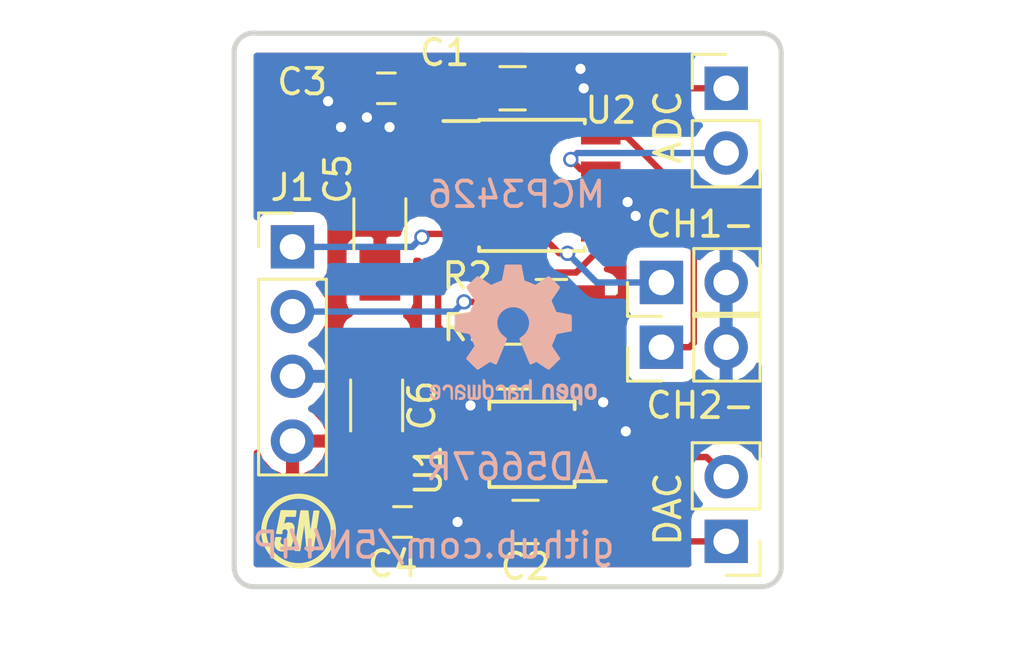
<source format=kicad_pcb>
(kicad_pcb (version 4) (host pcbnew 4.0.6)

  (general
    (links 35)
    (no_connects 0)
    (area 132.995999 68.850488 154.659001 90.778001)
    (thickness 1.6)
    (drawings 735)
    (tracks 100)
    (zones 0)
    (modules 16)
    (nets 12)
  )

  (page A4)
  (layers
    (0 F.Cu mixed)
    (31 B.Cu mixed)
    (32 B.Adhes user)
    (33 F.Adhes user)
    (34 B.Paste user)
    (35 F.Paste user)
    (36 B.SilkS user)
    (37 F.SilkS user)
    (38 B.Mask user)
    (39 F.Mask user)
    (40 Dwgs.User user)
    (41 Cmts.User user)
    (42 Eco1.User user)
    (43 Eco2.User user)
    (44 Edge.Cuts user)
    (45 Margin user)
    (46 B.CrtYd user)
    (47 F.CrtYd user)
    (48 B.Fab user)
    (49 F.Fab user)
  )

  (setup
    (last_trace_width 0.25)
    (trace_clearance 0.05)
    (zone_clearance 0.508)
    (zone_45_only no)
    (trace_min 0.2)
    (segment_width 0.2)
    (edge_width 0.2)
    (via_size 0.6)
    (via_drill 0.4)
    (via_min_size 0.4)
    (via_min_drill 0.3)
    (uvia_size 0.3)
    (uvia_drill 0.1)
    (uvias_allowed no)
    (uvia_min_size 0.2)
    (uvia_min_drill 0.1)
    (pcb_text_width 0.3)
    (pcb_text_size 1.5 1.5)
    (mod_edge_width 0.15)
    (mod_text_size 1 1)
    (mod_text_width 0.15)
    (pad_size 1.524 1.524)
    (pad_drill 0.762)
    (pad_to_mask_clearance 0.05)
    (aux_axis_origin 0 0)
    (grid_origin 132.6896 92.4052)
    (visible_elements 7FFFFFFF)
    (pcbplotparams
      (layerselection 0x00170_80000001)
      (usegerberextensions false)
      (excludeedgelayer true)
      (linewidth 0.100000)
      (plotframeref false)
      (viasonmask false)
      (mode 1)
      (useauxorigin false)
      (hpglpennumber 1)
      (hpglpenspeed 20)
      (hpglpendiameter 15)
      (hpglpenoverlay 2)
      (psnegative false)
      (psa4output false)
      (plotreference true)
      (plotvalue true)
      (plotinvisibletext false)
      (padsonsilk false)
      (subtractmaskfromsilk false)
      (outputformat 1)
      (mirror false)
      (drillshape 0)
      (scaleselection 1)
      (outputdirectory ""))
  )

  (net 0 "")
  (net 1 +5V)
  (net 2 GND)
  (net 3 "Net-(J1-Pad1)")
  (net 4 "Net-(J1-Pad2)")
  (net 5 "Net-(J2-Pad1)")
  (net 6 "Net-(J2-Pad2)")
  (net 7 "Net-(J3-Pad1)")
  (net 8 "Net-(J3-Pad2)")
  (net 9 "Net-(U1-Pad10)")
  (net 10 "Net-(J4-Pad1)")
  (net 11 "Net-(J5-Pad1)")

  (net_class Default "Questo è il gruppo di collegamenti predefinito"
    (clearance 0.05)
    (trace_width 0.25)
    (via_dia 0.6)
    (via_drill 0.4)
    (uvia_dia 0.3)
    (uvia_drill 0.1)
    (add_net +5V)
    (add_net GND)
    (add_net "Net-(J1-Pad1)")
    (add_net "Net-(J1-Pad2)")
    (add_net "Net-(J2-Pad1)")
    (add_net "Net-(J2-Pad2)")
    (add_net "Net-(J3-Pad1)")
    (add_net "Net-(J3-Pad2)")
    (add_net "Net-(J4-Pad1)")
    (add_net "Net-(J5-Pad1)")
    (add_net "Net-(U1-Pad10)")
  )

  (net_class PWR ""
    (clearance 0.2)
    (trace_width 0.25)
    (via_dia 0.6)
    (via_drill 0.4)
    (uvia_dia 0.3)
    (uvia_drill 0.1)
  )

  (module Housings_SOIC:SOIC-8_3.9x4.9mm_Pitch1.27mm (layer F.Cu) (tedit 59329939) (tstamp 5931C13C)
    (at 144.78 74.93)
    (descr "8-Lead Plastic Small Outline (SN) - Narrow, 3.90 mm Body [SOIC] (see Microchip Packaging Specification 00000049BS.pdf)")
    (tags "SOIC 1.27")
    (path /5931B974)
    (attr smd)
    (fp_text reference U2 (at 3.0988 -2.9464) (layer F.SilkS)
      (effects (font (size 1 1) (thickness 0.15)))
    )
    (fp_text value MCP3426 (at -0.6096 0.3556) (layer B.SilkS)
      (effects (font (size 1 1) (thickness 0.15)) (justify mirror))
    )
    (fp_text user %R (at -16.3449 1.9939) (layer F.Fab)
      (effects (font (size 1 1) (thickness 0.15)))
    )
    (fp_line (start -0.95 -2.45) (end 1.95 -2.45) (layer F.Fab) (width 0.1))
    (fp_line (start 1.95 -2.45) (end 1.95 2.45) (layer F.Fab) (width 0.1))
    (fp_line (start 1.95 2.45) (end -1.95 2.45) (layer F.Fab) (width 0.1))
    (fp_line (start -1.95 2.45) (end -1.95 -1.45) (layer F.Fab) (width 0.1))
    (fp_line (start -1.95 -1.45) (end -0.95 -2.45) (layer F.Fab) (width 0.1))
    (fp_line (start -3.73 -2.7) (end -3.73 2.7) (layer F.CrtYd) (width 0.05))
    (fp_line (start 3.73 -2.7) (end 3.73 2.7) (layer F.CrtYd) (width 0.05))
    (fp_line (start -3.73 -2.7) (end 3.73 -2.7) (layer F.CrtYd) (width 0.05))
    (fp_line (start -3.73 2.7) (end 3.73 2.7) (layer F.CrtYd) (width 0.05))
    (fp_line (start -2.075 -2.575) (end -2.075 -2.525) (layer F.SilkS) (width 0.15))
    (fp_line (start 2.075 -2.575) (end 2.075 -2.43) (layer F.SilkS) (width 0.15))
    (fp_line (start 2.075 2.575) (end 2.075 2.43) (layer F.SilkS) (width 0.15))
    (fp_line (start -2.075 2.575) (end -2.075 2.43) (layer F.SilkS) (width 0.15))
    (fp_line (start -2.075 -2.575) (end 2.075 -2.575) (layer F.SilkS) (width 0.15))
    (fp_line (start -2.075 2.575) (end 2.075 2.575) (layer F.SilkS) (width 0.15))
    (fp_line (start -2.075 -2.525) (end -3.475 -2.525) (layer F.SilkS) (width 0.15))
    (pad 1 smd rect (at -2.7 -1.905) (size 1.55 0.6) (layers F.Cu F.Paste F.Mask)
      (net 7 "Net-(J3-Pad1)"))
    (pad 2 smd rect (at -2.7 -0.635) (size 1.55 0.6) (layers F.Cu F.Paste F.Mask)
      (net 10 "Net-(J4-Pad1)"))
    (pad 3 smd rect (at -2.7 0.635) (size 1.55 0.6) (layers F.Cu F.Paste F.Mask)
      (net 1 +5V))
    (pad 4 smd rect (at -2.7 1.905) (size 1.55 0.6) (layers F.Cu F.Paste F.Mask)
      (net 3 "Net-(J1-Pad1)"))
    (pad 5 smd rect (at 2.7 1.905) (size 1.55 0.6) (layers F.Cu F.Paste F.Mask)
      (net 4 "Net-(J1-Pad2)"))
    (pad 6 smd rect (at 2.7 0.635) (size 1.55 0.6) (layers F.Cu F.Paste F.Mask)
      (net 2 GND))
    (pad 7 smd rect (at 2.7 -0.635) (size 1.55 0.6) (layers F.Cu F.Paste F.Mask)
      (net 8 "Net-(J3-Pad2)"))
    (pad 8 smd rect (at 2.7 -1.905) (size 1.55 0.6) (layers F.Cu F.Paste F.Mask)
      (net 11 "Net-(J5-Pad1)"))
    (model Housings_SOIC.3dshapes/SOIC-8_3.9x4.9mm_Pitch1.27mm.wrl
      (at (xyz 0 0 0))
      (scale (xyz 1 1 1))
      (rotate (xyz 0 0 0))
    )
  )

  (module Capacitors_SMD:C_0805_HandSoldering (layer F.Cu) (tedit 593288BF) (tstamp 5931BF36)
    (at 144.018 71.12)
    (descr "Capacitor SMD 0805, hand soldering")
    (tags "capacitor 0805")
    (path /5931CEAC)
    (attr smd)
    (fp_text reference C1 (at -2.667 -1.397) (layer F.SilkS)
      (effects (font (size 1 1) (thickness 0.15)))
    )
    (fp_text value 100n (at -17.6784 -1.1684) (layer F.Fab)
      (effects (font (size 1 1) (thickness 0.15)))
    )
    (fp_text user %R (at -19.0119 0.5842) (layer F.Fab)
      (effects (font (size 1 1) (thickness 0.15)))
    )
    (fp_line (start -1 0.62) (end -1 -0.62) (layer F.Fab) (width 0.1))
    (fp_line (start 1 0.62) (end -1 0.62) (layer F.Fab) (width 0.1))
    (fp_line (start 1 -0.62) (end 1 0.62) (layer F.Fab) (width 0.1))
    (fp_line (start -1 -0.62) (end 1 -0.62) (layer F.Fab) (width 0.1))
    (fp_line (start 0.5 -0.85) (end -0.5 -0.85) (layer F.SilkS) (width 0.12))
    (fp_line (start -0.5 0.85) (end 0.5 0.85) (layer F.SilkS) (width 0.12))
    (fp_line (start -2.25 -0.88) (end 2.25 -0.88) (layer F.CrtYd) (width 0.05))
    (fp_line (start -2.25 -0.88) (end -2.25 0.87) (layer F.CrtYd) (width 0.05))
    (fp_line (start 2.25 0.87) (end 2.25 -0.88) (layer F.CrtYd) (width 0.05))
    (fp_line (start 2.25 0.87) (end -2.25 0.87) (layer F.CrtYd) (width 0.05))
    (pad 1 smd rect (at -1.25 0) (size 1.5 1.25) (layers F.Cu F.Paste F.Mask)
      (net 1 +5V))
    (pad 2 smd rect (at 1.25 0) (size 1.5 1.25) (layers F.Cu F.Paste F.Mask)
      (net 2 GND))
    (model Capacitors_SMD.3dshapes/C_0805.wrl
      (at (xyz 0 0 0))
      (scale (xyz 1 1 1))
      (rotate (xyz 0 0 0))
    )
  )

  (module Capacitors_SMD:C_0805_HandSoldering (layer F.Cu) (tedit 593288EE) (tstamp 5931BF3C)
    (at 144.526 88.138 180)
    (descr "Capacitor SMD 0805, hand soldering")
    (tags "capacitor 0805")
    (path /5931C905)
    (attr smd)
    (fp_text reference C2 (at 0 -1.75 180) (layer F.SilkS)
      (effects (font (size 1 1) (thickness 0.15)))
    )
    (fp_text value 100n (at -17.54632 1.33096 180) (layer F.Fab)
      (effects (font (size 1 1) (thickness 0.15)))
    )
    (fp_text user %R (at 0.23368 -4.61264 180) (layer F.Fab)
      (effects (font (size 1 1) (thickness 0.15)))
    )
    (fp_line (start -1 0.62) (end -1 -0.62) (layer F.Fab) (width 0.1))
    (fp_line (start 1 0.62) (end -1 0.62) (layer F.Fab) (width 0.1))
    (fp_line (start 1 -0.62) (end 1 0.62) (layer F.Fab) (width 0.1))
    (fp_line (start -1 -0.62) (end 1 -0.62) (layer F.Fab) (width 0.1))
    (fp_line (start 0.5 -0.85) (end -0.5 -0.85) (layer F.SilkS) (width 0.12))
    (fp_line (start -0.5 0.85) (end 0.5 0.85) (layer F.SilkS) (width 0.12))
    (fp_line (start -2.25 -0.88) (end 2.25 -0.88) (layer F.CrtYd) (width 0.05))
    (fp_line (start -2.25 -0.88) (end -2.25 0.87) (layer F.CrtYd) (width 0.05))
    (fp_line (start 2.25 0.87) (end 2.25 -0.88) (layer F.CrtYd) (width 0.05))
    (fp_line (start 2.25 0.87) (end -2.25 0.87) (layer F.CrtYd) (width 0.05))
    (pad 1 smd rect (at -1.25 0 180) (size 1.5 1.25) (layers F.Cu F.Paste F.Mask)
      (net 1 +5V))
    (pad 2 smd rect (at 1.25 0 180) (size 1.5 1.25) (layers F.Cu F.Paste F.Mask)
      (net 2 GND))
    (model Capacitors_SMD.3dshapes/C_0805.wrl
      (at (xyz 0 0 0))
      (scale (xyz 1 1 1))
      (rotate (xyz 0 0 0))
    )
  )

  (module Capacitors_SMD:C_0603_HandSoldering (layer F.Cu) (tedit 593288BB) (tstamp 5931BF42)
    (at 139.065 71.12 180)
    (descr "Capacitor SMD 0603, hand soldering")
    (tags "capacitor 0603")
    (path /5931CF12)
    (attr smd)
    (fp_text reference C3 (at 3.302 0.254 180) (layer F.SilkS)
      (effects (font (size 1 1) (thickness 0.15)))
    )
    (fp_text value 100n (at 10.0203 2.6162 180) (layer F.Fab)
      (effects (font (size 1 1) (thickness 0.15)))
    )
    (fp_text user %R (at 10.03808 0.54356 180) (layer F.Fab)
      (effects (font (size 1 1) (thickness 0.15)))
    )
    (fp_line (start -0.8 0.4) (end -0.8 -0.4) (layer F.Fab) (width 0.1))
    (fp_line (start 0.8 0.4) (end -0.8 0.4) (layer F.Fab) (width 0.1))
    (fp_line (start 0.8 -0.4) (end 0.8 0.4) (layer F.Fab) (width 0.1))
    (fp_line (start -0.8 -0.4) (end 0.8 -0.4) (layer F.Fab) (width 0.1))
    (fp_line (start -0.35 -0.6) (end 0.35 -0.6) (layer F.SilkS) (width 0.12))
    (fp_line (start 0.35 0.6) (end -0.35 0.6) (layer F.SilkS) (width 0.12))
    (fp_line (start -1.8 -0.65) (end 1.8 -0.65) (layer F.CrtYd) (width 0.05))
    (fp_line (start -1.8 -0.65) (end -1.8 0.65) (layer F.CrtYd) (width 0.05))
    (fp_line (start 1.8 0.65) (end 1.8 -0.65) (layer F.CrtYd) (width 0.05))
    (fp_line (start 1.8 0.65) (end -1.8 0.65) (layer F.CrtYd) (width 0.05))
    (pad 1 smd rect (at -0.95 0 180) (size 1.2 0.75) (layers F.Cu F.Paste F.Mask)
      (net 1 +5V))
    (pad 2 smd rect (at 0.95 0 180) (size 1.2 0.75) (layers F.Cu F.Paste F.Mask)
      (net 2 GND))
    (model Capacitors_SMD.3dshapes/C_0603.wrl
      (at (xyz 0 0 0))
      (scale (xyz 1 1 1))
      (rotate (xyz 0 0 0))
    )
  )

  (module Capacitors_SMD:C_0603_HandSoldering (layer F.Cu) (tedit 593288EB) (tstamp 5931BF48)
    (at 139.7 88.138)
    (descr "Capacitor SMD 0603, hand soldering")
    (tags "capacitor 0603")
    (path /5931CA13)
    (attr smd)
    (fp_text reference C4 (at -0.381 1.651) (layer F.SilkS)
      (effects (font (size 1 1) (thickness 0.15)))
    )
    (fp_text value 100n (at -10.6172 -0.74168) (layer F.Fab)
      (effects (font (size 1 1) (thickness 0.15)))
    )
    (fp_text user %R (at -10.08634 -3.22834) (layer F.Fab)
      (effects (font (size 1 1) (thickness 0.15)))
    )
    (fp_line (start -0.8 0.4) (end -0.8 -0.4) (layer F.Fab) (width 0.1))
    (fp_line (start 0.8 0.4) (end -0.8 0.4) (layer F.Fab) (width 0.1))
    (fp_line (start 0.8 -0.4) (end 0.8 0.4) (layer F.Fab) (width 0.1))
    (fp_line (start -0.8 -0.4) (end 0.8 -0.4) (layer F.Fab) (width 0.1))
    (fp_line (start -0.35 -0.6) (end 0.35 -0.6) (layer F.SilkS) (width 0.12))
    (fp_line (start 0.35 0.6) (end -0.35 0.6) (layer F.SilkS) (width 0.12))
    (fp_line (start -1.8 -0.65) (end 1.8 -0.65) (layer F.CrtYd) (width 0.05))
    (fp_line (start -1.8 -0.65) (end -1.8 0.65) (layer F.CrtYd) (width 0.05))
    (fp_line (start 1.8 0.65) (end 1.8 -0.65) (layer F.CrtYd) (width 0.05))
    (fp_line (start 1.8 0.65) (end -1.8 0.65) (layer F.CrtYd) (width 0.05))
    (pad 1 smd rect (at -0.95 0) (size 1.2 0.75) (layers F.Cu F.Paste F.Mask)
      (net 1 +5V))
    (pad 2 smd rect (at 0.95 0) (size 1.2 0.75) (layers F.Cu F.Paste F.Mask)
      (net 2 GND))
    (model Capacitors_SMD.3dshapes/C_0603.wrl
      (at (xyz 0 0 0))
      (scale (xyz 1 1 1))
      (rotate (xyz 0 0 0))
    )
  )

  (module Capacitors_SMD:C_1206_HandSoldering (layer F.Cu) (tedit 593288B8) (tstamp 5931BF4E)
    (at 138.811 76.454 90)
    (descr "Capacitor SMD 1206, hand soldering")
    (tags "capacitor 1206")
    (path /5931CEDB)
    (attr smd)
    (fp_text reference C5 (at 1.778 -1.651 90) (layer F.SilkS)
      (effects (font (size 1 1) (thickness 0.15)))
    )
    (fp_text value 10u (at 1.96596 -12.63396 90) (layer F.Fab)
      (effects (font (size 1 1) (thickness 0.15)))
    )
    (fp_text user %R (at -0.75184 -8.75284 90) (layer F.Fab)
      (effects (font (size 1 1) (thickness 0.15)))
    )
    (fp_line (start -1.6 0.8) (end -1.6 -0.8) (layer F.Fab) (width 0.1))
    (fp_line (start 1.6 0.8) (end -1.6 0.8) (layer F.Fab) (width 0.1))
    (fp_line (start 1.6 -0.8) (end 1.6 0.8) (layer F.Fab) (width 0.1))
    (fp_line (start -1.6 -0.8) (end 1.6 -0.8) (layer F.Fab) (width 0.1))
    (fp_line (start 1 -1.02) (end -1 -1.02) (layer F.SilkS) (width 0.12))
    (fp_line (start -1 1.02) (end 1 1.02) (layer F.SilkS) (width 0.12))
    (fp_line (start -3.25 -1.05) (end 3.25 -1.05) (layer F.CrtYd) (width 0.05))
    (fp_line (start -3.25 -1.05) (end -3.25 1.05) (layer F.CrtYd) (width 0.05))
    (fp_line (start 3.25 1.05) (end 3.25 -1.05) (layer F.CrtYd) (width 0.05))
    (fp_line (start 3.25 1.05) (end -3.25 1.05) (layer F.CrtYd) (width 0.05))
    (pad 1 smd rect (at -2 0 90) (size 2 1.6) (layers F.Cu F.Paste F.Mask)
      (net 1 +5V))
    (pad 2 smd rect (at 2 0 90) (size 2 1.6) (layers F.Cu F.Paste F.Mask)
      (net 2 GND))
    (model Capacitors_SMD.3dshapes/C_1206.wrl
      (at (xyz 0 0 0))
      (scale (xyz 1 1 1))
      (rotate (xyz 0 0 0))
    )
  )

  (module Capacitors_SMD:C_1206_HandSoldering (layer F.Cu) (tedit 59328C20) (tstamp 5931BF54)
    (at 138.684 83.566 90)
    (descr "Capacitor SMD 1206, hand soldering")
    (tags "capacitor 1206")
    (path /5931C9E6)
    (attr smd)
    (fp_text reference C6 (at 0 1.778 90) (layer F.SilkS)
      (effects (font (size 1 1) (thickness 0.15)))
    )
    (fp_text value 10u (at 0.77978 -10.94232 90) (layer F.Fab)
      (effects (font (size 1 1) (thickness 0.15)))
    )
    (fp_text user %R (at 3.74142 -11.4173 90) (layer F.Fab)
      (effects (font (size 1 1) (thickness 0.15)))
    )
    (fp_line (start -1.6 0.8) (end -1.6 -0.8) (layer F.Fab) (width 0.1))
    (fp_line (start 1.6 0.8) (end -1.6 0.8) (layer F.Fab) (width 0.1))
    (fp_line (start 1.6 -0.8) (end 1.6 0.8) (layer F.Fab) (width 0.1))
    (fp_line (start -1.6 -0.8) (end 1.6 -0.8) (layer F.Fab) (width 0.1))
    (fp_line (start 1 -1.02) (end -1 -1.02) (layer F.SilkS) (width 0.12))
    (fp_line (start -1 1.02) (end 1 1.02) (layer F.SilkS) (width 0.12))
    (fp_line (start -3.25 -1.05) (end 3.25 -1.05) (layer F.CrtYd) (width 0.05))
    (fp_line (start -3.25 -1.05) (end -3.25 1.05) (layer F.CrtYd) (width 0.05))
    (fp_line (start 3.25 1.05) (end 3.25 -1.05) (layer F.CrtYd) (width 0.05))
    (fp_line (start 3.25 1.05) (end -3.25 1.05) (layer F.CrtYd) (width 0.05))
    (pad 1 smd rect (at -2 0 90) (size 2 1.6) (layers F.Cu F.Paste F.Mask)
      (net 1 +5V))
    (pad 2 smd rect (at 2 0 90) (size 2 1.6) (layers F.Cu F.Paste F.Mask)
      (net 2 GND))
    (model Capacitors_SMD.3dshapes/C_1206.wrl
      (at (xyz 0 0 0))
      (scale (xyz 1 1 1))
      (rotate (xyz 0 0 0))
    )
  )

  (module Pin_Headers:Pin_Header_Straight_1x04_Pitch2.54mm (layer F.Cu) (tedit 593288F4) (tstamp 5931BF5C)
    (at 135.382 77.343)
    (descr "Through hole straight pin header, 1x04, 2.54mm pitch, single row")
    (tags "Through hole pin header THT 1x04 2.54mm single row")
    (path /5931C108)
    (fp_text reference J1 (at 0 -2.33) (layer F.SilkS)
      (effects (font (size 1 1) (thickness 0.15)))
    )
    (fp_text value CON (at -5.3086 -3.59664 90) (layer F.Fab)
      (effects (font (size 1 1) (thickness 0.15)))
    )
    (fp_line (start -1.27 -1.27) (end -1.27 8.89) (layer F.Fab) (width 0.1))
    (fp_line (start -1.27 8.89) (end 1.27 8.89) (layer F.Fab) (width 0.1))
    (fp_line (start 1.27 8.89) (end 1.27 -1.27) (layer F.Fab) (width 0.1))
    (fp_line (start 1.27 -1.27) (end -1.27 -1.27) (layer F.Fab) (width 0.1))
    (fp_line (start -1.33 1.27) (end -1.33 8.95) (layer F.SilkS) (width 0.12))
    (fp_line (start -1.33 8.95) (end 1.33 8.95) (layer F.SilkS) (width 0.12))
    (fp_line (start 1.33 8.95) (end 1.33 1.27) (layer F.SilkS) (width 0.12))
    (fp_line (start 1.33 1.27) (end -1.33 1.27) (layer F.SilkS) (width 0.12))
    (fp_line (start -1.33 0) (end -1.33 -1.33) (layer F.SilkS) (width 0.12))
    (fp_line (start -1.33 -1.33) (end 0 -1.33) (layer F.SilkS) (width 0.12))
    (fp_line (start -1.8 -1.8) (end -1.8 9.4) (layer F.CrtYd) (width 0.05))
    (fp_line (start -1.8 9.4) (end 1.8 9.4) (layer F.CrtYd) (width 0.05))
    (fp_line (start 1.8 9.4) (end 1.8 -1.8) (layer F.CrtYd) (width 0.05))
    (fp_line (start 1.8 -1.8) (end -1.8 -1.8) (layer F.CrtYd) (width 0.05))
    (fp_text user %R (at -7.4041 -4.5339) (layer F.Fab)
      (effects (font (size 1 1) (thickness 0.15)))
    )
    (pad 1 thru_hole rect (at 0 0) (size 1.7 1.7) (drill 1) (layers *.Cu *.Mask)
      (net 3 "Net-(J1-Pad1)"))
    (pad 2 thru_hole oval (at 0 2.54) (size 1.7 1.7) (drill 1) (layers *.Cu *.Mask)
      (net 4 "Net-(J1-Pad2)"))
    (pad 3 thru_hole oval (at 0 5.08) (size 1.7 1.7) (drill 1) (layers *.Cu *.Mask)
      (net 2 GND))
    (pad 4 thru_hole oval (at 0 7.62) (size 1.7 1.7) (drill 1) (layers *.Cu *.Mask)
      (net 1 +5V))
    (model ${KISYS3DMOD}/Pin_Headers.3dshapes/Pin_Header_Straight_1x04_Pitch2.54mm.wrl
      (at (xyz 0 -0.15 0))
      (scale (xyz 1 1 1))
      (rotate (xyz 0 0 90))
    )
  )

  (module Pin_Headers:Pin_Header_Straight_1x02_Pitch2.54mm (layer F.Cu) (tedit 59328985) (tstamp 5931BF62)
    (at 152.4 88.9 180)
    (descr "Through hole straight pin header, 1x02, 2.54mm pitch, single row")
    (tags "Through hole pin header THT 1x02 2.54mm single row")
    (path /5931C4FF)
    (fp_text reference J2 (at -6.35 0.508 180) (layer F.Fab)
      (effects (font (size 1 1) (thickness 0.15)))
    )
    (fp_text value DAC (at 2.286 1.27 270) (layer F.SilkS)
      (effects (font (size 1 1) (thickness 0.15)))
    )
    (fp_line (start -1.27 -1.27) (end -1.27 3.81) (layer F.Fab) (width 0.1))
    (fp_line (start -1.27 3.81) (end 1.27 3.81) (layer F.Fab) (width 0.1))
    (fp_line (start 1.27 3.81) (end 1.27 -1.27) (layer F.Fab) (width 0.1))
    (fp_line (start 1.27 -1.27) (end -1.27 -1.27) (layer F.Fab) (width 0.1))
    (fp_line (start -1.33 1.27) (end -1.33 3.87) (layer F.SilkS) (width 0.12))
    (fp_line (start -1.33 3.87) (end 1.33 3.87) (layer F.SilkS) (width 0.12))
    (fp_line (start 1.33 3.87) (end 1.33 1.27) (layer F.SilkS) (width 0.12))
    (fp_line (start 1.33 1.27) (end -1.33 1.27) (layer F.SilkS) (width 0.12))
    (fp_line (start -1.33 0) (end -1.33 -1.33) (layer F.SilkS) (width 0.12))
    (fp_line (start -1.33 -1.33) (end 0 -1.33) (layer F.SilkS) (width 0.12))
    (fp_line (start -1.8 -1.8) (end -1.8 4.35) (layer F.CrtYd) (width 0.05))
    (fp_line (start -1.8 4.35) (end 1.8 4.35) (layer F.CrtYd) (width 0.05))
    (fp_line (start 1.8 4.35) (end 1.8 -1.8) (layer F.CrtYd) (width 0.05))
    (fp_line (start 1.8 -1.8) (end -1.8 -1.8) (layer F.CrtYd) (width 0.05))
    (fp_text user %R (at -6.33984 3.84048 180) (layer F.Fab)
      (effects (font (size 1 1) (thickness 0.15)))
    )
    (pad 1 thru_hole rect (at 0 0 180) (size 1.7 1.7) (drill 1) (layers *.Cu *.Mask)
      (net 5 "Net-(J2-Pad1)"))
    (pad 2 thru_hole oval (at 0 2.54 180) (size 1.7 1.7) (drill 1) (layers *.Cu *.Mask)
      (net 6 "Net-(J2-Pad2)"))
    (model ${KISYS3DMOD}/Pin_Headers.3dshapes/Pin_Header_Straight_1x02_Pitch2.54mm.wrl
      (at (xyz 0 -0.05 0))
      (scale (xyz 1 1 1))
      (rotate (xyz 0 0 90))
    )
  )

  (module Pin_Headers:Pin_Header_Straight_1x02_Pitch2.54mm (layer F.Cu) (tedit 59328983) (tstamp 5931BF68)
    (at 152.4 71.12)
    (descr "Through hole straight pin header, 1x02, 2.54mm pitch, single row")
    (tags "Through hole pin header THT 1x02 2.54mm single row")
    (path /5931C44A)
    (fp_text reference J3 (at 4.699 -2.159) (layer F.Fab)
      (effects (font (size 1 1) (thickness 0.15)))
    )
    (fp_text value ADC (at -2.286 1.524 90) (layer F.SilkS)
      (effects (font (size 1 1) (thickness 0.15)))
    )
    (fp_line (start -1.27 -1.27) (end -1.27 3.81) (layer F.Fab) (width 0.1))
    (fp_line (start -1.27 3.81) (end 1.27 3.81) (layer F.Fab) (width 0.1))
    (fp_line (start 1.27 3.81) (end 1.27 -1.27) (layer F.Fab) (width 0.1))
    (fp_line (start 1.27 -1.27) (end -1.27 -1.27) (layer F.Fab) (width 0.1))
    (fp_line (start -1.33 1.27) (end -1.33 3.87) (layer F.SilkS) (width 0.12))
    (fp_line (start -1.33 3.87) (end 1.33 3.87) (layer F.SilkS) (width 0.12))
    (fp_line (start 1.33 3.87) (end 1.33 1.27) (layer F.SilkS) (width 0.12))
    (fp_line (start 1.33 1.27) (end -1.33 1.27) (layer F.SilkS) (width 0.12))
    (fp_line (start -1.33 0) (end -1.33 -1.33) (layer F.SilkS) (width 0.12))
    (fp_line (start -1.33 -1.33) (end 0 -1.33) (layer F.SilkS) (width 0.12))
    (fp_line (start -1.8 -1.8) (end -1.8 4.35) (layer F.CrtYd) (width 0.05))
    (fp_line (start -1.8 4.35) (end 1.8 4.35) (layer F.CrtYd) (width 0.05))
    (fp_line (start 1.8 4.35) (end 1.8 -1.8) (layer F.CrtYd) (width 0.05))
    (fp_line (start 1.8 -1.8) (end -1.8 -1.8) (layer F.CrtYd) (width 0.05))
    (fp_text user %R (at 7.33298 -1.65862) (layer F.Fab)
      (effects (font (size 1 1) (thickness 0.15)))
    )
    (pad 1 thru_hole rect (at 0 0) (size 1.7 1.7) (drill 1) (layers *.Cu *.Mask)
      (net 7 "Net-(J3-Pad1)"))
    (pad 2 thru_hole oval (at 0 2.54) (size 1.7 1.7) (drill 1) (layers *.Cu *.Mask)
      (net 8 "Net-(J3-Pad2)"))
    (model ${KISYS3DMOD}/Pin_Headers.3dshapes/Pin_Header_Straight_1x02_Pitch2.54mm.wrl
      (at (xyz 0 -0.05 0))
      (scale (xyz 1 1 1))
      (rotate (xyz 0 0 90))
    )
  )

  (module Resistors_SMD:R_0805_HandSoldering (layer F.Cu) (tedit 593288E5) (tstamp 5931BF6E)
    (at 144.018 82.042 180)
    (descr "Resistor SMD 0805, hand soldering")
    (tags "resistor 0805")
    (path /5931BCD7)
    (attr smd)
    (fp_text reference R1 (at 1.778 1.524 360) (layer F.SilkS)
      (effects (font (size 1 1) (thickness 0.15)))
    )
    (fp_text value 4K7 (at -18.17624 1.24968 180) (layer F.Fab)
      (effects (font (size 1 1) (thickness 0.15)))
    )
    (fp_text user %R (at 13.64996 -0.1016 180) (layer F.Fab)
      (effects (font (size 0.5 0.5) (thickness 0.075)))
    )
    (fp_line (start -1 0.62) (end -1 -0.62) (layer F.Fab) (width 0.1))
    (fp_line (start 1 0.62) (end -1 0.62) (layer F.Fab) (width 0.1))
    (fp_line (start 1 -0.62) (end 1 0.62) (layer F.Fab) (width 0.1))
    (fp_line (start -1 -0.62) (end 1 -0.62) (layer F.Fab) (width 0.1))
    (fp_line (start 0.6 0.88) (end -0.6 0.88) (layer F.SilkS) (width 0.12))
    (fp_line (start -0.6 -0.88) (end 0.6 -0.88) (layer F.SilkS) (width 0.12))
    (fp_line (start -2.35 -0.9) (end 2.35 -0.9) (layer F.CrtYd) (width 0.05))
    (fp_line (start -2.35 -0.9) (end -2.35 0.9) (layer F.CrtYd) (width 0.05))
    (fp_line (start 2.35 0.9) (end 2.35 -0.9) (layer F.CrtYd) (width 0.05))
    (fp_line (start 2.35 0.9) (end -2.35 0.9) (layer F.CrtYd) (width 0.05))
    (pad 1 smd rect (at -1.35 0 180) (size 1.5 1.3) (layers F.Cu F.Paste F.Mask)
      (net 1 +5V))
    (pad 2 smd rect (at 1.35 0 180) (size 1.5 1.3) (layers F.Cu F.Paste F.Mask)
      (net 3 "Net-(J1-Pad1)"))
    (model ${KISYS3DMOD}/Resistors_SMD.3dshapes/R_0805.wrl
      (at (xyz 0 0 0))
      (scale (xyz 1 1 1))
      (rotate (xyz 0 0 0))
    )
  )

  (module Resistors_SMD:R_0805_HandSoldering (layer F.Cu) (tedit 593288E6) (tstamp 5931BF74)
    (at 145.542 79.502 180)
    (descr "Resistor SMD 0805, hand soldering")
    (tags "resistor 0805")
    (path /5931BDC7)
    (attr smd)
    (fp_text reference R2 (at 3.302 1.016 360) (layer F.SilkS)
      (effects (font (size 1 1) (thickness 0.15)))
    )
    (fp_text value 4K7 (at -12.81176 -0.6604 180) (layer F.Fab)
      (effects (font (size 1 1) (thickness 0.15)))
    )
    (fp_text user %R (at 15.09014 -0.88138 180) (layer F.Fab)
      (effects (font (size 0.5 0.5) (thickness 0.075)))
    )
    (fp_line (start -1 0.62) (end -1 -0.62) (layer F.Fab) (width 0.1))
    (fp_line (start 1 0.62) (end -1 0.62) (layer F.Fab) (width 0.1))
    (fp_line (start 1 -0.62) (end 1 0.62) (layer F.Fab) (width 0.1))
    (fp_line (start -1 -0.62) (end 1 -0.62) (layer F.Fab) (width 0.1))
    (fp_line (start 0.6 0.88) (end -0.6 0.88) (layer F.SilkS) (width 0.12))
    (fp_line (start -0.6 -0.88) (end 0.6 -0.88) (layer F.SilkS) (width 0.12))
    (fp_line (start -2.35 -0.9) (end 2.35 -0.9) (layer F.CrtYd) (width 0.05))
    (fp_line (start -2.35 -0.9) (end -2.35 0.9) (layer F.CrtYd) (width 0.05))
    (fp_line (start 2.35 0.9) (end 2.35 -0.9) (layer F.CrtYd) (width 0.05))
    (fp_line (start 2.35 0.9) (end -2.35 0.9) (layer F.CrtYd) (width 0.05))
    (pad 1 smd rect (at -1.35 0 180) (size 1.5 1.3) (layers F.Cu F.Paste F.Mask)
      (net 1 +5V))
    (pad 2 smd rect (at 1.35 0 180) (size 1.5 1.3) (layers F.Cu F.Paste F.Mask)
      (net 4 "Net-(J1-Pad2)"))
    (model ${KISYS3DMOD}/Resistors_SMD.3dshapes/R_0805.wrl
      (at (xyz 0 0 0))
      (scale (xyz 1 1 1))
      (rotate (xyz 0 0 0))
    )
  )

  (module Housings_SSOP:MSOP-10_3x3mm_Pitch0.5mm (layer F.Cu) (tedit 59329963) (tstamp 5931BF82)
    (at 144.78 85.09 180)
    (descr "10-Lead Plastic Micro Small Outline Package (MS) [MSOP] (see Microchip Packaging Specification 00000049BS.pdf)")
    (tags "SSOP 0.5")
    (path /5931B485)
    (attr smd)
    (fp_text reference U1 (at 4.064 -1.016 450) (layer F.SilkS)
      (effects (font (size 1 1) (thickness 0.15)))
    )
    (fp_text value AD5667R (at 0.8128 -0.889 180) (layer B.SilkS)
      (effects (font (size 1 1) (thickness 0.15)) (justify mirror))
    )
    (fp_line (start -0.5 -1.5) (end 1.5 -1.5) (layer F.Fab) (width 0.15))
    (fp_line (start 1.5 -1.5) (end 1.5 1.5) (layer F.Fab) (width 0.15))
    (fp_line (start 1.5 1.5) (end -1.5 1.5) (layer F.Fab) (width 0.15))
    (fp_line (start -1.5 1.5) (end -1.5 -0.5) (layer F.Fab) (width 0.15))
    (fp_line (start -1.5 -0.5) (end -0.5 -1.5) (layer F.Fab) (width 0.15))
    (fp_line (start -3.15 -1.85) (end -3.15 1.85) (layer F.CrtYd) (width 0.05))
    (fp_line (start 3.15 -1.85) (end 3.15 1.85) (layer F.CrtYd) (width 0.05))
    (fp_line (start -3.15 -1.85) (end 3.15 -1.85) (layer F.CrtYd) (width 0.05))
    (fp_line (start -3.15 1.85) (end 3.15 1.85) (layer F.CrtYd) (width 0.05))
    (fp_line (start -1.675 -1.675) (end -1.675 -1.45) (layer F.SilkS) (width 0.15))
    (fp_line (start 1.675 -1.675) (end 1.675 -1.375) (layer F.SilkS) (width 0.15))
    (fp_line (start 1.675 1.675) (end 1.675 1.375) (layer F.SilkS) (width 0.15))
    (fp_line (start -1.675 1.675) (end -1.675 1.375) (layer F.SilkS) (width 0.15))
    (fp_line (start -1.675 -1.675) (end 1.675 -1.675) (layer F.SilkS) (width 0.15))
    (fp_line (start -1.675 1.675) (end 1.675 1.675) (layer F.SilkS) (width 0.15))
    (fp_line (start -1.675 -1.45) (end -2.9 -1.45) (layer F.SilkS) (width 0.15))
    (fp_text user %R (at -18.5547 1.0414 180) (layer F.Fab)
      (effects (font (size 0.6 0.6) (thickness 0.15)))
    )
    (pad 1 smd rect (at -2.2 -1 180) (size 1.4 0.3) (layers F.Cu F.Paste F.Mask)
      (net 5 "Net-(J2-Pad1)"))
    (pad 2 smd rect (at -2.2 -0.5 180) (size 1.4 0.3) (layers F.Cu F.Paste F.Mask)
      (net 6 "Net-(J2-Pad2)"))
    (pad 3 smd rect (at -2.2 0 180) (size 1.4 0.3) (layers F.Cu F.Paste F.Mask)
      (net 2 GND))
    (pad 4 smd rect (at -2.2 0.5 180) (size 1.4 0.3) (layers F.Cu F.Paste F.Mask)
      (net 2 GND))
    (pad 5 smd rect (at -2.2 1 180) (size 1.4 0.3) (layers F.Cu F.Paste F.Mask)
      (net 2 GND))
    (pad 6 smd rect (at 2.2 1 180) (size 1.4 0.3) (layers F.Cu F.Paste F.Mask)
      (net 2 GND))
    (pad 7 smd rect (at 2.2 0.5 180) (size 1.4 0.3) (layers F.Cu F.Paste F.Mask)
      (net 4 "Net-(J1-Pad2)"))
    (pad 8 smd rect (at 2.2 0 180) (size 1.4 0.3) (layers F.Cu F.Paste F.Mask)
      (net 3 "Net-(J1-Pad1)"))
    (pad 9 smd rect (at 2.2 -0.5 180) (size 1.4 0.3) (layers F.Cu F.Paste F.Mask)
      (net 1 +5V))
    (pad 10 smd rect (at 2.2 -1 180) (size 1.4 0.3) (layers F.Cu F.Paste F.Mask)
      (net 9 "Net-(U1-Pad10)"))
    (model ${KISYS3DMOD}/Housings_SSOP.3dshapes/MSOP-10_3x3mm_Pitch0.5mm.wrl
      (at (xyz 0 0 0))
      (scale (xyz 1 1 1))
      (rotate (xyz 0 0 0))
    )
  )

  (module Pin_Headers:Pin_Header_Straight_1x02_Pitch2.54mm (layer F.Cu) (tedit 59328980) (tstamp 59325C36)
    (at 149.86 78.74 90)
    (descr "Through hole straight pin header, 1x02, 2.54mm pitch, single row")
    (tags "Through hole pin header THT 1x02 2.54mm single row")
    (path /593261DE)
    (fp_text reference J4 (at 3.937 10.414 180) (layer F.Fab)
      (effects (font (size 1 1) (thickness 0.15)))
    )
    (fp_text value CH1- (at 2.286 1.524 360) (layer F.SilkS)
      (effects (font (size 1 1) (thickness 0.15)))
    )
    (fp_line (start -1.27 -1.27) (end -1.27 3.81) (layer F.Fab) (width 0.1))
    (fp_line (start -1.27 3.81) (end 1.27 3.81) (layer F.Fab) (width 0.1))
    (fp_line (start 1.27 3.81) (end 1.27 -1.27) (layer F.Fab) (width 0.1))
    (fp_line (start 1.27 -1.27) (end -1.27 -1.27) (layer F.Fab) (width 0.1))
    (fp_line (start -1.33 1.27) (end -1.33 3.87) (layer F.SilkS) (width 0.12))
    (fp_line (start -1.33 3.87) (end 1.33 3.87) (layer F.SilkS) (width 0.12))
    (fp_line (start 1.33 3.87) (end 1.33 1.27) (layer F.SilkS) (width 0.12))
    (fp_line (start 1.33 1.27) (end -1.33 1.27) (layer F.SilkS) (width 0.12))
    (fp_line (start -1.33 0) (end -1.33 -1.33) (layer F.SilkS) (width 0.12))
    (fp_line (start -1.33 -1.33) (end 0 -1.33) (layer F.SilkS) (width 0.12))
    (fp_line (start -1.8 -1.8) (end -1.8 4.35) (layer F.CrtYd) (width 0.05))
    (fp_line (start -1.8 4.35) (end 1.8 4.35) (layer F.CrtYd) (width 0.05))
    (fp_line (start 1.8 4.35) (end 1.8 -1.8) (layer F.CrtYd) (width 0.05))
    (fp_line (start 1.8 -1.8) (end -1.8 -1.8) (layer F.CrtYd) (width 0.05))
    (fp_text user %R (at 1.76784 7.90448 90) (layer F.Fab)
      (effects (font (size 1 1) (thickness 0.15)))
    )
    (pad 1 thru_hole rect (at 0 0 90) (size 1.7 1.7) (drill 1) (layers *.Cu *.Mask)
      (net 10 "Net-(J4-Pad1)"))
    (pad 2 thru_hole oval (at 0 2.54 90) (size 1.7 1.7) (drill 1) (layers *.Cu *.Mask)
      (net 2 GND))
    (model ${KISYS3DMOD}/Pin_Headers.3dshapes/Pin_Header_Straight_1x02_Pitch2.54mm.wrl
      (at (xyz 0 -0.05 0))
      (scale (xyz 1 1 1))
      (rotate (xyz 0 0 90))
    )
  )

  (module Pin_Headers:Pin_Header_Straight_1x02_Pitch2.54mm (layer F.Cu) (tedit 59329923) (tstamp 59325C3C)
    (at 149.86 81.28 90)
    (descr "Through hole straight pin header, 1x02, 2.54mm pitch, single row")
    (tags "Through hole pin header THT 1x02 2.54mm single row")
    (path /5932621B)
    (fp_text reference J5 (at -1.27 6.604 90) (layer Eco2.User)
      (effects (font (size 1 1) (thickness 0.15)))
    )
    (fp_text value CH2- (at -2.286 1.524 360) (layer F.SilkS)
      (effects (font (size 1 1) (thickness 0.15)))
    )
    (fp_line (start -1.27 -1.27) (end -1.27 3.81) (layer F.Fab) (width 0.1))
    (fp_line (start -1.27 3.81) (end 1.27 3.81) (layer F.Fab) (width 0.1))
    (fp_line (start 1.27 3.81) (end 1.27 -1.27) (layer F.Fab) (width 0.1))
    (fp_line (start 1.27 -1.27) (end -1.27 -1.27) (layer F.Fab) (width 0.1))
    (fp_line (start -1.33 1.27) (end -1.33 3.87) (layer F.SilkS) (width 0.12))
    (fp_line (start -1.33 3.87) (end 1.33 3.87) (layer F.SilkS) (width 0.12))
    (fp_line (start 1.33 3.87) (end 1.33 1.27) (layer F.SilkS) (width 0.12))
    (fp_line (start 1.33 1.27) (end -1.33 1.27) (layer F.SilkS) (width 0.12))
    (fp_line (start -1.33 0) (end -1.33 -1.33) (layer F.SilkS) (width 0.12))
    (fp_line (start -1.33 -1.33) (end 0 -1.33) (layer F.SilkS) (width 0.12))
    (fp_line (start -1.8 -1.8) (end -1.8 4.35) (layer F.CrtYd) (width 0.05))
    (fp_line (start -1.8 4.35) (end 1.8 4.35) (layer F.CrtYd) (width 0.05))
    (fp_line (start 1.8 4.35) (end 1.8 -1.8) (layer F.CrtYd) (width 0.05))
    (fp_line (start 1.8 -1.8) (end -1.8 -1.8) (layer F.CrtYd) (width 0.05))
    (fp_text user %R (at -0.87376 9.28624 90) (layer F.Fab) hide
      (effects (font (size 1 1) (thickness 0.15)))
    )
    (pad 1 thru_hole rect (at 0 0 90) (size 1.7 1.7) (drill 1) (layers *.Cu *.Mask)
      (net 11 "Net-(J5-Pad1)"))
    (pad 2 thru_hole oval (at 0 2.54 90) (size 1.7 1.7) (drill 1) (layers *.Cu *.Mask)
      (net 2 GND))
    (model ${KISYS3DMOD}/Pin_Headers.3dshapes/Pin_Header_Straight_1x02_Pitch2.54mm.wrl
      (at (xyz 0 -0.05 0))
      (scale (xyz 1 1 1))
      (rotate (xyz 0 0 90))
    )
  )

  (module Symbols:OSHW-Logo2_7.3x6mm_SilkScreen (layer B.Cu) (tedit 59328F46) (tstamp 59328ECE)
    (at 144.0434 80.7974 180)
    (descr "Open Source Hardware Symbol")
    (tags "Logo Symbol OSHW")
    (attr virtual)
    (fp_text reference REF*** (at 32.893 -19.431 180) (layer B.SilkS) hide
      (effects (font (size 1 1) (thickness 0.15)) (justify mirror))
    )
    (fp_text value OSHW-Logo2_7.3x6mm_SilkScreen (at 34.925 -5.715 180) (layer B.Fab) hide
      (effects (font (size 1 1) (thickness 0.15)) (justify mirror))
    )
    (fp_poly (pts (xy -2.400256 -1.919918) (xy -2.344799 -1.947568) (xy -2.295852 -1.99848) (xy -2.282371 -2.017338)
      (xy -2.267686 -2.042015) (xy -2.258158 -2.068816) (xy -2.252707 -2.104587) (xy -2.250253 -2.156169)
      (xy -2.249714 -2.224267) (xy -2.252148 -2.317588) (xy -2.260606 -2.387657) (xy -2.276826 -2.439931)
      (xy -2.302546 -2.479869) (xy -2.339503 -2.512929) (xy -2.342218 -2.514886) (xy -2.37864 -2.534908)
      (xy -2.422498 -2.544815) (xy -2.478276 -2.547257) (xy -2.568952 -2.547257) (xy -2.56899 -2.635283)
      (xy -2.569834 -2.684308) (xy -2.574976 -2.713065) (xy -2.588413 -2.730311) (xy -2.614142 -2.744808)
      (xy -2.620321 -2.747769) (xy -2.649236 -2.761648) (xy -2.671624 -2.770414) (xy -2.688271 -2.771171)
      (xy -2.699964 -2.761023) (xy -2.70749 -2.737073) (xy -2.711634 -2.696426) (xy -2.713185 -2.636186)
      (xy -2.712929 -2.553455) (xy -2.711651 -2.445339) (xy -2.711252 -2.413) (xy -2.709815 -2.301524)
      (xy -2.708528 -2.228603) (xy -2.569029 -2.228603) (xy -2.568245 -2.290499) (xy -2.56476 -2.330997)
      (xy -2.556876 -2.357708) (xy -2.542895 -2.378244) (xy -2.533403 -2.38826) (xy -2.494596 -2.417567)
      (xy -2.460237 -2.419952) (xy -2.424784 -2.39575) (xy -2.423886 -2.394857) (xy -2.409461 -2.376153)
      (xy -2.400687 -2.350732) (xy -2.396261 -2.311584) (xy -2.394882 -2.251697) (xy -2.394857 -2.23843)
      (xy -2.398188 -2.155901) (xy -2.409031 -2.098691) (xy -2.42866 -2.063766) (xy -2.45835 -2.048094)
      (xy -2.475509 -2.046514) (xy -2.516234 -2.053926) (xy -2.544168 -2.07833) (xy -2.560983 -2.12298)
      (xy -2.56835 -2.19113) (xy -2.569029 -2.228603) (xy -2.708528 -2.228603) (xy -2.708292 -2.215245)
      (xy -2.706323 -2.150333) (xy -2.70355 -2.102958) (xy -2.699612 -2.06929) (xy -2.694151 -2.045498)
      (xy -2.686808 -2.027753) (xy -2.677223 -2.012224) (xy -2.673113 -2.006381) (xy -2.618595 -1.951185)
      (xy -2.549664 -1.91989) (xy -2.469928 -1.911165) (xy -2.400256 -1.919918)) (layer B.SilkS) (width 0.01))
    (fp_poly (pts (xy -1.283907 -1.92778) (xy -1.237328 -1.954723) (xy -1.204943 -1.981466) (xy -1.181258 -2.009484)
      (xy -1.164941 -2.043748) (xy -1.154661 -2.089227) (xy -1.149086 -2.150892) (xy -1.146884 -2.233711)
      (xy -1.146629 -2.293246) (xy -1.146629 -2.512391) (xy -1.208314 -2.540044) (xy -1.27 -2.567697)
      (xy -1.277257 -2.32767) (xy -1.280256 -2.238028) (xy -1.283402 -2.172962) (xy -1.287299 -2.128026)
      (xy -1.292553 -2.09877) (xy -1.299769 -2.080748) (xy -1.30955 -2.069511) (xy -1.312688 -2.067079)
      (xy -1.360239 -2.048083) (xy -1.408303 -2.0556) (xy -1.436914 -2.075543) (xy -1.448553 -2.089675)
      (xy -1.456609 -2.10822) (xy -1.461729 -2.136334) (xy -1.464559 -2.179173) (xy -1.465744 -2.241895)
      (xy -1.465943 -2.307261) (xy -1.465982 -2.389268) (xy -1.467386 -2.447316) (xy -1.472086 -2.486465)
      (xy -1.482013 -2.51178) (xy -1.499097 -2.528323) (xy -1.525268 -2.541156) (xy -1.560225 -2.554491)
      (xy -1.598404 -2.569007) (xy -1.593859 -2.311389) (xy -1.592029 -2.218519) (xy -1.589888 -2.149889)
      (xy -1.586819 -2.100711) (xy -1.582206 -2.066198) (xy -1.575432 -2.041562) (xy -1.565881 -2.022016)
      (xy -1.554366 -2.00477) (xy -1.49881 -1.94968) (xy -1.43102 -1.917822) (xy -1.357287 -1.910191)
      (xy -1.283907 -1.92778)) (layer B.SilkS) (width 0.01))
    (fp_poly (pts (xy -2.958885 -1.921962) (xy -2.890855 -1.957733) (xy -2.840649 -2.015301) (xy -2.822815 -2.052312)
      (xy -2.808937 -2.107882) (xy -2.801833 -2.178096) (xy -2.80116 -2.254727) (xy -2.806573 -2.329552)
      (xy -2.81773 -2.394342) (xy -2.834286 -2.440873) (xy -2.839374 -2.448887) (xy -2.899645 -2.508707)
      (xy -2.971231 -2.544535) (xy -3.048908 -2.55502) (xy -3.127452 -2.53881) (xy -3.149311 -2.529092)
      (xy -3.191878 -2.499143) (xy -3.229237 -2.459433) (xy -3.232768 -2.454397) (xy -3.247119 -2.430124)
      (xy -3.256606 -2.404178) (xy -3.26221 -2.370022) (xy -3.264914 -2.321119) (xy -3.265701 -2.250935)
      (xy -3.265714 -2.2352) (xy -3.265678 -2.230192) (xy -3.120571 -2.230192) (xy -3.119727 -2.29643)
      (xy -3.116404 -2.340386) (xy -3.109417 -2.368779) (xy -3.097584 -2.388325) (xy -3.091543 -2.394857)
      (xy -3.056814 -2.41968) (xy -3.023097 -2.418548) (xy -2.989005 -2.397016) (xy -2.968671 -2.374029)
      (xy -2.956629 -2.340478) (xy -2.949866 -2.287569) (xy -2.949402 -2.281399) (xy -2.948248 -2.185513)
      (xy -2.960312 -2.114299) (xy -2.98543 -2.068194) (xy -3.02344 -2.047635) (xy -3.037008 -2.046514)
      (xy -3.072636 -2.052152) (xy -3.097006 -2.071686) (xy -3.111907 -2.109042) (xy -3.119125 -2.16815)
      (xy -3.120571 -2.230192) (xy -3.265678 -2.230192) (xy -3.265174 -2.160413) (xy -3.262904 -2.108159)
      (xy -3.257932 -2.071949) (xy -3.249287 -2.045299) (xy -3.235995 -2.021722) (xy -3.233057 -2.017338)
      (xy -3.183687 -1.958249) (xy -3.129891 -1.923947) (xy -3.064398 -1.910331) (xy -3.042158 -1.909665)
      (xy -2.958885 -1.921962)) (layer B.SilkS) (width 0.01))
    (fp_poly (pts (xy -1.831697 -1.931239) (xy -1.774473 -1.969735) (xy -1.730251 -2.025335) (xy -1.703833 -2.096086)
      (xy -1.69849 -2.148162) (xy -1.699097 -2.169893) (xy -1.704178 -2.186531) (xy -1.718145 -2.201437)
      (xy -1.745411 -2.217973) (xy -1.790388 -2.239498) (xy -1.857489 -2.269374) (xy -1.857829 -2.269524)
      (xy -1.919593 -2.297813) (xy -1.970241 -2.322933) (xy -2.004596 -2.342179) (xy -2.017482 -2.352848)
      (xy -2.017486 -2.352934) (xy -2.006128 -2.376166) (xy -1.979569 -2.401774) (xy -1.949077 -2.420221)
      (xy -1.93363 -2.423886) (xy -1.891485 -2.411212) (xy -1.855192 -2.379471) (xy -1.837483 -2.344572)
      (xy -1.820448 -2.318845) (xy -1.787078 -2.289546) (xy -1.747851 -2.264235) (xy -1.713244 -2.250471)
      (xy -1.706007 -2.249714) (xy -1.697861 -2.26216) (xy -1.69737 -2.293972) (xy -1.703357 -2.336866)
      (xy -1.714643 -2.382558) (xy -1.73005 -2.422761) (xy -1.730829 -2.424322) (xy -1.777196 -2.489062)
      (xy -1.837289 -2.533097) (xy -1.905535 -2.554711) (xy -1.976362 -2.552185) (xy -2.044196 -2.523804)
      (xy -2.047212 -2.521808) (xy -2.100573 -2.473448) (xy -2.13566 -2.410352) (xy -2.155078 -2.327387)
      (xy -2.157684 -2.304078) (xy -2.162299 -2.194055) (xy -2.156767 -2.142748) (xy -2.017486 -2.142748)
      (xy -2.015676 -2.174753) (xy -2.005778 -2.184093) (xy -1.981102 -2.177105) (xy -1.942205 -2.160587)
      (xy -1.898725 -2.139881) (xy -1.897644 -2.139333) (xy -1.860791 -2.119949) (xy -1.846 -2.107013)
      (xy -1.849647 -2.093451) (xy -1.865005 -2.075632) (xy -1.904077 -2.049845) (xy -1.946154 -2.04795)
      (xy -1.983897 -2.066717) (xy -2.009966 -2.102915) (xy -2.017486 -2.142748) (xy -2.156767 -2.142748)
      (xy -2.152806 -2.106027) (xy -2.12845 -2.036212) (xy -2.094544 -1.987302) (xy -2.033347 -1.937878)
      (xy -1.965937 -1.913359) (xy -1.89712 -1.911797) (xy -1.831697 -1.931239)) (layer B.SilkS) (width 0.01))
    (fp_poly (pts (xy -0.624114 -1.851289) (xy -0.619861 -1.910613) (xy -0.614975 -1.945572) (xy -0.608205 -1.96082)
      (xy -0.598298 -1.961015) (xy -0.595086 -1.959195) (xy -0.552356 -1.946015) (xy -0.496773 -1.946785)
      (xy -0.440263 -1.960333) (xy -0.404918 -1.977861) (xy -0.368679 -2.005861) (xy -0.342187 -2.037549)
      (xy -0.324001 -2.077813) (xy -0.312678 -2.131543) (xy -0.306778 -2.203626) (xy -0.304857 -2.298951)
      (xy -0.304823 -2.317237) (xy -0.3048 -2.522646) (xy -0.350509 -2.53858) (xy -0.382973 -2.54942)
      (xy -0.400785 -2.554468) (xy -0.401309 -2.554514) (xy -0.403063 -2.540828) (xy -0.404556 -2.503076)
      (xy -0.405674 -2.446224) (xy -0.406303 -2.375234) (xy -0.4064 -2.332073) (xy -0.406602 -2.246973)
      (xy -0.407642 -2.185981) (xy -0.410169 -2.144177) (xy -0.414836 -2.116642) (xy -0.422293 -2.098456)
      (xy -0.433189 -2.084698) (xy -0.439993 -2.078073) (xy -0.486728 -2.051375) (xy -0.537728 -2.049375)
      (xy -0.583999 -2.071955) (xy -0.592556 -2.080107) (xy -0.605107 -2.095436) (xy -0.613812 -2.113618)
      (xy -0.619369 -2.139909) (xy -0.622474 -2.179562) (xy -0.623824 -2.237832) (xy -0.624114 -2.318173)
      (xy -0.624114 -2.522646) (xy -0.669823 -2.53858) (xy -0.702287 -2.54942) (xy -0.720099 -2.554468)
      (xy -0.720623 -2.554514) (xy -0.721963 -2.540623) (xy -0.723172 -2.501439) (xy -0.724199 -2.4407)
      (xy -0.724998 -2.362141) (xy -0.725519 -2.269498) (xy -0.725714 -2.166509) (xy -0.725714 -1.769342)
      (xy -0.678543 -1.749444) (xy -0.631371 -1.729547) (xy -0.624114 -1.851289)) (layer B.SilkS) (width 0.01))
    (fp_poly (pts (xy 0.039744 -1.950968) (xy 0.096616 -1.972087) (xy 0.097267 -1.972493) (xy 0.13244 -1.99838)
      (xy 0.158407 -2.028633) (xy 0.17667 -2.068058) (xy 0.188732 -2.121462) (xy 0.196096 -2.193651)
      (xy 0.200264 -2.289432) (xy 0.200629 -2.303078) (xy 0.205876 -2.508842) (xy 0.161716 -2.531678)
      (xy 0.129763 -2.54711) (xy 0.11047 -2.554423) (xy 0.109578 -2.554514) (xy 0.106239 -2.541022)
      (xy 0.103587 -2.504626) (xy 0.101956 -2.451452) (xy 0.1016 -2.408393) (xy 0.101592 -2.338641)
      (xy 0.098403 -2.294837) (xy 0.087288 -2.273944) (xy 0.063501 -2.272925) (xy 0.022296 -2.288741)
      (xy -0.039914 -2.317815) (xy -0.085659 -2.341963) (xy -0.109187 -2.362913) (xy -0.116104 -2.385747)
      (xy -0.116114 -2.386877) (xy -0.104701 -2.426212) (xy -0.070908 -2.447462) (xy -0.019191 -2.450539)
      (xy 0.018061 -2.450006) (xy 0.037703 -2.460735) (xy 0.049952 -2.486505) (xy 0.057002 -2.519337)
      (xy 0.046842 -2.537966) (xy 0.043017 -2.540632) (xy 0.007001 -2.55134) (xy -0.043434 -2.552856)
      (xy -0.095374 -2.545759) (xy -0.132178 -2.532788) (xy -0.183062 -2.489585) (xy -0.211986 -2.429446)
      (xy -0.217714 -2.382462) (xy -0.213343 -2.340082) (xy -0.197525 -2.305488) (xy -0.166203 -2.274763)
      (xy -0.115322 -2.24399) (xy -0.040824 -2.209252) (xy -0.036286 -2.207288) (xy 0.030821 -2.176287)
      (xy 0.072232 -2.150862) (xy 0.089981 -2.128014) (xy 0.086107 -2.104745) (xy 0.062643 -2.078056)
      (xy 0.055627 -2.071914) (xy 0.00863 -2.0481) (xy -0.040067 -2.049103) (xy -0.082478 -2.072451)
      (xy -0.110616 -2.115675) (xy -0.113231 -2.12416) (xy -0.138692 -2.165308) (xy -0.170999 -2.185128)
      (xy -0.217714 -2.20477) (xy -0.217714 -2.15395) (xy -0.203504 -2.080082) (xy -0.161325 -2.012327)
      (xy -0.139376 -1.989661) (xy -0.089483 -1.960569) (xy -0.026033 -1.9474) (xy 0.039744 -1.950968)) (layer B.SilkS) (width 0.01))
    (fp_poly (pts (xy 0.529926 -1.949755) (xy 0.595858 -1.974084) (xy 0.649273 -2.017117) (xy 0.670164 -2.047409)
      (xy 0.692939 -2.102994) (xy 0.692466 -2.143186) (xy 0.668562 -2.170217) (xy 0.659717 -2.174813)
      (xy 0.62153 -2.189144) (xy 0.602028 -2.185472) (xy 0.595422 -2.161407) (xy 0.595086 -2.148114)
      (xy 0.582992 -2.09921) (xy 0.551471 -2.064999) (xy 0.507659 -2.048476) (xy 0.458695 -2.052634)
      (xy 0.418894 -2.074227) (xy 0.40545 -2.086544) (xy 0.395921 -2.101487) (xy 0.389485 -2.124075)
      (xy 0.385317 -2.159328) (xy 0.382597 -2.212266) (xy 0.380502 -2.287907) (xy 0.37996 -2.311857)
      (xy 0.377981 -2.39379) (xy 0.375731 -2.451455) (xy 0.372357 -2.489608) (xy 0.367006 -2.513004)
      (xy 0.358824 -2.526398) (xy 0.346959 -2.534545) (xy 0.339362 -2.538144) (xy 0.307102 -2.550452)
      (xy 0.288111 -2.554514) (xy 0.281836 -2.540948) (xy 0.278006 -2.499934) (xy 0.2766 -2.430999)
      (xy 0.277598 -2.333669) (xy 0.277908 -2.318657) (xy 0.280101 -2.229859) (xy 0.282693 -2.165019)
      (xy 0.286382 -2.119067) (xy 0.291864 -2.086935) (xy 0.299835 -2.063553) (xy 0.310993 -2.043852)
      (xy 0.31683 -2.03541) (xy 0.350296 -1.998057) (xy 0.387727 -1.969003) (xy 0.392309 -1.966467)
      (xy 0.459426 -1.946443) (xy 0.529926 -1.949755)) (layer B.SilkS) (width 0.01))
    (fp_poly (pts (xy 1.190117 -2.065358) (xy 1.189933 -2.173837) (xy 1.189219 -2.257287) (xy 1.187675 -2.319704)
      (xy 1.185001 -2.365085) (xy 1.180894 -2.397429) (xy 1.175055 -2.420733) (xy 1.167182 -2.438995)
      (xy 1.161221 -2.449418) (xy 1.111855 -2.505945) (xy 1.049264 -2.541377) (xy 0.980013 -2.55409)
      (xy 0.910668 -2.542463) (xy 0.869375 -2.521568) (xy 0.826025 -2.485422) (xy 0.796481 -2.441276)
      (xy 0.778655 -2.383462) (xy 0.770463 -2.306313) (xy 0.769302 -2.249714) (xy 0.769458 -2.245647)
      (xy 0.870857 -2.245647) (xy 0.871476 -2.31055) (xy 0.874314 -2.353514) (xy 0.88084 -2.381622)
      (xy 0.892523 -2.401953) (xy 0.906483 -2.417288) (xy 0.953365 -2.44689) (xy 1.003701 -2.449419)
      (xy 1.051276 -2.424705) (xy 1.054979 -2.421356) (xy 1.070783 -2.403935) (xy 1.080693 -2.383209)
      (xy 1.086058 -2.352362) (xy 1.088228 -2.304577) (xy 1.088571 -2.251748) (xy 1.087827 -2.185381)
      (xy 1.084748 -2.141106) (xy 1.078061 -2.112009) (xy 1.066496 -2.091173) (xy 1.057013 -2.080107)
      (xy 1.01296 -2.052198) (xy 0.962224 -2.048843) (xy 0.913796 -2.070159) (xy 0.90445 -2.078073)
      (xy 0.88854 -2.095647) (xy 0.87861 -2.116587) (xy 0.873278 -2.147782) (xy 0.871163 -2.196122)
      (xy 0.870857 -2.245647) (xy 0.769458 -2.245647) (xy 0.77281 -2.158568) (xy 0.784726 -2.090086)
      (xy 0.807135 -2.0386) (xy 0.842124 -1.998443) (xy 0.869375 -1.977861) (xy 0.918907 -1.955625)
      (xy 0.976316 -1.945304) (xy 1.029682 -1.948067) (xy 1.059543 -1.959212) (xy 1.071261 -1.962383)
      (xy 1.079037 -1.950557) (xy 1.084465 -1.918866) (xy 1.088571 -1.870593) (xy 1.093067 -1.816829)
      (xy 1.099313 -1.784482) (xy 1.110676 -1.765985) (xy 1.130528 -1.75377) (xy 1.143 -1.748362)
      (xy 1.190171 -1.728601) (xy 1.190117 -2.065358)) (layer B.SilkS) (width 0.01))
    (fp_poly (pts (xy 1.779833 -1.958663) (xy 1.782048 -1.99685) (xy 1.783784 -2.054886) (xy 1.784899 -2.12818)
      (xy 1.785257 -2.205055) (xy 1.785257 -2.465196) (xy 1.739326 -2.511127) (xy 1.707675 -2.539429)
      (xy 1.67989 -2.550893) (xy 1.641915 -2.550168) (xy 1.62684 -2.548321) (xy 1.579726 -2.542948)
      (xy 1.540756 -2.539869) (xy 1.531257 -2.539585) (xy 1.499233 -2.541445) (xy 1.453432 -2.546114)
      (xy 1.435674 -2.548321) (xy 1.392057 -2.551735) (xy 1.362745 -2.54432) (xy 1.33368 -2.521427)
      (xy 1.323188 -2.511127) (xy 1.277257 -2.465196) (xy 1.277257 -1.978602) (xy 1.314226 -1.961758)
      (xy 1.346059 -1.949282) (xy 1.364683 -1.944914) (xy 1.369458 -1.958718) (xy 1.373921 -1.997286)
      (xy 1.377775 -2.056356) (xy 1.380722 -2.131663) (xy 1.382143 -2.195286) (xy 1.386114 -2.445657)
      (xy 1.420759 -2.450556) (xy 1.452268 -2.447131) (xy 1.467708 -2.436041) (xy 1.472023 -2.415308)
      (xy 1.475708 -2.371145) (xy 1.478469 -2.309146) (xy 1.480012 -2.234909) (xy 1.480235 -2.196706)
      (xy 1.480457 -1.976783) (xy 1.526166 -1.960849) (xy 1.558518 -1.950015) (xy 1.576115 -1.944962)
      (xy 1.576623 -1.944914) (xy 1.578388 -1.958648) (xy 1.580329 -1.99673) (xy 1.582282 -2.054482)
      (xy 1.584084 -2.127227) (xy 1.585343 -2.195286) (xy 1.589314 -2.445657) (xy 1.6764 -2.445657)
      (xy 1.680396 -2.21724) (xy 1.684392 -1.988822) (xy 1.726847 -1.966868) (xy 1.758192 -1.951793)
      (xy 1.776744 -1.944951) (xy 1.777279 -1.944914) (xy 1.779833 -1.958663)) (layer B.SilkS) (width 0.01))
    (fp_poly (pts (xy 2.144876 -1.956335) (xy 2.186667 -1.975344) (xy 2.219469 -1.998378) (xy 2.243503 -2.024133)
      (xy 2.260097 -2.057358) (xy 2.270577 -2.1028) (xy 2.276271 -2.165207) (xy 2.278507 -2.249327)
      (xy 2.278743 -2.304721) (xy 2.278743 -2.520826) (xy 2.241774 -2.53767) (xy 2.212656 -2.549981)
      (xy 2.198231 -2.554514) (xy 2.195472 -2.541025) (xy 2.193282 -2.504653) (xy 2.191942 -2.451542)
      (xy 2.191657 -2.409372) (xy 2.190434 -2.348447) (xy 2.187136 -2.300115) (xy 2.182321 -2.270518)
      (xy 2.178496 -2.264229) (xy 2.152783 -2.270652) (xy 2.112418 -2.287125) (xy 2.065679 -2.309458)
      (xy 2.020845 -2.333457) (xy 1.986193 -2.35493) (xy 1.970002 -2.369685) (xy 1.969938 -2.369845)
      (xy 1.97133 -2.397152) (xy 1.983818 -2.423219) (xy 2.005743 -2.444392) (xy 2.037743 -2.451474)
      (xy 2.065092 -2.450649) (xy 2.103826 -2.450042) (xy 2.124158 -2.459116) (xy 2.136369 -2.483092)
      (xy 2.137909 -2.487613) (xy 2.143203 -2.521806) (xy 2.129047 -2.542568) (xy 2.092148 -2.552462)
      (xy 2.052289 -2.554292) (xy 1.980562 -2.540727) (xy 1.943432 -2.521355) (xy 1.897576 -2.475845)
      (xy 1.873256 -2.419983) (xy 1.871073 -2.360957) (xy 1.891629 -2.305953) (xy 1.922549 -2.271486)
      (xy 1.95342 -2.252189) (xy 2.001942 -2.227759) (xy 2.058485 -2.202985) (xy 2.06791 -2.199199)
      (xy 2.130019 -2.171791) (xy 2.165822 -2.147634) (xy 2.177337 -2.123619) (xy 2.16658 -2.096635)
      (xy 2.148114 -2.075543) (xy 2.104469 -2.049572) (xy 2.056446 -2.047624) (xy 2.012406 -2.067637)
      (xy 1.980709 -2.107551) (xy 1.976549 -2.117848) (xy 1.952327 -2.155724) (xy 1.916965 -2.183842)
      (xy 1.872343 -2.206917) (xy 1.872343 -2.141485) (xy 1.874969 -2.101506) (xy 1.88623 -2.069997)
      (xy 1.911199 -2.036378) (xy 1.935169 -2.010484) (xy 1.972441 -1.973817) (xy 2.001401 -1.954121)
      (xy 2.032505 -1.94622) (xy 2.067713 -1.944914) (xy 2.144876 -1.956335)) (layer B.SilkS) (width 0.01))
    (fp_poly (pts (xy 2.6526 -1.958752) (xy 2.669948 -1.966334) (xy 2.711356 -1.999128) (xy 2.746765 -2.046547)
      (xy 2.768664 -2.097151) (xy 2.772229 -2.122098) (xy 2.760279 -2.156927) (xy 2.734067 -2.175357)
      (xy 2.705964 -2.186516) (xy 2.693095 -2.188572) (xy 2.686829 -2.173649) (xy 2.674456 -2.141175)
      (xy 2.669028 -2.126502) (xy 2.63859 -2.075744) (xy 2.59452 -2.050427) (xy 2.53801 -2.051206)
      (xy 2.533825 -2.052203) (xy 2.503655 -2.066507) (xy 2.481476 -2.094393) (xy 2.466327 -2.139287)
      (xy 2.45725 -2.204615) (xy 2.453286 -2.293804) (xy 2.452914 -2.341261) (xy 2.45273 -2.416071)
      (xy 2.451522 -2.467069) (xy 2.448309 -2.499471) (xy 2.442109 -2.518495) (xy 2.43194 -2.529356)
      (xy 2.416819 -2.537272) (xy 2.415946 -2.53767) (xy 2.386828 -2.549981) (xy 2.372403 -2.554514)
      (xy 2.370186 -2.540809) (xy 2.368289 -2.502925) (xy 2.366847 -2.445715) (xy 2.365998 -2.374027)
      (xy 2.365829 -2.321565) (xy 2.366692 -2.220047) (xy 2.37007 -2.143032) (xy 2.377142 -2.086023)
      (xy 2.389088 -2.044526) (xy 2.40709 -2.014043) (xy 2.432327 -1.99008) (xy 2.457247 -1.973355)
      (xy 2.517171 -1.951097) (xy 2.586911 -1.946076) (xy 2.6526 -1.958752)) (layer B.SilkS) (width 0.01))
    (fp_poly (pts (xy 3.153595 -1.966966) (xy 3.211021 -2.004497) (xy 3.238719 -2.038096) (xy 3.260662 -2.099064)
      (xy 3.262405 -2.147308) (xy 3.258457 -2.211816) (xy 3.109686 -2.276934) (xy 3.037349 -2.310202)
      (xy 2.990084 -2.336964) (xy 2.965507 -2.360144) (xy 2.961237 -2.382667) (xy 2.974889 -2.407455)
      (xy 2.989943 -2.423886) (xy 3.033746 -2.450235) (xy 3.081389 -2.452081) (xy 3.125145 -2.431546)
      (xy 3.157289 -2.390752) (xy 3.163038 -2.376347) (xy 3.190576 -2.331356) (xy 3.222258 -2.312182)
      (xy 3.265714 -2.295779) (xy 3.265714 -2.357966) (xy 3.261872 -2.400283) (xy 3.246823 -2.435969)
      (xy 3.21528 -2.476943) (xy 3.210592 -2.482267) (xy 3.175506 -2.51872) (xy 3.145347 -2.538283)
      (xy 3.107615 -2.547283) (xy 3.076335 -2.55023) (xy 3.020385 -2.550965) (xy 2.980555 -2.54166)
      (xy 2.955708 -2.527846) (xy 2.916656 -2.497467) (xy 2.889625 -2.464613) (xy 2.872517 -2.423294)
      (xy 2.863238 -2.367521) (xy 2.859693 -2.291305) (xy 2.85941 -2.252622) (xy 2.860372 -2.206247)
      (xy 2.948007 -2.206247) (xy 2.949023 -2.231126) (xy 2.951556 -2.2352) (xy 2.968274 -2.229665)
      (xy 3.004249 -2.215017) (xy 3.052331 -2.19419) (xy 3.062386 -2.189714) (xy 3.123152 -2.158814)
      (xy 3.156632 -2.131657) (xy 3.16399 -2.10622) (xy 3.146391 -2.080481) (xy 3.131856 -2.069109)
      (xy 3.07941 -2.046364) (xy 3.030322 -2.050122) (xy 2.989227 -2.077884) (xy 2.960758 -2.127152)
      (xy 2.951631 -2.166257) (xy 2.948007 -2.206247) (xy 2.860372 -2.206247) (xy 2.861285 -2.162249)
      (xy 2.868196 -2.095384) (xy 2.881884 -2.046695) (xy 2.904096 -2.010849) (xy 2.936574 -1.982513)
      (xy 2.950733 -1.973355) (xy 3.015053 -1.949507) (xy 3.085473 -1.948006) (xy 3.153595 -1.966966)) (layer B.SilkS) (width 0.01))
    (fp_poly (pts (xy 0.10391 2.757652) (xy 0.182454 2.757222) (xy 0.239298 2.756058) (xy 0.278105 2.753793)
      (xy 0.302538 2.75006) (xy 0.316262 2.744494) (xy 0.32294 2.736727) (xy 0.326236 2.726395)
      (xy 0.326556 2.725057) (xy 0.331562 2.700921) (xy 0.340829 2.653299) (xy 0.353392 2.587259)
      (xy 0.368287 2.507872) (xy 0.384551 2.420204) (xy 0.385119 2.417125) (xy 0.40141 2.331211)
      (xy 0.416652 2.255304) (xy 0.429861 2.193955) (xy 0.440054 2.151718) (xy 0.446248 2.133145)
      (xy 0.446543 2.132816) (xy 0.464788 2.123747) (xy 0.502405 2.108633) (xy 0.551271 2.090738)
      (xy 0.551543 2.090642) (xy 0.613093 2.067507) (xy 0.685657 2.038035) (xy 0.754057 2.008403)
      (xy 0.757294 2.006938) (xy 0.868702 1.956374) (xy 1.115399 2.12484) (xy 1.191077 2.176197)
      (xy 1.259631 2.222111) (xy 1.317088 2.25997) (xy 1.359476 2.287163) (xy 1.382825 2.301079)
      (xy 1.385042 2.302111) (xy 1.40201 2.297516) (xy 1.433701 2.275345) (xy 1.481352 2.234553)
      (xy 1.546198 2.174095) (xy 1.612397 2.109773) (xy 1.676214 2.046388) (xy 1.733329 1.988549)
      (xy 1.780305 1.939825) (xy 1.813703 1.90379) (xy 1.830085 1.884016) (xy 1.830694 1.882998)
      (xy 1.832505 1.869428) (xy 1.825683 1.847267) (xy 1.80854 1.813522) (xy 1.779393 1.7652)
      (xy 1.736555 1.699308) (xy 1.679448 1.614483) (xy 1.628766 1.539823) (xy 1.583461 1.47286)
      (xy 1.54615 1.417484) (xy 1.519452 1.37758) (xy 1.505985 1.357038) (xy 1.505137 1.355644)
      (xy 1.506781 1.335962) (xy 1.519245 1.297707) (xy 1.540048 1.248111) (xy 1.547462 1.232272)
      (xy 1.579814 1.16171) (xy 1.614328 1.081647) (xy 1.642365 1.012371) (xy 1.662568 0.960955)
      (xy 1.678615 0.921881) (xy 1.687888 0.901459) (xy 1.689041 0.899886) (xy 1.706096 0.897279)
      (xy 1.746298 0.890137) (xy 1.804302 0.879477) (xy 1.874763 0.866315) (xy 1.952335 0.851667)
      (xy 2.031672 0.836551) (xy 2.107431 0.821982) (xy 2.174264 0.808978) (xy 2.226828 0.798555)
      (xy 2.259776 0.79173) (xy 2.267857 0.789801) (xy 2.276205 0.785038) (xy 2.282506 0.774282)
      (xy 2.287045 0.753902) (xy 2.290104 0.720266) (xy 2.291967 0.669745) (xy 2.292918 0.598708)
      (xy 2.29324 0.503524) (xy 2.293257 0.464508) (xy 2.293257 0.147201) (xy 2.217057 0.132161)
      (xy 2.174663 0.124005) (xy 2.1114 0.112101) (xy 2.034962 0.097884) (xy 1.953043 0.08279)
      (xy 1.9304 0.078645) (xy 1.854806 0.063947) (xy 1.788953 0.049495) (xy 1.738366 0.036625)
      (xy 1.708574 0.026678) (xy 1.703612 0.023713) (xy 1.691426 0.002717) (xy 1.673953 -0.037967)
      (xy 1.654577 -0.090322) (xy 1.650734 -0.1016) (xy 1.625339 -0.171523) (xy 1.593817 -0.250418)
      (xy 1.562969 -0.321266) (xy 1.562817 -0.321595) (xy 1.511447 -0.432733) (xy 1.680399 -0.681253)
      (xy 1.849352 -0.929772) (xy 1.632429 -1.147058) (xy 1.566819 -1.211726) (xy 1.506979 -1.268733)
      (xy 1.456267 -1.315033) (xy 1.418046 -1.347584) (xy 1.395675 -1.363343) (xy 1.392466 -1.364343)
      (xy 1.373626 -1.356469) (xy 1.33518 -1.334578) (xy 1.28133 -1.301267) (xy 1.216276 -1.259131)
      (xy 1.14594 -1.211943) (xy 1.074555 -1.16381) (xy 1.010908 -1.121928) (xy 0.959041 -1.088871)
      (xy 0.922995 -1.067218) (xy 0.906867 -1.059543) (xy 0.887189 -1.066037) (xy 0.849875 -1.08315)
      (xy 0.802621 -1.107326) (xy 0.797612 -1.110013) (xy 0.733977 -1.141927) (xy 0.690341 -1.157579)
      (xy 0.663202 -1.157745) (xy 0.649057 -1.143204) (xy 0.648975 -1.143) (xy 0.641905 -1.125779)
      (xy 0.625042 -1.084899) (xy 0.599695 -1.023525) (xy 0.567171 -0.944819) (xy 0.528778 -0.851947)
      (xy 0.485822 -0.748072) (xy 0.444222 -0.647502) (xy 0.398504 -0.536516) (xy 0.356526 -0.433703)
      (xy 0.319548 -0.342215) (xy 0.288827 -0.265201) (xy 0.265622 -0.205815) (xy 0.25119 -0.167209)
      (xy 0.246743 -0.1528) (xy 0.257896 -0.136272) (xy 0.287069 -0.10993) (xy 0.325971 -0.080887)
      (xy 0.436757 0.010961) (xy 0.523351 0.116241) (xy 0.584716 0.232734) (xy 0.619815 0.358224)
      (xy 0.627608 0.490493) (xy 0.621943 0.551543) (xy 0.591078 0.678205) (xy 0.53792 0.790059)
      (xy 0.465767 0.885999) (xy 0.377917 0.964924) (xy 0.277665 1.02573) (xy 0.16831 1.067313)
      (xy 0.053147 1.088572) (xy -0.064525 1.088401) (xy -0.18141 1.065699) (xy -0.294211 1.019362)
      (xy -0.399631 0.948287) (xy -0.443632 0.908089) (xy -0.528021 0.804871) (xy -0.586778 0.692075)
      (xy -0.620296 0.57299) (xy -0.628965 0.450905) (xy -0.613177 0.329107) (xy -0.573322 0.210884)
      (xy -0.509793 0.099525) (xy -0.422979 -0.001684) (xy -0.325971 -0.080887) (xy -0.285563 -0.111162)
      (xy -0.257018 -0.137219) (xy -0.246743 -0.152825) (xy -0.252123 -0.169843) (xy -0.267425 -0.2105)
      (xy -0.291388 -0.271642) (xy -0.322756 -0.350119) (xy -0.360268 -0.44278) (xy -0.402667 -0.546472)
      (xy -0.444337 -0.647526) (xy -0.49031 -0.758607) (xy -0.532893 -0.861541) (xy -0.570779 -0.953165)
      (xy -0.60266 -1.030316) (xy -0.627229 -1.089831) (xy -0.64318 -1.128544) (xy -0.64909 -1.143)
      (xy -0.663052 -1.157685) (xy -0.69006 -1.157642) (xy -0.733587 -1.142099) (xy -0.79711 -1.110284)
      (xy -0.797612 -1.110013) (xy -0.84544 -1.085323) (xy -0.884103 -1.067338) (xy -0.905905 -1.059614)
      (xy -0.906867 -1.059543) (xy -0.923279 -1.067378) (xy -0.959513 -1.089165) (xy -1.011526 -1.122328)
      (xy -1.075275 -1.164291) (xy -1.14594 -1.211943) (xy -1.217884 -1.260191) (xy -1.282726 -1.302151)
      (xy -1.336265 -1.335227) (xy -1.374303 -1.356821) (xy -1.392467 -1.364343) (xy -1.409192 -1.354457)
      (xy -1.44282 -1.326826) (xy -1.48999 -1.284495) (xy -1.547342 -1.230505) (xy -1.611516 -1.167899)
      (xy -1.632503 -1.146983) (xy -1.849501 -0.929623) (xy -1.684332 -0.68722) (xy -1.634136 -0.612781)
      (xy -1.590081 -0.545972) (xy -1.554638 -0.490665) (xy -1.530281 -0.450729) (xy -1.519478 -0.430036)
      (xy -1.519162 -0.428563) (xy -1.524857 -0.409058) (xy -1.540174 -0.369822) (xy -1.562463 -0.31743)
      (xy -1.578107 -0.282355) (xy -1.607359 -0.215201) (xy -1.634906 -0.147358) (xy -1.656263 -0.090034)
      (xy -1.662065 -0.072572) (xy -1.678548 -0.025938) (xy -1.69466 0.010095) (xy -1.70351 0.023713)
      (xy -1.72304 0.032048) (xy -1.765666 0.043863) (xy -1.825855 0.057819) (xy -1.898078 0.072578)
      (xy -1.9304 0.078645) (xy -2.012478 0.093727) (xy -2.091205 0.108331) (xy -2.158891 0.12102)
      (xy -2.20784 0.130358) (xy -2.217057 0.132161) (xy -2.293257 0.147201) (xy -2.293257 0.464508)
      (xy -2.293086 0.568846) (xy -2.292384 0.647787) (xy -2.290866 0.704962) (xy -2.288251 0.744001)
      (xy -2.284254 0.768535) (xy -2.278591 0.782195) (xy -2.27098 0.788611) (xy -2.267857 0.789801)
      (xy -2.249022 0.79402) (xy -2.207412 0.802438) (xy -2.14837 0.814039) (xy -2.077243 0.827805)
      (xy -1.999375 0.84272) (xy -1.920113 0.857768) (xy -1.844802 0.871931) (xy -1.778787 0.884194)
      (xy -1.727413 0.893539) (xy -1.696025 0.89895) (xy -1.689041 0.899886) (xy -1.682715 0.912404)
      (xy -1.66871 0.945754) (xy -1.649645 0.993623) (xy -1.642366 1.012371) (xy -1.613004 1.084805)
      (xy -1.578429 1.16483) (xy -1.547463 1.232272) (xy -1.524677 1.283841) (xy -1.509518 1.326215)
      (xy -1.504458 1.352166) (xy -1.505264 1.355644) (xy -1.515959 1.372064) (xy -1.54038 1.408583)
      (xy -1.575905 1.461313) (xy -1.619913 1.526365) (xy -1.669783 1.599849) (xy -1.679644 1.614355)
      (xy -1.737508 1.700296) (xy -1.780044 1.765739) (xy -1.808946 1.813696) (xy -1.82591 1.84718)
      (xy -1.832633 1.869205) (xy -1.83081 1.882783) (xy -1.830764 1.882869) (xy -1.816414 1.900703)
      (xy -1.784677 1.935183) (xy -1.73899 1.982732) (xy -1.682796 2.039778) (xy -1.619532 2.102745)
      (xy -1.612398 2.109773) (xy -1.53267 2.18698) (xy -1.471143 2.24367) (xy -1.426579 2.28089)
      (xy -1.397743 2.299685) (xy -1.385042 2.302111) (xy -1.366506 2.291529) (xy -1.328039 2.267084)
      (xy -1.273614 2.231388) (xy -1.207202 2.187053) (xy -1.132775 2.136689) (xy -1.115399 2.12484)
      (xy -0.868703 1.956374) (xy -0.757294 2.006938) (xy -0.689543 2.036405) (xy -0.616817 2.066041)
      (xy -0.554297 2.08967) (xy -0.551543 2.090642) (xy -0.50264 2.108543) (xy -0.464943 2.12368)
      (xy -0.446575 2.13279) (xy -0.446544 2.132816) (xy -0.440715 2.149283) (xy -0.430808 2.189781)
      (xy -0.417805 2.249758) (xy -0.402691 2.32466) (xy -0.386448 2.409936) (xy -0.385119 2.417125)
      (xy -0.368825 2.504986) (xy -0.353867 2.58474) (xy -0.341209 2.651319) (xy -0.331814 2.699653)
      (xy -0.326646 2.724675) (xy -0.326556 2.725057) (xy -0.323411 2.735701) (xy -0.317296 2.743738)
      (xy -0.304547 2.749533) (xy -0.2815 2.753453) (xy -0.244491 2.755865) (xy -0.189856 2.757135)
      (xy -0.113933 2.757629) (xy -0.013056 2.757714) (xy 0 2.757714) (xy 0.10391 2.757652)) (layer B.SilkS) (width 0.01))
  )

  (gr_text github.com/5N44P (at 140.9192 89.0524) (layer B.SilkS)
    (effects (font (size 1 1) (thickness 0.15)) (justify mirror))
  )
  (gr_circle (center 135.62076 88.49614) (end 136.97712 88.3285) (layer F.SilkS) (width 0.2))
  (gr_line (start 136.16432 88.73744) (end 136.17448 88.73744) (angle 90) (layer F.SilkS) (width 0.2))
  (gr_line (start 136.1059 88.67902) (end 136.16432 88.73744) (angle 90) (layer F.SilkS) (width 0.2))
  (gr_line (start 136.30148 87.86622) (end 136.30656 87.86622) (angle 90) (layer F.SilkS) (width 0.2))
  (gr_line (start 136.30148 87.9348) (end 136.30148 87.86622) (angle 90) (layer F.SilkS) (width 0.2))
  (gr_line (start 136.27862 87.95766) (end 136.30148 87.9348) (angle 90) (layer F.SilkS) (width 0.2))
  (gr_line (start 136.27862 88.05164) (end 136.27862 87.95766) (angle 90) (layer F.SilkS) (width 0.2))
  (gr_line (start 136.25322 88.07704) (end 136.27862 88.05164) (angle 90) (layer F.SilkS) (width 0.2))
  (gr_line (start 136.25322 88.21674) (end 136.25322 88.07704) (angle 90) (layer F.SilkS) (width 0.2))
  (gr_line (start 136.22782 88.24214) (end 136.25322 88.21674) (angle 90) (layer F.SilkS) (width 0.2))
  (gr_line (start 136.22782 88.41994) (end 136.22782 88.24214) (angle 90) (layer F.SilkS) (width 0.2))
  (gr_line (start 136.19226 88.4555) (end 136.22782 88.41994) (angle 90) (layer F.SilkS) (width 0.2))
  (gr_line (start 136.19226 88.56218) (end 136.19226 88.4555) (angle 90) (layer F.SilkS) (width 0.2))
  (gr_line (start 136.12114 88.6333) (end 136.19226 88.56218) (angle 90) (layer F.SilkS) (width 0.2))
  (gr_line (start 136.07542 88.67902) (end 136.12114 88.6333) (angle 90) (layer F.SilkS) (width 0.2))
  (gr_line (start 136.07542 89.15654) (end 136.07542 88.67902) (angle 90) (layer F.SilkS) (width 0.2))
  (gr_line (start 136.07542 89.07018) (end 136.07542 89.15654) (angle 90) (layer F.SilkS) (width 0.2))
  (gr_line (start 136.0297 89.02446) (end 136.07542 89.07018) (angle 90) (layer F.SilkS) (width 0.2))
  (gr_line (start 136.0297 88.7857) (end 136.0297 89.02446) (angle 90) (layer F.SilkS) (width 0.2))
  (gr_line (start 136.0297 88.59012) (end 136.0297 88.7857) (angle 90) (layer F.SilkS) (width 0.2))
  (gr_line (start 135.97128 88.5317) (end 136.0297 88.59012) (angle 90) (layer F.SilkS) (width 0.2))
  (gr_line (start 135.97128 88.4174) (end 135.97128 88.5317) (angle 90) (layer F.SilkS) (width 0.2))
  (gr_line (start 135.95858 88.4047) (end 135.97128 88.4174) (angle 90) (layer F.SilkS) (width 0.2))
  (gr_line (start 135.95858 88.25484) (end 135.95858 88.4047) (angle 90) (layer F.SilkS) (width 0.2))
  (gr_line (start 135.94334 88.2396) (end 135.95858 88.25484) (angle 90) (layer F.SilkS) (width 0.2))
  (gr_line (start 135.94334 88.14308) (end 135.94334 88.2396) (angle 90) (layer F.SilkS) (width 0.2))
  (gr_line (start 135.59028 89.17432) (end 135.59282 89.17432) (angle 90) (layer F.SilkS) (width 0.2))
  (gr_line (start 135.59028 89.00922) (end 135.59028 89.17432) (angle 90) (layer F.SilkS) (width 0.2))
  (gr_line (start 135.62584 88.97366) (end 135.59028 89.00922) (angle 90) (layer F.SilkS) (width 0.2))
  (gr_line (start 135.62584 88.84666) (end 135.62584 88.97366) (angle 90) (layer F.SilkS) (width 0.2))
  (gr_line (start 135.64616 88.82634) (end 135.62584 88.84666) (angle 90) (layer F.SilkS) (width 0.2))
  (gr_line (start 135.64616 88.68664) (end 135.64616 88.82634) (angle 90) (layer F.SilkS) (width 0.2))
  (gr_line (start 135.68934 88.55456) (end 135.67918 88.55456) (angle 90) (layer F.SilkS) (width 0.2))
  (gr_line (start 135.68934 88.47074) (end 135.68934 88.55456) (angle 90) (layer F.SilkS) (width 0.2))
  (gr_line (start 135.73252 88.29294) (end 135.72998 88.29294) (angle 90) (layer F.SilkS) (width 0.2))
  (gr_line (start 135.73252 88.06942) (end 135.73252 88.29294) (angle 90) (layer F.SilkS) (width 0.2))
  (gr_line (start 135.84174 88.0745) (end 135.8773 88.0745) (angle 90) (layer F.SilkS) (width 0.2))
  (gr_line (start 135.84174 87.78494) (end 135.84174 88.0745) (angle 90) (layer F.SilkS) (width 0.2))
  (gr_line (start 134.80034 89.03208) (end 134.80796 89.03208) (angle 90) (layer F.SilkS) (width 0.2))
  (gr_line (start 134.80034 88.83396) (end 134.80034 89.03208) (angle 90) (layer F.SilkS) (width 0.2))
  (gr_line (start 134.86384 89.13622) (end 134.86384 89.13114) (angle 90) (layer F.SilkS) (width 0.2))
  (gr_line (start 135.15086 89.13622) (end 134.86384 89.13622) (angle 90) (layer F.SilkS) (width 0.2))
  (gr_line (start 135.24738 88.96858) (end 135.24738 89.01938) (angle 90) (layer F.SilkS) (width 0.2))
  (gr_line (start 135.29818 88.85682) (end 135.26008 88.85682) (angle 90) (layer F.SilkS) (width 0.2))
  (gr_line (start 135.29818 88.70442) (end 135.29818 88.85682) (angle 90) (layer F.SilkS) (width 0.2))
  (gr_line (start 135.31596 88.64854) (end 135.31342 88.64854) (angle 90) (layer F.SilkS) (width 0.2))
  (gr_line (start 135.31596 88.39454) (end 135.31596 88.64854) (angle 90) (layer F.SilkS) (width 0.2))
  (gr_line (start 135.14832 88.29802) (end 135.2804 88.29802) (angle 90) (layer F.SilkS) (width 0.2))
  (gr_line (start 134.8613 88.48852) (end 134.8613 88.47836) (angle 90) (layer F.SilkS) (width 0.2))
  (gr_line (start 134.92226 88.38692) (end 134.89178 88.38692) (angle 90) (layer F.SilkS) (width 0.2))
  (gr_line (start 134.92226 88.25992) (end 134.92226 88.38692) (angle 90) (layer F.SilkS) (width 0.2))
  (gr_line (start 134.96798 88.15324) (end 134.96036 88.15324) (angle 90) (layer F.SilkS) (width 0.2))
  (gr_line (start 134.96798 88.11514) (end 134.96798 88.15324) (angle 90) (layer F.SilkS) (width 0.2))
  (gr_line (start 135.001 87.99068) (end 134.9883 87.99068) (angle 90) (layer F.SilkS) (width 0.2))
  (gr_line (start 135.001 87.87892) (end 135.001 87.99068) (angle 90) (layer F.SilkS) (width 0.2))
  (gr_line (start 135.36168 87.7951) (end 135.36168 87.80272) (angle 90) (layer F.SilkS) (width 0.2))
  (gr_line (start 135.0645 87.7951) (end 135.36168 87.7951) (angle 90) (layer F.SilkS) (width 0.2))
  (gr_line (start 135.662174 87.160276) (end 135.616288 87.159478) (layer F.SilkS) (width 0.1))
  (gr_line (start 135.708004 87.162667) (end 135.662174 87.160276) (layer F.SilkS) (width 0.1))
  (gr_line (start 135.753724 87.166647) (end 135.708004 87.162667) (layer F.SilkS) (width 0.1))
  (gr_line (start 135.799278 87.172212) (end 135.753724 87.166647) (layer F.SilkS) (width 0.1))
  (gr_line (start 135.844612 87.179354) (end 135.799278 87.172212) (layer F.SilkS) (width 0.1))
  (gr_line (start 135.88967 87.188065) (end 135.844612 87.179354) (layer F.SilkS) (width 0.1))
  (gr_line (start 135.934399 87.198335) (end 135.88967 87.188065) (layer F.SilkS) (width 0.1))
  (gr_line (start 135.978745 87.21015) (end 135.934399 87.198335) (layer F.SilkS) (width 0.1))
  (gr_line (start 136.022653 87.223498) (end 135.978745 87.21015) (layer F.SilkS) (width 0.1))
  (gr_line (start 136.066072 87.238362) (end 136.022653 87.223498) (layer F.SilkS) (width 0.1))
  (gr_line (start 136.108949 87.254724) (end 136.066072 87.238362) (layer F.SilkS) (width 0.1))
  (gr_line (start 136.151233 87.272564) (end 136.108949 87.254724) (layer F.SilkS) (width 0.1))
  (gr_line (start 136.192871 87.291861) (end 136.151233 87.272564) (layer F.SilkS) (width 0.1))
  (gr_line (start 136.233815 87.312591) (end 136.192871 87.291861) (layer F.SilkS) (width 0.1))
  (gr_line (start 136.274015 87.33473) (end 136.233815 87.312591) (layer F.SilkS) (width 0.1))
  (gr_line (start 136.313422 87.358251) (end 136.274015 87.33473) (layer F.SilkS) (width 0.1))
  (gr_line (start 136.351989 87.383125) (end 136.313422 87.358251) (layer F.SilkS) (width 0.1))
  (gr_line (start 136.389669 87.409323) (end 136.351989 87.383125) (layer F.SilkS) (width 0.1))
  (gr_line (start 136.426418 87.436812) (end 136.389669 87.409323) (layer F.SilkS) (width 0.1))
  (gr_line (start 136.46219 87.465561) (end 136.426418 87.436812) (layer F.SilkS) (width 0.1))
  (gr_line (start 136.496943 87.495534) (end 136.46219 87.465561) (layer F.SilkS) (width 0.1))
  (gr_line (start 136.530635 87.526695) (end 136.496943 87.495534) (layer F.SilkS) (width 0.1))
  (gr_line (start 136.563225 87.559006) (end 136.530635 87.526695) (layer F.SilkS) (width 0.1))
  (gr_line (start 136.594674 87.59243) (end 136.563225 87.559006) (layer F.SilkS) (width 0.1))
  (gr_line (start 136.624944 87.626924) (end 136.594674 87.59243) (layer F.SilkS) (width 0.1))
  (gr_line (start 136.653999 87.662448) (end 136.624944 87.626924) (layer F.SilkS) (width 0.1))
  (gr_line (start 136.681803 87.69896) (end 136.653999 87.662448) (layer F.SilkS) (width 0.1))
  (gr_line (start 136.708323 87.736414) (end 136.681803 87.69896) (layer F.SilkS) (width 0.1))
  (gr_line (start 136.733527 87.774766) (end 136.708323 87.736414) (layer F.SilkS) (width 0.1))
  (gr_line (start 136.757385 87.81397) (end 136.733527 87.774766) (layer F.SilkS) (width 0.1))
  (gr_line (start 136.779868 87.853978) (end 136.757385 87.81397) (layer F.SilkS) (width 0.1))
  (gr_line (start 136.800949 87.894742) (end 136.779868 87.853978) (layer F.SilkS) (width 0.1))
  (gr_line (start 136.820602 87.936214) (end 136.800949 87.894742) (layer F.SilkS) (width 0.1))
  (gr_line (start 136.838805 87.978343) (end 136.820602 87.936214) (layer F.SilkS) (width 0.1))
  (gr_line (start 136.855534 88.021078) (end 136.838805 87.978343) (layer F.SilkS) (width 0.1))
  (gr_line (start 136.87077 88.064367) (end 136.855534 88.021078) (layer F.SilkS) (width 0.1))
  (gr_line (start 136.884494 88.10816) (end 136.87077 88.064367) (layer F.SilkS) (width 0.1))
  (gr_line (start 136.89669 88.152403) (end 136.884494 88.10816) (layer F.SilkS) (width 0.1))
  (gr_line (start 136.907343 88.197042) (end 136.89669 88.152403) (layer F.SilkS) (width 0.1))
  (gr_line (start 136.916441 88.242024) (end 136.907343 88.197042) (layer F.SilkS) (width 0.1))
  (gr_line (start 136.923971 88.287294) (end 136.916441 88.242024) (layer F.SilkS) (width 0.1))
  (gr_line (start 136.929927 88.332799) (end 136.923971 88.287294) (layer F.SilkS) (width 0.1))
  (gr_line (start 136.934299 88.378483) (end 136.929927 88.332799) (layer F.SilkS) (width 0.1))
  (gr_line (start 136.937083 88.424291) (end 136.934299 88.378483) (layer F.SilkS) (width 0.1))
  (gr_line (start 136.938275 88.470168) (end 136.937083 88.424291) (layer F.SilkS) (width 0.1))
  (gr_line (start 136.937875 88.516059) (end 136.938275 88.470168) (layer F.SilkS) (width 0.1))
  (gr_line (start 136.935882 88.561909) (end 136.937875 88.516059) (layer F.SilkS) (width 0.1))
  (gr_line (start 136.932299 88.607661) (end 136.935882 88.561909) (layer F.SilkS) (width 0.1))
  (gr_line (start 136.92713 88.653262) (end 136.932299 88.607661) (layer F.SilkS) (width 0.1))
  (gr_line (start 136.920381 88.698656) (end 136.92713 88.653262) (layer F.SilkS) (width 0.1))
  (gr_line (start 136.912062 88.743788) (end 136.920381 88.698656) (layer F.SilkS) (width 0.1))
  (gr_line (start 136.90218 88.788605) (end 136.912062 88.743788) (layer F.SilkS) (width 0.1))
  (gr_line (start 136.89075 88.833051) (end 136.90218 88.788605) (layer F.SilkS) (width 0.1))
  (gr_line (start 136.877784 88.877074) (end 136.89075 88.833051) (layer F.SilkS) (width 0.1))
  (gr_line (start 136.863297 88.92062) (end 136.877784 88.877074) (layer F.SilkS) (width 0.1))
  (gr_line (start 136.847308 88.963638) (end 136.863297 88.92062) (layer F.SilkS) (width 0.1))
  (gr_line (start 136.829836 89.006074) (end 136.847308 88.963638) (layer F.SilkS) (width 0.1))
  (gr_line (start 136.810901 89.047879) (end 136.829836 89.006074) (layer F.SilkS) (width 0.1))
  (gr_line (start 136.790527 89.089001) (end 136.810901 89.047879) (layer F.SilkS) (width 0.1))
  (gr_line (start 136.768738 89.129391) (end 136.790527 89.089001) (layer F.SilkS) (width 0.1))
  (gr_line (start 136.74556 89.169001) (end 136.768738 89.129391) (layer F.SilkS) (width 0.1))
  (gr_line (start 136.721021 89.207782) (end 136.74556 89.169001) (layer F.SilkS) (width 0.1))
  (gr_line (start 136.695151 89.245689) (end 136.721021 89.207782) (layer F.SilkS) (width 0.1))
  (gr_line (start 136.667981 89.282675) (end 136.695151 89.245689) (layer F.SilkS) (width 0.1))
  (gr_line (start 136.639544 89.318695) (end 136.667981 89.282675) (layer F.SilkS) (width 0.1))
  (gr_line (start 136.609874 89.353707) (end 136.639544 89.318695) (layer F.SilkS) (width 0.1))
  (gr_line (start 136.579007 89.387668) (end 136.609874 89.353707) (layer F.SilkS) (width 0.1))
  (gr_line (start 136.546979 89.420537) (end 136.579007 89.387668) (layer F.SilkS) (width 0.1))
  (gr_line (start 136.51383 89.452275) (end 136.546979 89.420537) (layer F.SilkS) (width 0.1))
  (gr_line (start 136.4796 89.482843) (end 136.51383 89.452275) (layer F.SilkS) (width 0.1))
  (gr_line (start 136.444329 89.512205) (end 136.4796 89.482843) (layer F.SilkS) (width 0.1))
  (gr_line (start 136.40806 89.540325) (end 136.444329 89.512205) (layer F.SilkS) (width 0.1))
  (gr_line (start 136.370838 89.567169) (end 136.40806 89.540325) (layer F.SilkS) (width 0.1))
  (gr_line (start 136.332706 89.592705) (end 136.370838 89.567169) (layer F.SilkS) (width 0.1))
  (gr_line (start 136.293711 89.616902) (end 136.332706 89.592705) (layer F.SilkS) (width 0.1))
  (gr_line (start 136.253899 89.639732) (end 136.293711 89.616902) (layer F.SilkS) (width 0.1))
  (gr_line (start 136.213319 89.661166) (end 136.253899 89.639732) (layer F.SilkS) (width 0.1))
  (gr_line (start 136.17202 89.681178) (end 136.213319 89.661166) (layer F.SilkS) (width 0.1))
  (gr_line (start 136.130051 89.699745) (end 136.17202 89.681178) (layer F.SilkS) (width 0.1))
  (gr_line (start 136.087462 89.716845) (end 136.130051 89.699745) (layer F.SilkS) (width 0.1))
  (gr_line (start 136.044306 89.732456) (end 136.087462 89.716845) (layer F.SilkS) (width 0.1))
  (gr_line (start 136.000634 89.746559) (end 136.044306 89.732456) (layer F.SilkS) (width 0.1))
  (gr_line (start 135.956499 89.759139) (end 136.000634 89.746559) (layer F.SilkS) (width 0.1))
  (gr_line (start 135.911954 89.770179) (end 135.956499 89.759139) (layer F.SilkS) (width 0.1))
  (gr_line (start 135.867053 89.779667) (end 135.911954 89.770179) (layer F.SilkS) (width 0.1))
  (gr_line (start 135.82185 89.78759) (end 135.867053 89.779667) (layer F.SilkS) (width 0.1))
  (gr_line (start 135.776398 89.79394) (end 135.82185 89.78759) (layer F.SilkS) (width 0.1))
  (gr_line (start 135.730754 89.798708) (end 135.776398 89.79394) (layer F.SilkS) (width 0.1))
  (gr_line (start 135.684972 89.80189) (end 135.730754 89.798708) (layer F.SilkS) (width 0.1))
  (gr_line (start 135.639106 89.80348) (end 135.684972 89.80189) (layer F.SilkS) (width 0.1))
  (gr_line (start 135.593214 89.803478) (end 135.639106 89.80348) (layer F.SilkS) (width 0.1))
  (gr_line (start 135.547349 89.801883) (end 135.593214 89.803478) (layer F.SilkS) (width 0.1))
  (gr_line (start 135.501567 89.798697) (end 135.547349 89.801883) (layer F.SilkS) (width 0.1))
  (gr_line (start 135.455923 89.793924) (end 135.501567 89.798697) (layer F.SilkS) (width 0.1))
  (gr_line (start 135.410472 89.78757) (end 135.455923 89.793924) (layer F.SilkS) (width 0.1))
  (gr_line (start 135.365269 89.779642) (end 135.410472 89.78757) (layer F.SilkS) (width 0.1))
  (gr_line (start 135.320369 89.77015) (end 135.365269 89.779642) (layer F.SilkS) (width 0.1))
  (gr_line (start 135.275825 89.759106) (end 135.320369 89.77015) (layer F.SilkS) (width 0.1))
  (gr_line (start 135.231691 89.746522) (end 135.275825 89.759106) (layer F.SilkS) (width 0.1))
  (gr_line (start 135.188021 89.732414) (end 135.231691 89.746522) (layer F.SilkS) (width 0.1))
  (gr_line (start 135.144866 89.716799) (end 135.188021 89.732414) (layer F.SilkS) (width 0.1))
  (gr_line (start 135.10228 89.699696) (end 135.144866 89.716799) (layer F.SilkS) (width 0.1))
  (gr_line (start 135.060312 89.681124) (end 135.10228 89.699696) (layer F.SilkS) (width 0.1))
  (gr_line (start 135.019015 89.661108) (end 135.060312 89.681124) (layer F.SilkS) (width 0.1))
  (gr_line (start 134.978437 89.63967) (end 135.019015 89.661108) (layer F.SilkS) (width 0.1))
  (gr_line (start 134.938628 89.616837) (end 134.978437 89.63967) (layer F.SilkS) (width 0.1))
  (gr_line (start 134.899635 89.592636) (end 134.938628 89.616837) (layer F.SilkS) (width 0.1))
  (gr_line (start 134.861505 89.567096) (end 134.899635 89.592636) (layer F.SilkS) (width 0.1))
  (gr_line (start 134.824285 89.540248) (end 134.861505 89.567096) (layer F.SilkS) (width 0.1))
  (gr_line (start 134.788019 89.512125) (end 134.824285 89.540248) (layer F.SilkS) (width 0.1))
  (gr_line (start 134.752751 89.482759) (end 134.788019 89.512125) (layer F.SilkS) (width 0.1))
  (gr_line (start 134.718524 89.452188) (end 134.752751 89.482759) (layer F.SilkS) (width 0.1))
  (gr_line (start 134.685378 89.420447) (end 134.718524 89.452188) (layer F.SilkS) (width 0.1))
  (gr_line (start 134.653354 89.387575) (end 134.685378 89.420447) (layer F.SilkS) (width 0.1))
  (gr_line (start 134.62249 89.353611) (end 134.653354 89.387575) (layer F.SilkS) (width 0.1))
  (gr_line (start 134.592823 89.318596) (end 134.62249 89.353611) (layer F.SilkS) (width 0.1))
  (gr_line (start 134.564389 89.282573) (end 134.592823 89.318596) (layer F.SilkS) (width 0.1))
  (gr_line (start 134.537223 89.245584) (end 134.564389 89.282573) (layer F.SilkS) (width 0.1))
  (gr_line (start 134.511357 89.207675) (end 134.537223 89.245584) (layer F.SilkS) (width 0.1))
  (gr_line (start 134.486822 89.168892) (end 134.511357 89.207675) (layer F.SilkS) (width 0.1))
  (gr_line (start 134.463648 89.12928) (end 134.486822 89.168892) (layer F.SilkS) (width 0.1))
  (gr_line (start 134.441863 89.088887) (end 134.463648 89.12928) (layer F.SilkS) (width 0.1))
  (gr_line (start 134.421492 89.047763) (end 134.441863 89.088887) (layer F.SilkS) (width 0.1))
  (gr_line (start 134.402562 89.005957) (end 134.421492 89.047763) (layer F.SilkS) (width 0.1))
  (gr_line (start 134.385094 88.963519) (end 134.402562 89.005957) (layer F.SilkS) (width 0.1))
  (gr_line (start 134.369109 88.9205) (end 134.385094 88.963519) (layer F.SilkS) (width 0.1))
  (gr_line (start 134.354626 88.876952) (end 134.369109 88.9205) (layer F.SilkS) (width 0.1))
  (gr_line (start 134.341664 88.832928) (end 134.354626 88.876952) (layer F.SilkS) (width 0.1))
  (gr_line (start 134.330238 88.78848) (end 134.341664 88.832928) (layer F.SilkS) (width 0.1))
  (gr_line (start 134.320361 88.743663) (end 134.330238 88.78848) (layer F.SilkS) (width 0.1))
  (gr_line (start 134.312046 88.69853) (end 134.320361 88.743663) (layer F.SilkS) (width 0.1))
  (gr_line (start 134.305302 88.653135) (end 134.312046 88.69853) (layer F.SilkS) (width 0.1))
  (gr_line (start 134.300137 88.607534) (end 134.305302 88.653135) (layer F.SilkS) (width 0.1))
  (gr_line (start 134.296559 88.561781) (end 134.300137 88.607534) (layer F.SilkS) (width 0.1))
  (gr_line (start 134.29457 88.515931) (end 134.296559 88.561781) (layer F.SilkS) (width 0.1))
  (gr_line (start 134.294174 88.47004) (end 134.29457 88.515931) (layer F.SilkS) (width 0.1))
  (gr_line (start 134.295371 88.424163) (end 134.294174 88.47004) (layer F.SilkS) (width 0.1))
  (gr_line (start 134.29816 88.378355) (end 134.295371 88.424163) (layer F.SilkS) (width 0.1))
  (gr_line (start 134.302536 88.332672) (end 134.29816 88.378355) (layer F.SilkS) (width 0.1))
  (gr_line (start 134.308496 88.287168) (end 134.302536 88.332672) (layer F.SilkS) (width 0.1))
  (gr_line (start 134.316031 88.241898) (end 134.308496 88.287168) (layer F.SilkS) (width 0.1))
  (gr_line (start 134.325133 88.196917) (end 134.316031 88.241898) (layer F.SilkS) (width 0.1))
  (gr_line (start 134.33579 88.152279) (end 134.325133 88.196917) (layer F.SilkS) (width 0.1))
  (gr_line (start 134.347991 88.108037) (end 134.33579 88.152279) (layer F.SilkS) (width 0.1))
  (gr_line (start 134.361719 88.064246) (end 134.347991 88.108037) (layer F.SilkS) (width 0.1))
  (gr_line (start 134.376959 88.020958) (end 134.361719 88.064246) (layer F.SilkS) (width 0.1))
  (gr_line (start 134.393692 87.978224) (end 134.376959 88.020958) (layer F.SilkS) (width 0.1))
  (gr_line (start 134.411899 87.936097) (end 134.393692 87.978224) (layer F.SilkS) (width 0.1))
  (gr_line (start 134.431556 87.894628) (end 134.411899 87.936097) (layer F.SilkS) (width 0.1))
  (gr_line (start 134.452641 87.853865) (end 134.431556 87.894628) (layer F.SilkS) (width 0.1))
  (gr_line (start 134.475128 87.813859) (end 134.452641 87.853865) (layer F.SilkS) (width 0.1))
  (gr_line (start 134.49899 87.774658) (end 134.475128 87.813859) (layer F.SilkS) (width 0.1))
  (gr_line (start 134.524198 87.736308) (end 134.49899 87.774658) (layer F.SilkS) (width 0.1))
  (gr_line (start 134.550721 87.698856) (end 134.524198 87.736308) (layer F.SilkS) (width 0.1))
  (gr_line (start 134.578529 87.662348) (end 134.550721 87.698856) (layer F.SilkS) (width 0.1))
  (gr_line (start 134.607587 87.626826) (end 134.578529 87.662348) (layer F.SilkS) (width 0.1))
  (gr_line (start 134.63786 87.592335) (end 134.607587 87.626826) (layer F.SilkS) (width 0.1))
  (gr_line (start 134.669313 87.558915) (end 134.63786 87.592335) (layer F.SilkS) (width 0.1))
  (gr_line (start 134.701906 87.526606) (end 134.669313 87.558915) (layer F.SilkS) (width 0.1))
  (gr_line (start 134.7356 87.495449) (end 134.701906 87.526606) (layer F.SilkS) (width 0.1))
  (gr_line (start 134.770356 87.465479) (end 134.7356 87.495449) (layer F.SilkS) (width 0.1))
  (gr_line (start 134.806131 87.436734) (end 134.770356 87.465479) (layer F.SilkS) (width 0.1))
  (gr_line (start 134.842883 87.409248) (end 134.806131 87.436734) (layer F.SilkS) (width 0.1))
  (gr_line (start 134.880566 87.383054) (end 134.842883 87.409248) (layer F.SilkS) (width 0.1))
  (gr_line (start 134.919135 87.358183) (end 134.880566 87.383054) (layer F.SilkS) (width 0.1))
  (gr_line (start 134.958544 87.334666) (end 134.919135 87.358183) (layer F.SilkS) (width 0.1))
  (gr_line (start 134.998746 87.312531) (end 134.958544 87.334666) (layer F.SilkS) (width 0.1))
  (gr_line (start 135.039692 87.291805) (end 134.998746 87.312531) (layer F.SilkS) (width 0.1))
  (gr_line (start 135.081333 87.272512) (end 135.039692 87.291805) (layer F.SilkS) (width 0.1))
  (gr_line (start 135.123618 87.254676) (end 135.081333 87.272512) (layer F.SilkS) (width 0.1))
  (gr_line (start 135.166496 87.238319) (end 135.123618 87.254676) (layer F.SilkS) (width 0.1))
  (gr_line (start 135.209917 87.223459) (end 135.166496 87.238319) (layer F.SilkS) (width 0.1))
  (gr_line (start 135.253827 87.210115) (end 135.209917 87.223459) (layer F.SilkS) (width 0.1))
  (gr_line (start 135.298173 87.198304) (end 135.253827 87.210115) (layer F.SilkS) (width 0.1))
  (gr_line (start 135.342903 87.188038) (end 135.298173 87.198304) (layer F.SilkS) (width 0.1))
  (gr_line (start 135.387962 87.179332) (end 135.342903 87.188038) (layer F.SilkS) (width 0.1))
  (gr_line (start 135.433297 87.172194) (end 135.387962 87.179332) (layer F.SilkS) (width 0.1))
  (gr_line (start 135.478851 87.166634) (end 135.433297 87.172194) (layer F.SilkS) (width 0.1))
  (gr_line (start 135.524572 87.162658) (end 135.478851 87.166634) (layer F.SilkS) (width 0.1))
  (gr_line (start 135.570402 87.160272) (end 135.524572 87.162658) (layer F.SilkS) (width 0.1))
  (gr_line (start 135.616288 87.159478) (end 135.570402 87.160272) (layer F.SilkS) (width 0.1))
  (gr_line (start 135.063891 87.9366) (end 134.999648 88.254501) (layer F.SilkS) (width 0.1))
  (gr_line (start 135.127408 87.885012) (end 135.063891 87.9366) (layer F.SilkS) (width 0.1))
  (gr_line (start 135.466854 87.890537) (end 135.127408 87.885012) (layer F.SilkS) (width 0.1))
  (gr_line (start 135.491428 87.727359) (end 135.466854 87.890537) (layer F.SilkS) (width 0.1))
  (gr_line (start 134.959507 87.719929) (end 135.491428 87.727359) (layer F.SilkS) (width 0.1))
  (gr_line (start 134.879743 88.119384) (end 134.959507 87.719929) (layer F.SilkS) (width 0.1))
  (gr_line (start 134.789494 88.56401) (end 134.879743 88.119384) (layer F.SilkS) (width 0.1))
  (gr_line (start 134.939382 88.566381) (end 134.789494 88.56401) (layer F.SilkS) (width 0.1))
  (gr_line (start 134.937898 88.56126) (end 134.939382 88.566381) (layer F.SilkS) (width 0.1))
  (gr_line (start 134.936592 88.556092) (end 134.937898 88.56126) (layer F.SilkS) (width 0.1))
  (gr_line (start 134.935466 88.550881) (end 134.936592 88.556092) (layer F.SilkS) (width 0.1))
  (gr_line (start 134.934523 88.545634) (end 134.935466 88.550881) (layer F.SilkS) (width 0.1))
  (gr_line (start 134.933761 88.540357) (end 134.934523 88.545634) (layer F.SilkS) (width 0.1))
  (gr_line (start 134.933184 88.535058) (end 134.933761 88.540357) (layer F.SilkS) (width 0.1))
  (gr_line (start 134.932791 88.529741) (end 134.933184 88.535058) (layer F.SilkS) (width 0.1))
  (gr_line (start 134.932583 88.524414) (end 134.932791 88.529741) (layer F.SilkS) (width 0.1))
  (gr_line (start 134.932559 88.519083) (end 134.932583 88.524414) (layer F.SilkS) (width 0.1))
  (gr_line (start 134.932721 88.513754) (end 134.932559 88.519083) (layer F.SilkS) (width 0.1))
  (gr_line (start 134.933068 88.508435) (end 134.932721 88.513754) (layer F.SilkS) (width 0.1))
  (gr_line (start 134.933599 88.50313) (end 134.933068 88.508435) (layer F.SilkS) (width 0.1))
  (gr_line (start 134.934314 88.497847) (end 134.933599 88.50313) (layer F.SilkS) (width 0.1))
  (gr_line (start 134.935212 88.492592) (end 134.934314 88.497847) (layer F.SilkS) (width 0.1))
  (gr_line (start 134.936292 88.487372) (end 134.935212 88.492592) (layer F.SilkS) (width 0.1))
  (gr_line (start 134.937553 88.482192) (end 134.936292 88.487372) (layer F.SilkS) (width 0.1))
  (gr_line (start 134.938993 88.477059) (end 134.937553 88.482192) (layer F.SilkS) (width 0.1))
  (gr_line (start 134.94061 88.471979) (end 134.938993 88.477059) (layer F.SilkS) (width 0.1))
  (gr_line (start 134.942402 88.466958) (end 134.94061 88.471979) (layer F.SilkS) (width 0.1))
  (gr_line (start 134.944368 88.462003) (end 134.942402 88.466958) (layer F.SilkS) (width 0.1))
  (gr_line (start 134.946504 88.457118) (end 134.944368 88.462003) (layer F.SilkS) (width 0.1))
  (gr_line (start 134.948809 88.452311) (end 134.946504 88.457118) (layer F.SilkS) (width 0.1))
  (gr_line (start 134.951279 88.447587) (end 134.948809 88.452311) (layer F.SilkS) (width 0.1))
  (gr_line (start 134.953912 88.442951) (end 134.951279 88.447587) (layer F.SilkS) (width 0.1))
  (gr_line (start 134.956704 88.43841) (end 134.953912 88.442951) (layer F.SilkS) (width 0.1))
  (gr_line (start 134.959652 88.433968) (end 134.956704 88.43841) (layer F.SilkS) (width 0.1))
  (gr_line (start 134.962753 88.429631) (end 134.959652 88.433968) (layer F.SilkS) (width 0.1))
  (gr_line (start 134.966002 88.425405) (end 134.962753 88.429631) (layer F.SilkS) (width 0.1))
  (gr_line (start 134.969396 88.421294) (end 134.966002 88.425405) (layer F.SilkS) (width 0.1))
  (gr_line (start 134.972931 88.417303) (end 134.969396 88.421294) (layer F.SilkS) (width 0.1))
  (gr_line (start 134.976602 88.413438) (end 134.972931 88.417303) (layer F.SilkS) (width 0.1))
  (gr_line (start 134.980405 88.409702) (end 134.976602 88.413438) (layer F.SilkS) (width 0.1))
  (gr_line (start 134.984336 88.4061) (end 134.980405 88.409702) (layer F.SilkS) (width 0.1))
  (gr_line (start 134.988389 88.402637) (end 134.984336 88.4061) (layer F.SilkS) (width 0.1))
  (gr_line (start 134.99256 88.399317) (end 134.988389 88.402637) (layer F.SilkS) (width 0.1))
  (gr_line (start 134.996844 88.396144) (end 134.99256 88.399317) (layer F.SilkS) (width 0.1))
  (gr_line (start 135.001235 88.393121) (end 134.996844 88.396144) (layer F.SilkS) (width 0.1))
  (gr_line (start 135.005729 88.390253) (end 135.001235 88.393121) (layer F.SilkS) (width 0.1))
  (gr_line (start 135.010319 88.387542) (end 135.005729 88.390253) (layer F.SilkS) (width 0.1))
  (gr_line (start 135.015001 88.384992) (end 135.010319 88.387542) (layer F.SilkS) (width 0.1))
  (gr_line (start 135.019769 88.382607) (end 135.015001 88.384992) (layer F.SilkS) (width 0.1))
  (gr_line (start 135.024616 88.380388) (end 135.019769 88.382607) (layer F.SilkS) (width 0.1))
  (gr_line (start 135.029538 88.378339) (end 135.024616 88.380388) (layer F.SilkS) (width 0.1))
  (gr_line (start 135.034528 88.376463) (end 135.029538 88.378339) (layer F.SilkS) (width 0.1))
  (gr_line (start 135.03958 88.37476) (end 135.034528 88.376463) (layer F.SilkS) (width 0.1))
  (gr_line (start 135.044688 88.373234) (end 135.03958 88.37476) (layer F.SilkS) (width 0.1))
  (gr_line (start 135.049845 88.371886) (end 135.044688 88.373234) (layer F.SilkS) (width 0.1))
  (gr_line (start 135.055047 88.370718) (end 135.049845 88.371886) (layer F.SilkS) (width 0.1))
  (gr_line (start 135.060286 88.369732) (end 135.055047 88.370718) (layer F.SilkS) (width 0.1))
  (gr_line (start 135.065556 88.368928) (end 135.060286 88.369732) (layer F.SilkS) (width 0.1))
  (gr_line (start 135.070851 88.368307) (end 135.065556 88.368928) (layer F.SilkS) (width 0.1))
  (gr_line (start 135.076164 88.367871) (end 135.070851 88.368307) (layer F.SilkS) (width 0.1))
  (gr_line (start 135.081489 88.367619) (end 135.076164 88.367871) (layer F.SilkS) (width 0.1))
  (gr_line (start 135.08682 88.367552) (end 135.081489 88.367619) (layer F.SilkS) (width 0.1))
  (gr_line (start 135.09215 88.36767) (end 135.08682 88.367552) (layer F.SilkS) (width 0.1))
  (gr_line (start 135.097472 88.367974) (end 135.09215 88.36767) (layer F.SilkS) (width 0.1))
  (gr_line (start 135.102781 88.368462) (end 135.097472 88.367974) (layer F.SilkS) (width 0.1))
  (gr_line (start 135.10807 88.369134) (end 135.102781 88.368462) (layer F.SilkS) (width 0.1))
  (gr_line (start 135.113332 88.369989) (end 135.10807 88.369134) (layer F.SilkS) (width 0.1))
  (gr_line (start 135.118561 88.371026) (end 135.113332 88.369989) (layer F.SilkS) (width 0.1))
  (gr_line (start 135.123751 88.372245) (end 135.118561 88.371026) (layer F.SilkS) (width 0.1))
  (gr_line (start 135.128895 88.373643) (end 135.123751 88.372245) (layer F.SilkS) (width 0.1))
  (gr_line (start 135.133988 88.375218) (end 135.128895 88.373643) (layer F.SilkS) (width 0.1))
  (gr_line (start 135.139024 88.376969) (end 135.133988 88.375218) (layer F.SilkS) (width 0.1))
  (gr_line (start 135.143995 88.378895) (end 135.139024 88.376969) (layer F.SilkS) (width 0.1))
  (gr_line (start 135.148896 88.380991) (end 135.143995 88.378895) (layer F.SilkS) (width 0.1))
  (gr_line (start 135.153722 88.383257) (end 135.148896 88.380991) (layer F.SilkS) (width 0.1))
  (gr_line (start 135.158466 88.385688) (end 135.153722 88.383257) (layer F.SilkS) (width 0.1))
  (gr_line (start 135.163123 88.388283) (end 135.158466 88.385688) (layer F.SilkS) (width 0.1))
  (gr_line (start 135.167687 88.391038) (end 135.163123 88.388283) (layer F.SilkS) (width 0.1))
  (gr_line (start 135.172153 88.39395) (end 135.167687 88.391038) (layer F.SilkS) (width 0.1))
  (gr_line (start 135.176515 88.397015) (end 135.172153 88.39395) (layer F.SilkS) (width 0.1))
  (gr_line (start 135.180768 88.40023) (end 135.176515 88.397015) (layer F.SilkS) (width 0.1))
  (gr_line (start 135.184906 88.40359) (end 135.180768 88.40023) (layer F.SilkS) (width 0.1))
  (gr_line (start 135.188926 88.407093) (end 135.184906 88.40359) (layer F.SilkS) (width 0.1))
  (gr_line (start 135.192821 88.410732) (end 135.188926 88.407093) (layer F.SilkS) (width 0.1))
  (gr_line (start 135.196588 88.414505) (end 135.192821 88.410732) (layer F.SilkS) (width 0.1))
  (gr_line (start 135.200221 88.418406) (end 135.196588 88.414505) (layer F.SilkS) (width 0.1))
  (gr_line (start 135.203717 88.422431) (end 135.200221 88.418406) (layer F.SilkS) (width 0.1))
  (gr_line (start 135.207071 88.426574) (end 135.203717 88.422431) (layer F.SilkS) (width 0.1))
  (gr_line (start 135.210279 88.430832) (end 135.207071 88.426574) (layer F.SilkS) (width 0.1))
  (gr_line (start 135.213338 88.435199) (end 135.210279 88.430832) (layer F.SilkS) (width 0.1))
  (gr_line (start 135.216243 88.439669) (end 135.213338 88.435199) (layer F.SilkS) (width 0.1))
  (gr_line (start 135.21899 88.444237) (end 135.216243 88.439669) (layer F.SilkS) (width 0.1))
  (gr_line (start 135.221578 88.448898) (end 135.21899 88.444237) (layer F.SilkS) (width 0.1))
  (gr_line (start 135.224003 88.453646) (end 135.221578 88.448898) (layer F.SilkS) (width 0.1))
  (gr_line (start 135.226261 88.458475) (end 135.224003 88.453646) (layer F.SilkS) (width 0.1))
  (gr_line (start 135.22835 88.46338) (end 135.226261 88.458475) (layer F.SilkS) (width 0.1))
  (gr_line (start 135.230267 88.468354) (end 135.22835 88.46338) (layer F.SilkS) (width 0.1))
  (gr_line (start 135.232011 88.473392) (end 135.230267 88.468354) (layer F.SilkS) (width 0.1))
  (gr_line (start 135.233578 88.478488) (end 135.232011 88.473392) (layer F.SilkS) (width 0.1))
  (gr_line (start 135.234968 88.483634) (end 135.233578 88.478488) (layer F.SilkS) (width 0.1))
  (gr_line (start 135.236178 88.488826) (end 135.234968 88.483634) (layer F.SilkS) (width 0.1))
  (gr_line (start 135.237208 88.494057) (end 135.236178 88.488826) (layer F.SilkS) (width 0.1))
  (gr_line (start 135.238055 88.49932) (end 135.237208 88.494057) (layer F.SilkS) (width 0.1))
  (gr_line (start 135.238718 88.50461) (end 135.238055 88.49932) (layer F.SilkS) (width 0.1))
  (gr_line (start 135.239198 88.50992) (end 135.238718 88.50461) (layer F.SilkS) (width 0.1))
  (gr_line (start 135.239493 88.515242) (end 135.239198 88.50992) (layer F.SilkS) (width 0.1))
  (gr_line (start 135.239603 88.520572) (end 135.239493 88.515242) (layer F.SilkS) (width 0.1))
  (gr_line (start 135.239529 88.525903) (end 135.239603 88.520572) (layer F.SilkS) (width 0.1))
  (gr_line (start 135.239269 88.531228) (end 135.239529 88.525903) (layer F.SilkS) (width 0.1))
  (gr_line (start 135.238824 88.53654) (end 135.239269 88.531228) (layer F.SilkS) (width 0.1))
  (gr_line (start 135.238195 88.541834) (end 135.238824 88.53654) (layer F.SilkS) (width 0.1))
  (gr_line (start 135.237383 88.547103) (end 135.238195 88.541834) (layer F.SilkS) (width 0.1))
  (gr_line (start 135.236388 88.55234) (end 135.237383 88.547103) (layer F.SilkS) (width 0.1))
  (gr_line (start 135.193249 88.830932) (end 135.236388 88.55234) (layer F.SilkS) (width 0.1))
  (gr_line (start 135.195643 88.836604) (end 135.193249 88.830932) (layer F.SilkS) (width 0.1))
  (gr_line (start 135.197838 88.842355) (end 135.195643 88.836604) (layer F.SilkS) (width 0.1))
  (gr_line (start 135.199832 88.848179) (end 135.197838 88.842355) (layer F.SilkS) (width 0.1))
  (gr_line (start 135.201623 88.85407) (end 135.199832 88.848179) (layer F.SilkS) (width 0.1))
  (gr_line (start 135.203207 88.860018) (end 135.201623 88.85407) (layer F.SilkS) (width 0.1))
  (gr_line (start 135.204584 88.866019) (end 135.203207 88.860018) (layer F.SilkS) (width 0.1))
  (gr_line (start 135.205752 88.872063) (end 135.204584 88.866019) (layer F.SilkS) (width 0.1))
  (gr_line (start 135.206708 88.878145) (end 135.205752 88.872063) (layer F.SilkS) (width 0.1))
  (gr_line (start 135.207453 88.884256) (end 135.206708 88.878145) (layer F.SilkS) (width 0.1))
  (gr_line (start 135.207985 88.890389) (end 135.207453 88.884256) (layer F.SilkS) (width 0.1))
  (gr_line (start 135.208303 88.896537) (end 135.207985 88.890389) (layer F.SilkS) (width 0.1))
  (gr_line (start 135.208408 88.902692) (end 135.208303 88.896537) (layer F.SilkS) (width 0.1))
  (gr_line (start 135.208298 88.908847) (end 135.208408 88.902692) (layer F.SilkS) (width 0.1))
  (gr_line (start 135.207974 88.914995) (end 135.208298 88.908847) (layer F.SilkS) (width 0.1))
  (gr_line (start 135.207437 88.921128) (end 135.207974 88.914995) (layer F.SilkS) (width 0.1))
  (gr_line (start 135.206687 88.927238) (end 135.207437 88.921128) (layer F.SilkS) (width 0.1))
  (gr_line (start 135.205726 88.933319) (end 135.206687 88.927238) (layer F.SilkS) (width 0.1))
  (gr_line (start 135.204553 88.939362) (end 135.205726 88.933319) (layer F.SilkS) (width 0.1))
  (gr_line (start 135.203171 88.945361) (end 135.204553 88.939362) (layer F.SilkS) (width 0.1))
  (gr_line (start 135.201581 88.951309) (end 135.203171 88.945361) (layer F.SilkS) (width 0.1))
  (gr_line (start 135.199786 88.957197) (end 135.201581 88.951309) (layer F.SilkS) (width 0.1))
  (gr_line (start 135.197787 88.96302) (end 135.199786 88.957197) (layer F.SilkS) (width 0.1))
  (gr_line (start 135.195586 88.968769) (end 135.197787 88.96302) (layer F.SilkS) (width 0.1))
  (gr_line (start 135.193188 88.974439) (end 135.195586 88.968769) (layer F.SilkS) (width 0.1))
  (gr_line (start 135.190593 88.980022) (end 135.193188 88.974439) (layer F.SilkS) (width 0.1))
  (gr_line (start 135.187806 88.985511) (end 135.190593 88.980022) (layer F.SilkS) (width 0.1))
  (gr_line (start 135.18483 88.9909) (end 135.187806 88.985511) (layer F.SilkS) (width 0.1))
  (gr_line (start 135.181669 88.996182) (end 135.18483 88.9909) (layer F.SilkS) (width 0.1))
  (gr_line (start 135.178325 89.001352) (end 135.181669 88.996182) (layer F.SilkS) (width 0.1))
  (gr_line (start 135.174804 89.006402) (end 135.178325 89.001352) (layer F.SilkS) (width 0.1))
  (gr_line (start 135.17111 89.011326) (end 135.174804 89.006402) (layer F.SilkS) (width 0.1))
  (gr_line (start 135.167247 89.016119) (end 135.17111 89.011326) (layer F.SilkS) (width 0.1))
  (gr_line (start 135.163219 89.020775) (end 135.167247 89.016119) (layer F.SilkS) (width 0.1))
  (gr_line (start 135.159032 89.025288) (end 135.163219 89.020775) (layer F.SilkS) (width 0.1))
  (gr_line (start 135.154691 89.029653) (end 135.159032 89.025288) (layer F.SilkS) (width 0.1))
  (gr_line (start 135.1502 89.033864) (end 135.154691 89.029653) (layer F.SilkS) (width 0.1))
  (gr_line (start 135.145566 89.037917) (end 135.1502 89.033864) (layer F.SilkS) (width 0.1))
  (gr_line (start 135.140794 89.041806) (end 135.145566 89.037917) (layer F.SilkS) (width 0.1))
  (gr_line (start 135.135889 89.045527) (end 135.140794 89.041806) (layer F.SilkS) (width 0.1))
  (gr_line (start 135.130858 89.049075) (end 135.135889 89.045527) (layer F.SilkS) (width 0.1))
  (gr_line (start 135.125707 89.052446) (end 135.130858 89.049075) (layer F.SilkS) (width 0.1))
  (gr_line (start 135.120442 89.055636) (end 135.125707 89.052446) (layer F.SilkS) (width 0.1))
  (gr_line (start 135.115069 89.058641) (end 135.120442 89.055636) (layer F.SilkS) (width 0.1))
  (gr_line (start 135.109595 89.061457) (end 135.115069 89.058641) (layer F.SilkS) (width 0.1))
  (gr_line (start 135.104026 89.064082) (end 135.109595 89.061457) (layer F.SilkS) (width 0.1))
  (gr_line (start 135.098369 89.066511) (end 135.104026 89.064082) (layer F.SilkS) (width 0.1))
  (gr_line (start 135.092632 89.068742) (end 135.098369 89.066511) (layer F.SilkS) (width 0.1))
  (gr_line (start 135.08682 89.070773) (end 135.092632 89.068742) (layer F.SilkS) (width 0.1))
  (gr_line (start 135.080941 89.0726) (end 135.08682 89.070773) (layer F.SilkS) (width 0.1))
  (gr_line (start 135.075002 89.074221) (end 135.080941 89.0726) (layer F.SilkS) (width 0.1))
  (gr_line (start 135.069011 89.075636) (end 135.075002 89.074221) (layer F.SilkS) (width 0.1))
  (gr_line (start 135.062974 89.076841) (end 135.069011 89.075636) (layer F.SilkS) (width 0.1))
  (gr_line (start 135.056898 89.077835) (end 135.062974 89.076841) (layer F.SilkS) (width 0.1))
  (gr_line (start 135.050792 89.078618) (end 135.056898 89.077835) (layer F.SilkS) (width 0.1))
  (gr_line (start 135.044662 89.079188) (end 135.050792 89.078618) (layer F.SilkS) (width 0.1))
  (gr_line (start 135.038517 89.079545) (end 135.044662 89.079188) (layer F.SilkS) (width 0.1))
  (gr_line (start 135.032362 89.079688) (end 135.038517 89.079545) (layer F.SilkS) (width 0.1))
  (gr_line (start 135.026206 89.079616) (end 135.032362 89.079688) (layer F.SilkS) (width 0.1))
  (gr_line (start 135.020057 89.079331) (end 135.026206 89.079616) (layer F.SilkS) (width 0.1))
  (gr_line (start 135.013921 89.078832) (end 135.020057 89.079331) (layer F.SilkS) (width 0.1))
  (gr_line (start 135.007806 89.078121) (end 135.013921 89.078832) (layer F.SilkS) (width 0.1))
  (gr_line (start 135.001719 89.077197) (end 135.007806 89.078121) (layer F.SilkS) (width 0.1))
  (gr_line (start 134.995669 89.076062) (end 135.001719 89.077197) (layer F.SilkS) (width 0.1))
  (gr_line (start 134.989661 89.074717) (end 134.995669 89.076062) (layer F.SilkS) (width 0.1))
  (gr_line (start 134.983704 89.073165) (end 134.989661 89.074717) (layer F.SilkS) (width 0.1))
  (gr_line (start 134.977804 89.071406) (end 134.983704 89.073165) (layer F.SilkS) (width 0.1))
  (gr_line (start 134.971969 89.069443) (end 134.977804 89.071406) (layer F.SilkS) (width 0.1))
  (gr_line (start 134.966206 89.067279) (end 134.971969 89.069443) (layer F.SilkS) (width 0.1))
  (gr_line (start 134.960522 89.064915) (end 134.966206 89.067279) (layer F.SilkS) (width 0.1))
  (gr_line (start 134.954923 89.062356) (end 134.960522 89.064915) (layer F.SilkS) (width 0.1))
  (gr_line (start 134.949416 89.059603) (end 134.954923 89.062356) (layer F.SilkS) (width 0.1))
  (gr_line (start 134.944009 89.056661) (end 134.949416 89.059603) (layer F.SilkS) (width 0.1))
  (gr_line (start 134.938707 89.053532) (end 134.944009 89.056661) (layer F.SilkS) (width 0.1))
  (gr_line (start 134.933517 89.050221) (end 134.938707 89.053532) (layer F.SilkS) (width 0.1))
  (gr_line (start 134.928445 89.046732) (end 134.933517 89.050221) (layer F.SilkS) (width 0.1))
  (gr_line (start 134.923497 89.043068) (end 134.928445 89.046732) (layer F.SilkS) (width 0.1))
  (gr_line (start 134.91868 89.039235) (end 134.923497 89.043068) (layer F.SilkS) (width 0.1))
  (gr_line (start 134.913999 89.035236) (end 134.91868 89.039235) (layer F.SilkS) (width 0.1))
  (gr_line (start 134.90946 89.031078) (end 134.913999 89.035236) (layer F.SilkS) (width 0.1))
  (gr_line (start 134.905069 89.026764) (end 134.90946 89.031078) (layer F.SilkS) (width 0.1))
  (gr_line (start 134.900829 89.022299) (end 134.905069 89.026764) (layer F.SilkS) (width 0.1))
  (gr_line (start 134.896748 89.017691) (end 134.900829 89.022299) (layer F.SilkS) (width 0.1))
  (gr_line (start 134.892829 89.012943) (end 134.896748 89.017691) (layer F.SilkS) (width 0.1))
  (gr_line (start 134.889078 89.008062) (end 134.892829 89.012943) (layer F.SilkS) (width 0.1))
  (gr_line (start 134.885498 89.003053) (end 134.889078 89.008062) (layer F.SilkS) (width 0.1))
  (gr_line (start 134.882095 88.997923) (end 134.885498 89.003053) (layer F.SilkS) (width 0.1))
  (gr_line (start 134.878873 88.992678) (end 134.882095 88.997923) (layer F.SilkS) (width 0.1))
  (gr_line (start 134.875834 88.987324) (end 134.878873 88.992678) (layer F.SilkS) (width 0.1))
  (gr_line (start 134.872984 88.981867) (end 134.875834 88.987324) (layer F.SilkS) (width 0.1))
  (gr_line (start 134.870324 88.976315) (end 134.872984 88.981867) (layer F.SilkS) (width 0.1))
  (gr_line (start 134.86786 88.970673) (end 134.870324 88.976315) (layer F.SilkS) (width 0.1))
  (gr_line (start 134.865593 88.96495) (end 134.86786 88.970673) (layer F.SilkS) (width 0.1))
  (gr_line (start 134.863526 88.959151) (end 134.865593 88.96495) (layer F.SilkS) (width 0.1))
  (gr_line (start 134.861663 88.953283) (end 134.863526 88.959151) (layer F.SilkS) (width 0.1))
  (gr_line (start 134.860004 88.947355) (end 134.861663 88.953283) (layer F.SilkS) (width 0.1))
  (gr_line (start 134.858552 88.941372) (end 134.860004 88.947355) (layer F.SilkS) (width 0.1))
  (gr_line (start 134.85731 88.935343) (end 134.858552 88.941372) (layer F.SilkS) (width 0.1))
  (gr_line (start 134.856277 88.929274) (end 134.85731 88.935343) (layer F.SilkS) (width 0.1))
  (gr_line (start 134.855456 88.923173) (end 134.856277 88.929274) (layer F.SilkS) (width 0.1))
  (gr_line (start 134.854848 88.917047) (end 134.855456 88.923173) (layer F.SilkS) (width 0.1))
  (gr_line (start 134.854453 88.910903) (end 134.854848 88.917047) (layer F.SilkS) (width 0.1))
  (gr_line (start 134.854272 88.904749) (end 134.854453 88.910903) (layer F.SilkS) (width 0.1))
  (gr_line (start 134.854305 88.898593) (end 134.854272 88.904749) (layer F.SilkS) (width 0.1))
  (gr_line (start 134.854552 88.892442) (end 134.854305 88.898593) (layer F.SilkS) (width 0.1))
  (gr_line (start 134.855012 88.886303) (end 134.854552 88.892442) (layer F.SilkS) (width 0.1))
  (gr_line (start 134.855686 88.880184) (end 134.855012 88.886303) (layer F.SilkS) (width 0.1))
  (gr_line (start 134.856572 88.874092) (end 134.855686 88.880184) (layer F.SilkS) (width 0.1))
  (gr_line (start 134.857669 88.868034) (end 134.856572 88.874092) (layer F.SilkS) (width 0.1))
  (gr_line (start 134.858976 88.862018) (end 134.857669 88.868034) (layer F.SilkS) (width 0.1))
  (gr_line (start 134.860491 88.856051) (end 134.858976 88.862018) (layer F.SilkS) (width 0.1))
  (gr_line (start 134.862213 88.850141) (end 134.860491 88.856051) (layer F.SilkS) (width 0.1))
  (gr_line (start 134.864139 88.844294) (end 134.862213 88.850141) (layer F.SilkS) (width 0.1))
  (gr_line (start 134.866268 88.838517) (end 134.864139 88.844294) (layer F.SilkS) (width 0.1))
  (gr_line (start 134.868596 88.832818) (end 134.866268 88.838517) (layer F.SilkS) (width 0.1))
  (gr_line (start 134.87112 88.827204) (end 134.868596 88.832818) (layer F.SilkS) (width 0.1))
  (gr_line (start 134.873839 88.82168) (end 134.87112 88.827204) (layer F.SilkS) (width 0.1))
  (gr_line (start 134.876747 88.816254) (end 134.873839 88.82168) (layer F.SilkS) (width 0.1))
  (gr_line (start 134.879843 88.810933) (end 134.876747 88.816254) (layer F.SilkS) (width 0.1))
  (gr_line (start 134.883121 88.805722) (end 134.879843 88.810933) (layer F.SilkS) (width 0.1))
  (gr_line (start 134.886579 88.800629) (end 134.883121 88.805722) (layer F.SilkS) (width 0.1))
  (gr_line (start 134.890212 88.795659) (end 134.886579 88.800629) (layer F.SilkS) (width 0.1))
  (gr_line (start 134.894015 88.790818) (end 134.890212 88.795659) (layer F.SilkS) (width 0.1))
  (gr_line (start 134.897984 88.786112) (end 134.894015 88.790818) (layer F.SilkS) (width 0.1))
  (gr_line (start 134.902114 88.781547) (end 134.897984 88.786112) (layer F.SilkS) (width 0.1))
  (gr_line (start 134.906401 88.777128) (end 134.902114 88.781547) (layer F.SilkS) (width 0.1))
  (gr_line (start 134.777338 88.777128) (end 134.906401 88.777128) (layer F.SilkS) (width 0.1))
  (gr_line (start 134.755878 88.777683) (end 134.777338 88.777128) (layer F.SilkS) (width 0.1))
  (gr_line (start 134.752473 88.796328) (end 134.755878 88.777683) (layer F.SilkS) (width 0.1))
  (gr_line (start 134.737532 88.896759) (end 134.752473 88.796328) (layer F.SilkS) (width 0.1))
  (gr_line (start 134.7348 88.920766) (end 134.737532 88.896759) (layer F.SilkS) (width 0.1))
  (gr_line (start 134.732734 88.944832) (end 134.7348 88.920766) (layer F.SilkS) (width 0.1))
  (gr_line (start 134.732009 88.956884) (end 134.732734 88.944832) (layer F.SilkS) (width 0.1))
  (gr_line (start 134.731521 88.968946) (end 134.732009 88.956884) (layer F.SilkS) (width 0.1))
  (gr_line (start 134.731293 88.981018) (end 134.731521 88.968946) (layer F.SilkS) (width 0.1))
  (gr_line (start 134.731347 88.993097) (end 134.731293 88.981018) (layer F.SilkS) (width 0.1))
  (gr_line (start 134.731598 89.002433) (end 134.731347 88.993097) (layer F.SilkS) (width 0.1))
  (gr_line (start 134.732046 89.011764) (end 134.731598 89.002433) (layer F.SilkS) (width 0.1))
  (gr_line (start 134.732707 89.021081) (end 134.732046 89.011764) (layer F.SilkS) (width 0.1))
  (gr_line (start 134.733593 89.030377) (end 134.732707 89.021081) (layer F.SilkS) (width 0.1))
  (gr_line (start 134.734721 89.039641) (end 134.733593 89.030377) (layer F.SilkS) (width 0.1))
  (gr_line (start 134.736105 89.048867) (end 134.734721 89.039641) (layer F.SilkS) (width 0.1))
  (gr_line (start 134.737758 89.058044) (end 134.736105 89.048867) (layer F.SilkS) (width 0.1))
  (gr_line (start 134.739697 89.067166) (end 134.737758 89.058044) (layer F.SilkS) (width 0.1))
  (gr_line (start 134.741275 89.073685) (end 134.739697 89.067166) (layer F.SilkS) (width 0.1))
  (gr_line (start 134.743013 89.080165) (end 134.741275 89.073685) (layer F.SilkS) (width 0.1))
  (gr_line (start 134.744916 89.086597) (end 134.743013 89.080165) (layer F.SilkS) (width 0.1))
  (gr_line (start 134.746988 89.092977) (end 134.744916 89.086597) (layer F.SilkS) (width 0.1))
  (gr_line (start 134.749235 89.099295) (end 134.746988 89.092977) (layer F.SilkS) (width 0.1))
  (gr_line (start 134.751661 89.105548) (end 134.749235 89.099295) (layer F.SilkS) (width 0.1))
  (gr_line (start 134.754272 89.111726) (end 134.751661 89.105548) (layer F.SilkS) (width 0.1))
  (gr_line (start 134.757071 89.117825) (end 134.754272 89.111726) (layer F.SilkS) (width 0.1))
  (gr_line (start 134.759841 89.123405) (end 134.757071 89.117825) (layer F.SilkS) (width 0.1))
  (gr_line (start 134.762774 89.128905) (end 134.759841 89.123405) (layer F.SilkS) (width 0.1))
  (gr_line (start 134.765869 89.134319) (end 134.762774 89.128905) (layer F.SilkS) (width 0.1))
  (gr_line (start 134.769122 89.139641) (end 134.765869 89.134319) (layer F.SilkS) (width 0.1))
  (gr_line (start 134.772531 89.144865) (end 134.769122 89.139641) (layer F.SilkS) (width 0.1))
  (gr_line (start 134.776092 89.149987) (end 134.772531 89.144865) (layer F.SilkS) (width 0.1))
  (gr_line (start 134.779804 89.155) (end 134.776092 89.149987) (layer F.SilkS) (width 0.1))
  (gr_line (start 134.783662 89.159898) (end 134.779804 89.155) (layer F.SilkS) (width 0.1))
  (gr_line (start 134.787664 89.164676) (end 134.783662 89.159898) (layer F.SilkS) (width 0.1))
  (gr_line (start 134.791808 89.169329) (end 134.787664 89.164676) (layer F.SilkS) (width 0.1))
  (gr_line (start 134.79609 89.173849) (end 134.791808 89.169329) (layer F.SilkS) (width 0.1))
  (gr_line (start 134.800508 89.178232) (end 134.79609 89.173849) (layer F.SilkS) (width 0.1))
  (gr_line (start 134.805058 89.182472) (end 134.800508 89.178232) (layer F.SilkS) (width 0.1))
  (gr_line (start 134.809738 89.186564) (end 134.805058 89.182472) (layer F.SilkS) (width 0.1))
  (gr_line (start 134.814545 89.190501) (end 134.809738 89.186564) (layer F.SilkS) (width 0.1))
  (gr_line (start 134.819476 89.194278) (end 134.814545 89.190501) (layer F.SilkS) (width 0.1))
  (gr_line (start 134.824115 89.197604) (end 134.819476 89.194278) (layer F.SilkS) (width 0.1))
  (gr_line (start 134.828851 89.200791) (end 134.824115 89.197604) (layer F.SilkS) (width 0.1))
  (gr_line (start 134.833679 89.203841) (end 134.828851 89.200791) (layer F.SilkS) (width 0.1))
  (gr_line (start 134.838594 89.206755) (end 134.833679 89.203841) (layer F.SilkS) (width 0.1))
  (gr_line (start 134.84359 89.209533) (end 134.838594 89.206755) (layer F.SilkS) (width 0.1))
  (gr_line (start 134.848664 89.212179) (end 134.84359 89.209533) (layer F.SilkS) (width 0.1))
  (gr_line (start 134.853808 89.214692) (end 134.848664 89.212179) (layer F.SilkS) (width 0.1))
  (gr_line (start 134.859019 89.217074) (end 134.853808 89.214692) (layer F.SilkS) (width 0.1))
  (gr_line (start 134.864291 89.219326) (end 134.859019 89.217074) (layer F.SilkS) (width 0.1))
  (gr_line (start 134.869619 89.221451) (end 134.864291 89.219326) (layer F.SilkS) (width 0.1))
  (gr_line (start 134.874998 89.223448) (end 134.869619 89.221451) (layer F.SilkS) (width 0.1))
  (gr_line (start 134.880422 89.22532) (end 134.874998 89.223448) (layer F.SilkS) (width 0.1))
  (gr_line (start 134.885887 89.227067) (end 134.880422 89.22532) (layer F.SilkS) (width 0.1))
  (gr_line (start 134.891386 89.228691) (end 134.885887 89.227067) (layer F.SilkS) (width 0.1))
  (gr_line (start 134.896916 89.230194) (end 134.891386 89.228691) (layer F.SilkS) (width 0.1))
  (gr_line (start 134.902471 89.231576) (end 134.896916 89.230194) (layer F.SilkS) (width 0.1))
  (gr_line (start 134.911278 89.233518) (end 134.902471 89.231576) (layer F.SilkS) (width 0.1))
  (gr_line (start 134.92013 89.23518) (end 134.911278 89.233518) (layer F.SilkS) (width 0.1))
  (gr_line (start 134.92902 89.23658) (end 134.92013 89.23518) (layer F.SilkS) (width 0.1))
  (gr_line (start 134.937945 89.237735) (end 134.92902 89.23658) (layer F.SilkS) (width 0.1))
  (gr_line (start 134.9469 89.238662) (end 134.937945 89.237735) (layer F.SilkS) (width 0.1))
  (gr_line (start 134.955879 89.239379) (end 134.9469 89.238662) (layer F.SilkS) (width 0.1))
  (gr_line (start 134.964878 89.239903) (end 134.955879 89.239379) (layer F.SilkS) (width 0.1))
  (gr_line (start 134.973891 89.24025) (end 134.964878 89.239903) (layer F.SilkS) (width 0.1))
  (gr_line (start 134.983467 89.240441) (end 134.973891 89.24025) (layer F.SilkS) (width 0.1))
  (gr_line (start 134.993047 89.240446) (end 134.983467 89.240441) (layer F.SilkS) (width 0.1))
  (gr_line (start 135.002626 89.24026) (end 134.993047 89.240446) (layer F.SilkS) (width 0.1))
  (gr_line (start 135.012197 89.239874) (end 135.002626 89.24026) (layer F.SilkS) (width 0.1))
  (gr_line (start 135.021755 89.239283) (end 135.012197 89.239874) (layer F.SilkS) (width 0.1))
  (gr_line (start 135.031293 89.23848) (end 135.021755 89.239283) (layer F.SilkS) (width 0.1))
  (gr_line (start 135.040806 89.237458) (end 135.031293 89.23848) (layer F.SilkS) (width 0.1))
  (gr_line (start 135.050286 89.236212) (end 135.040806 89.237458) (layer F.SilkS) (width 0.1))
  (gr_line (start 135.059728 89.234733) (end 135.050286 89.236212) (layer F.SilkS) (width 0.1))
  (gr_line (start 135.069126 89.233016) (end 135.059728 89.234733) (layer F.SilkS) (width 0.1))
  (gr_line (start 135.078473 89.231054) (end 135.069126 89.233016) (layer F.SilkS) (width 0.1))
  (gr_line (start 135.087764 89.228841) (end 135.078473 89.231054) (layer F.SilkS) (width 0.1))
  (gr_line (start 135.096992 89.226369) (end 135.087764 89.228841) (layer F.SilkS) (width 0.1))
  (gr_line (start 135.10615 89.223633) (end 135.096992 89.226369) (layer F.SilkS) (width 0.1))
  (gr_line (start 135.115234 89.220625) (end 135.10615 89.223633) (layer F.SilkS) (width 0.1))
  (gr_line (start 135.124236 89.217339) (end 135.115234 89.220625) (layer F.SilkS) (width 0.1))
  (gr_line (start 135.132538 89.214025) (end 135.124236 89.217339) (layer F.SilkS) (width 0.1))
  (gr_line (start 135.140751 89.210466) (end 135.132538 89.214025) (layer F.SilkS) (width 0.1))
  (gr_line (start 135.148863 89.206665) (end 135.140751 89.210466) (layer F.SilkS) (width 0.1))
  (gr_line (start 135.156863 89.202622) (end 135.148863 89.206665) (layer F.SilkS) (width 0.1))
  (gr_line (start 135.164737 89.198341) (end 135.156863 89.202622) (layer F.SilkS) (width 0.1))
  (gr_line (start 135.172473 89.193822) (end 135.164737 89.198341) (layer F.SilkS) (width 0.1))
  (gr_line (start 135.180059 89.189067) (end 135.172473 89.193822) (layer F.SilkS) (width 0.1))
  (gr_line (start 135.187482 89.184079) (end 135.180059 89.189067) (layer F.SilkS) (width 0.1))
  (gr_line (start 135.195048 89.178626) (end 135.187482 89.184079) (layer F.SilkS) (width 0.1))
  (gr_line (start 135.202423 89.172931) (end 135.195048 89.178626) (layer F.SilkS) (width 0.1))
  (gr_line (start 135.209607 89.167004) (end 135.202423 89.172931) (layer F.SilkS) (width 0.1))
  (gr_line (start 135.2166 89.160857) (end 135.209607 89.167004) (layer F.SilkS) (width 0.1))
  (gr_line (start 135.223403 89.154499) (end 135.2166 89.160857) (layer F.SilkS) (width 0.1))
  (gr_line (start 135.230014 89.147941) (end 135.223403 89.154499) (layer F.SilkS) (width 0.1))
  (gr_line (start 135.236435 89.141193) (end 135.230014 89.147941) (layer F.SilkS) (width 0.1))
  (gr_line (start 135.242665 89.134266) (end 135.236435 89.141193) (layer F.SilkS) (width 0.1))
  (gr_line (start 135.249308 89.12644) (end 135.242665 89.134266) (layer F.SilkS) (width 0.1))
  (gr_line (start 135.25572 89.118423) (end 135.249308 89.12644) (layer F.SilkS) (width 0.1))
  (gr_line (start 135.261901 89.110228) (end 135.25572 89.118423) (layer F.SilkS) (width 0.1))
  (gr_line (start 135.267853 89.101869) (end 135.261901 89.110228) (layer F.SilkS) (width 0.1))
  (gr_line (start 135.273577 89.093359) (end 135.267853 89.101869) (layer F.SilkS) (width 0.1))
  (gr_line (start 135.279084 89.084708) (end 135.273577 89.093359) (layer F.SilkS) (width 0.1))
  (gr_line (start 135.284387 89.075927) (end 135.279084 89.084708) (layer F.SilkS) (width 0.1))
  (gr_line (start 135.289498 89.067026) (end 135.284387 89.075927) (layer F.SilkS) (width 0.1))
  (gr_line (start 135.294344 89.058165) (end 135.289498 89.067026) (layer F.SilkS) (width 0.1))
  (gr_line (start 135.298995 89.049198) (end 135.294344 89.058165) (layer F.SilkS) (width 0.1))
  (gr_line (start 135.303427 89.040126) (end 135.298995 89.049198) (layer F.SilkS) (width 0.1))
  (gr_line (start 135.307619 89.030949) (end 135.303427 89.040126) (layer F.SilkS) (width 0.1))
  (gr_line (start 135.311558 89.021671) (end 135.307619 89.030949) (layer F.SilkS) (width 0.1))
  (gr_line (start 135.315272 89.012302) (end 135.311558 89.021671) (layer F.SilkS) (width 0.1))
  (gr_line (start 135.322186 88.99335) (end 135.315272 89.012302) (layer F.SilkS) (width 0.1))
  (gr_line (start 135.328621 88.973983) (end 135.322186 88.99335) (layer F.SilkS) (width 0.1))
  (gr_line (start 135.33155 88.964211) (end 135.328621 88.973983) (layer F.SilkS) (width 0.1))
  (gr_line (start 135.33422 88.954372) (end 135.33155 88.964211) (layer F.SilkS) (width 0.1))
  (gr_line (start 135.336601 88.944466) (end 135.33422 88.954372) (layer F.SilkS) (width 0.1))
  (gr_line (start 135.338742 88.934504) (end 135.336601 88.944466) (layer F.SilkS) (width 0.1))
  (gr_line (start 135.34258 88.914482) (end 135.338742 88.934504) (layer F.SilkS) (width 0.1))
  (gr_line (start 135.363809 88.787463) (end 135.34258 88.914482) (layer F.SilkS) (width 0.1))
  (gr_line (start 135.404705 88.524764) (end 135.363809 88.787463) (layer F.SilkS) (width 0.1))
  (gr_line (start 135.407241 88.504495) (end 135.404705 88.524764) (layer F.SilkS) (width 0.1))
  (gr_line (start 135.409411 88.484184) (end 135.407241 88.504495) (layer F.SilkS) (width 0.1))
  (gr_line (start 135.411105 88.463845) (end 135.409411 88.484184) (layer F.SilkS) (width 0.1))
  (gr_line (start 135.412215 88.443493) (end 135.411105 88.463845) (layer F.SilkS) (width 0.1))
  (gr_line (start 135.412517 88.433317) (end 135.412215 88.443493) (layer F.SilkS) (width 0.1))
  (gr_line (start 135.412633 88.423143) (end 135.412517 88.433317) (layer F.SilkS) (width 0.1))
  (gr_line (start 135.412548 88.412973) (end 135.412633 88.423143) (layer F.SilkS) (width 0.1))
  (gr_line (start 135.412249 88.40281) (end 135.412548 88.412973) (layer F.SilkS) (width 0.1))
  (gr_line (start 135.411722 88.392654) (end 135.412249 88.40281) (layer F.SilkS) (width 0.1))
  (gr_line (start 135.410954 88.382507) (end 135.411722 88.392654) (layer F.SilkS) (width 0.1))
  (gr_line (start 135.409931 88.372373) (end 135.410954 88.382507) (layer F.SilkS) (width 0.1))
  (gr_line (start 135.40864 88.362251) (end 135.409931 88.372373) (layer F.SilkS) (width 0.1))
  (gr_line (start 135.406972 88.351618) (end 135.40864 88.362251) (layer F.SilkS) (width 0.1))
  (gr_line (start 135.404956 88.341036) (end 135.406972 88.351618) (layer F.SilkS) (width 0.1))
  (gr_line (start 135.403807 88.335775) (end 135.404956 88.341036) (layer F.SilkS) (width 0.1))
  (gr_line (start 135.402558 88.330539) (end 135.403807 88.335775) (layer F.SilkS) (width 0.1))
  (gr_line (start 135.401203 88.325334) (end 135.402558 88.330539) (layer F.SilkS) (width 0.1))
  (gr_line (start 135.399741 88.320162) (end 135.401203 88.325334) (layer F.SilkS) (width 0.1))
  (gr_line (start 135.398164 88.31503) (end 135.399741 88.320162) (layer F.SilkS) (width 0.1))
  (gr_line (start 135.39647 88.30994) (end 135.398164 88.31503) (layer F.SilkS) (width 0.1))
  (gr_line (start 135.394654 88.304897) (end 135.39647 88.30994) (layer F.SilkS) (width 0.1))
  (gr_line (start 135.392711 88.299906) (end 135.394654 88.304897) (layer F.SilkS) (width 0.1))
  (gr_line (start 135.390637 88.29497) (end 135.392711 88.299906) (layer F.SilkS) (width 0.1))
  (gr_line (start 135.388427 88.290094) (end 135.390637 88.29497) (layer F.SilkS) (width 0.1))
  (gr_line (start 135.386078 88.285283) (end 135.388427 88.290094) (layer F.SilkS) (width 0.1))
  (gr_line (start 135.383585 88.28054) (end 135.386078 88.285283) (layer F.SilkS) (width 0.1))
  (gr_line (start 135.38145 88.276741) (end 135.383585 88.28054) (layer F.SilkS) (width 0.1))
  (gr_line (start 135.379214 88.272996) (end 135.38145 88.276741) (layer F.SilkS) (width 0.1))
  (gr_line (start 135.376875 88.269313) (end 135.379214 88.272996) (layer F.SilkS) (width 0.1))
  (gr_line (start 135.374431 88.265698) (end 135.376875 88.269313) (layer F.SilkS) (width 0.1))
  (gr_line (start 135.371878 88.262158) (end 135.374431 88.265698) (layer F.SilkS) (width 0.1))
  (gr_line (start 135.369215 88.2587) (end 135.371878 88.262158) (layer F.SilkS) (width 0.1))
  (gr_line (start 135.366438 88.255329) (end 135.369215 88.2587) (layer F.SilkS) (width 0.1))
  (gr_line (start 135.365007 88.253679) (end 135.366438 88.255329) (layer F.SilkS) (width 0.1))
  (gr_line (start 135.363546 88.252053) (end 135.365007 88.253679) (layer F.SilkS) (width 0.1))
  (gr_line (start 135.362076 88.250474) (end 135.363546 88.252053) (layer F.SilkS) (width 0.1))
  (gr_line (start 135.360578 88.248921) (end 135.362076 88.250474) (layer F.SilkS) (width 0.1))
  (gr_line (start 135.359052 88.247394) (end 135.360578 88.248921) (layer F.SilkS) (width 0.1))
  (gr_line (start 135.357499 88.245895) (end 135.359052 88.247394) (layer F.SilkS) (width 0.1))
  (gr_line (start 135.35592 88.244423) (end 135.357499 88.245895) (layer F.SilkS) (width 0.1))
  (gr_line (start 135.354314 88.24298) (end 135.35592 88.244423) (layer F.SilkS) (width 0.1))
  (gr_line (start 135.352683 88.241567) (end 135.354314 88.24298) (layer F.SilkS) (width 0.1))
  (gr_line (start 135.351027 88.240185) (end 135.352683 88.241567) (layer F.SilkS) (width 0.1))
  (gr_line (start 135.349346 88.238834) (end 135.351027 88.240185) (layer F.SilkS) (width 0.1))
  (gr_line (start 135.347641 88.237515) (end 135.349346 88.238834) (layer F.SilkS) (width 0.1))
  (gr_line (start 135.345913 88.236229) (end 135.347641 88.237515) (layer F.SilkS) (width 0.1))
  (gr_line (start 135.344162 88.234977) (end 135.345913 88.236229) (layer F.SilkS) (width 0.1))
  (gr_line (start 135.342388 88.23376) (end 135.344162 88.234977) (layer F.SilkS) (width 0.1))
  (gr_line (start 135.340592 88.232579) (end 135.342388 88.23376) (layer F.SilkS) (width 0.1))
  (gr_line (start 135.338775 88.231434) (end 135.340592 88.232579) (layer F.SilkS) (width 0.1))
  (gr_line (start 135.336938 88.230326) (end 135.338775 88.231434) (layer F.SilkS) (width 0.1))
  (gr_line (start 135.334851 88.229127) (end 135.336938 88.230326) (layer F.SilkS) (width 0.1))
  (gr_line (start 135.33274 88.227975) (end 135.334851 88.229127) (layer F.SilkS) (width 0.1))
  (gr_line (start 135.330606 88.226868) (end 135.33274 88.227975) (layer F.SilkS) (width 0.1))
  (gr_line (start 135.328451 88.225804) (end 135.330606 88.226868) (layer F.SilkS) (width 0.1))
  (gr_line (start 135.326274 88.224781) (end 135.328451 88.225804) (layer F.SilkS) (width 0.1))
  (gr_line (start 135.324078 88.223797) (end 135.326274 88.224781) (layer F.SilkS) (width 0.1))
  (gr_line (start 135.319634 88.221943) (end 135.324078 88.223797) (layer F.SilkS) (width 0.1))
  (gr_line (start 135.315127 88.220228) (end 135.319634 88.221943) (layer F.SilkS) (width 0.1))
  (gr_line (start 135.310568 88.218639) (end 135.315127 88.220228) (layer F.SilkS) (width 0.1))
  (gr_line (start 135.305967 88.217162) (end 135.310568 88.218639) (layer F.SilkS) (width 0.1))
  (gr_line (start 135.301333 88.215784) (end 135.305967 88.217162) (layer F.SilkS) (width 0.1))
  (gr_line (start 135.294737 88.213985) (end 135.301333 88.215784) (layer F.SilkS) (width 0.1))
  (gr_line (start 135.288101 88.21236) (end 135.294737 88.213985) (layer F.SilkS) (width 0.1))
  (gr_line (start 135.281426 88.210912) (end 135.288101 88.21236) (layer F.SilkS) (width 0.1))
  (gr_line (start 135.274717 88.209643) (end 135.281426 88.210912) (layer F.SilkS) (width 0.1))
  (gr_line (start 135.267977 88.208556) (end 135.274717 88.209643) (layer F.SilkS) (width 0.1))
  (gr_line (start 135.261209 88.207653) (end 135.267977 88.208556) (layer F.SilkS) (width 0.1))
  (gr_line (start 135.254418 88.206937) (end 135.261209 88.207653) (layer F.SilkS) (width 0.1))
  (gr_line (start 135.247606 88.20641) (end 135.254418 88.206937) (layer F.SilkS) (width 0.1))
  (gr_line (start 135.241425 88.206099) (end 135.247606 88.20641) (layer F.SilkS) (width 0.1))
  (gr_line (start 135.235236 88.205947) (end 135.241425 88.206099) (layer F.SilkS) (width 0.1))
  (gr_line (start 135.229044 88.205957) (end 135.235236 88.205947) (layer F.SilkS) (width 0.1))
  (gr_line (start 135.222855 88.206131) (end 135.229044 88.205957) (layer F.SilkS) (width 0.1))
  (gr_line (start 135.216675 88.206473) (end 135.222855 88.206131) (layer F.SilkS) (width 0.1))
  (gr_line (start 135.210509 88.206983) (end 135.216675 88.206473) (layer F.SilkS) (width 0.1))
  (gr_line (start 135.204364 88.207666) (end 135.210509 88.206983) (layer F.SilkS) (width 0.1))
  (gr_line (start 135.198243 88.208523) (end 135.204364 88.207666) (layer F.SilkS) (width 0.1))
  (gr_line (start 135.192154 88.209556) (end 135.198243 88.208523) (layer F.SilkS) (width 0.1))
  (gr_line (start 135.186102 88.210769) (end 135.192154 88.209556) (layer F.SilkS) (width 0.1))
  (gr_line (start 135.180092 88.212164) (end 135.186102 88.210769) (layer F.SilkS) (width 0.1))
  (gr_line (start 135.17413 88.213742) (end 135.180092 88.212164) (layer F.SilkS) (width 0.1))
  (gr_line (start 135.168221 88.215507) (end 135.17413 88.213742) (layer F.SilkS) (width 0.1))
  (gr_line (start 135.162372 88.217461) (end 135.168221 88.215507) (layer F.SilkS) (width 0.1))
  (gr_line (start 135.156588 88.219607) (end 135.162372 88.217461) (layer F.SilkS) (width 0.1))
  (gr_line (start 135.150874 88.221946) (end 135.156588 88.219607) (layer F.SilkS) (width 0.1))
  (gr_line (start 135.145166 88.224514) (end 135.150874 88.221946) (layer F.SilkS) (width 0.1))
  (gr_line (start 135.139539 88.227273) (end 135.145166 88.224514) (layer F.SilkS) (width 0.1))
  (gr_line (start 135.133998 88.230216) (end 135.139539 88.227273) (layer F.SilkS) (width 0.1))
  (gr_line (start 135.128548 88.233332) (end 135.133998 88.230216) (layer F.SilkS) (width 0.1))
  (gr_line (start 135.123191 88.236614) (end 135.128548 88.233332) (layer F.SilkS) (width 0.1))
  (gr_line (start 135.117933 88.240051) (end 135.123191 88.236614) (layer F.SilkS) (width 0.1))
  (gr_line (start 135.112777 88.243635) (end 135.117933 88.240051) (layer F.SilkS) (width 0.1))
  (gr_line (start 135.107727 88.247357) (end 135.112777 88.243635) (layer F.SilkS) (width 0.1))
  (gr_line (start 135.102272 88.251621) (end 135.107727 88.247357) (layer F.SilkS) (width 0.1))
  (gr_line (start 135.09695 88.256034) (end 135.102272 88.251621) (layer F.SilkS) (width 0.1))
  (gr_line (start 135.091756 88.260592) (end 135.09695 88.256034) (layer F.SilkS) (width 0.1))
  (gr_line (start 135.08669 88.265287) (end 135.091756 88.260592) (layer F.SilkS) (width 0.1))
  (gr_line (start 135.081748 88.270113) (end 135.08669 88.265287) (layer F.SilkS) (width 0.1))
  (gr_line (start 135.076927 88.275063) (end 135.081748 88.270113) (layer F.SilkS) (width 0.1))
  (gr_line (start 135.072225 88.280131) (end 135.076927 88.275063) (layer F.SilkS) (width 0.1))
  (gr_line (start 135.06764 88.28531) (end 135.072225 88.280131) (layer F.SilkS) (width 0.1))
  (gr_line (start 135.025588 88.313459) (end 135.06764 88.28531) (layer F.SilkS) (width 0.1))
  (gr_line (start 134.998816 88.298254) (end 135.025588 88.313459) (layer F.SilkS) (width 0.1))
  (gr_line (start 134.995162 88.265551) (end 134.998816 88.298254) (layer F.SilkS) (width 0.1))
  (gr_line (start 134.999648 88.254501) (end 134.995162 88.265551) (layer F.SilkS) (width 0.1))
  (gr_line (start 135.944858 88.850511) (end 135.884346 88.165968) (layer F.SilkS) (width 0.1))
  (gr_line (start 135.978653 89.234564) (end 135.944858 88.850511) (layer F.SilkS) (width 0.1))
  (gr_line (start 136.142933 89.237034) (end 135.978653 89.234564) (layer F.SilkS) (width 0.1))
  (gr_line (start 136.155602 89.236999) (end 136.142933 89.237034) (layer F.SilkS) (width 0.1))
  (gr_line (start 136.158125 89.222028) (end 136.155602 89.236999) (layer F.SilkS) (width 0.1))
  (gr_line (start 136.22634 88.782244) (end 136.158125 89.222028) (layer F.SilkS) (width 0.1))
  (gr_line (start 136.294006 88.347587) (end 136.22634 88.782244) (layer F.SilkS) (width 0.1))
  (gr_line (start 136.388766 87.735636) (end 136.294006 88.347587) (layer F.SilkS) (width 0.1))
  (gr_line (start 136.25018 87.735449) (end 136.388766 87.735636) (layer F.SilkS) (width 0.1))
  (gr_line (start 136.13653 88.465482) (end 136.25018 87.735449) (layer F.SilkS) (width 0.1))
  (gr_line (start 136.109226 88.640008) (end 136.13653 88.465482) (layer F.SilkS) (width 0.1))
  (gr_line (start 136.098597 88.707821) (end 136.109226 88.640008) (layer F.SilkS) (width 0.1))
  (gr_line (start 136.056047 88.653959) (end 136.098597 88.707821) (layer F.SilkS) (width 0.1))
  (gr_line (start 135.965674 87.732871) (end 136.056047 88.653959) (layer F.SilkS) (width 0.1))
  (gr_line (start 135.736847 87.729096) (end 135.965674 87.732871) (layer F.SilkS) (width 0.1))
  (gr_line (start 135.503519 89.228666) (end 135.736847 87.729096) (layer F.SilkS) (width 0.1))
  (gr_line (start 135.64462 89.23143) (end 135.503519 89.228666) (layer F.SilkS) (width 0.1))
  (gr_line (start 135.655627 89.158708) (end 135.64462 89.23143) (layer F.SilkS) (width 0.1))
  (gr_line (start 135.816439 88.125417) (end 135.655627 89.158708) (layer F.SilkS) (width 0.1))
  (gr_line (start 135.830473 88.03467) (end 135.816439 88.125417) (layer F.SilkS) (width 0.1))
  (gr_line (start 135.872722 88.116198) (end 135.830473 88.03467) (layer F.SilkS) (width 0.1))
  (gr_line (start 135.884346 88.165968) (end 135.872722 88.116198) (layer F.SilkS) (width 0.1))
  (gr_line (start 153.797 68.961) (end 133.985 68.961) (angle 90) (layer Edge.Cuts) (width 0.2))
  (gr_line (start 154.559 89.916) (end 154.559 69.723) (angle 90) (layer Edge.Cuts) (width 0.2))
  (gr_line (start 133.858 90.678) (end 153.797 90.678) (angle 90) (layer Edge.Cuts) (width 0.2))
  (gr_line (start 133.096 69.596) (end 133.096 89.916) (angle 90) (layer Edge.Cuts) (width 0.2))
  (gr_arc (start 133.858 89.916) (end 133.858 90.678) (angle 90) (layer Edge.Cuts) (width 0.2))
  (gr_arc (start 153.797 89.916) (end 154.559 89.916) (angle 90) (layer Edge.Cuts) (width 0.2))
  (gr_arc (start 153.797 69.723) (end 153.797 68.961) (angle 90) (layer Edge.Cuts) (width 0.2))
  (gr_arc (start 133.858 69.723) (end 133.096 69.596) (angle 90) (layer Edge.Cuts) (width 0.2))

  (segment (start 142.08 75.565) (end 140.589 75.565) (width 0.25) (layer F.Cu) (net 1))
  (segment (start 138.811 78.454) (end 139.287 78.454) (width 0.25) (layer F.Cu) (net 1))
  (segment (start 142.768 71.12) (end 140.015 71.12) (width 0.25) (layer F.Cu) (net 1))
  (segment (start 142.58 85.59) (end 144.28 85.59) (width 0.25) (layer F.Cu) (net 1))
  (segment (start 144.28 85.59) (end 144.907 84.963) (width 0.25) (layer F.Cu) (net 1) (tstamp 5931C5EF))
  (segment (start 140.269 71.12) (end 140.269 71.059) (width 0.25) (layer F.Cu) (net 1))
  (segment (start 147.48 75.565) (end 147.955 75.565) (width 0.25) (layer F.Cu) (net 2))
  (segment (start 147.48 75.565) (end 148.513034 75.565) (width 0.25) (layer F.Cu) (net 2))
  (via (at 148.532346 75.584312) (size 0.6) (drill 0.4) (layers F.Cu B.Cu) (net 2))
  (segment (start 148.513034 75.565) (end 148.532346 75.584312) (width 0.25) (layer F.Cu) (net 2))
  (segment (start 148.519484 76.129484) (end 148.847818 76.129484) (width 0.25) (layer F.Cu) (net 2))
  (via (at 148.847818 76.129484) (size 0.6) (drill 0.4) (layers F.Cu B.Cu) (net 2))
  (segment (start 147.955 75.565) (end 148.519484 76.129484) (width 0.25) (layer F.Cu) (net 2))
  (segment (start 146.98 84.59) (end 148.455 84.59) (width 0.25) (layer F.Cu) (net 2))
  (via (at 148.463 84.582) (size 0.6) (drill 0.4) (layers F.Cu B.Cu) (net 2))
  (segment (start 148.455 84.59) (end 148.463 84.582) (width 0.25) (layer F.Cu) (net 2) (tstamp 5931C6D1))
  (segment (start 145.268 71.12) (end 146.812 71.12) (width 0.25) (layer F.Cu) (net 2))
  (via (at 146.812 71.12) (size 0.6) (drill 0.4) (layers F.Cu B.Cu) (net 2))
  (via (at 139.192 72.644) (size 0.6) (drill 0.4) (layers F.Cu B.Cu) (net 2))
  (segment (start 139.192 72.644) (end 138.811 73.025) (width 0.25) (layer F.Cu) (net 2) (tstamp 5931C670))
  (segment (start 138.811 73.025) (end 138.811 74.454) (width 0.25) (layer F.Cu) (net 2))
  (segment (start 138.115 71.12) (end 138.115 72.075) (width 0.25) (layer F.Cu) (net 2))
  (via (at 138.303 72.263) (size 0.6) (drill 0.4) (layers F.Cu B.Cu) (net 2))
  (segment (start 138.115 72.075) (end 138.303 72.263) (width 0.25) (layer F.Cu) (net 2) (tstamp 5931C66B))
  (segment (start 138.115 71.12) (end 137.287 71.12) (width 0.25) (layer F.Cu) (net 2))
  (via (at 136.779 71.628) (size 0.6) (drill 0.4) (layers F.Cu B.Cu) (net 2))
  (segment (start 137.287 71.12) (end 136.779 71.628) (width 0.25) (layer F.Cu) (net 2) (tstamp 5931C667))
  (segment (start 138.811 74.454) (end 138.811 74.168) (width 0.25) (layer F.Cu) (net 2))
  (segment (start 138.811 74.168) (end 137.287 72.644) (width 0.25) (layer F.Cu) (net 2) (tstamp 5931C661))
  (via (at 137.287 72.644) (size 0.6) (drill 0.4) (layers F.Cu B.Cu) (net 2))
  (segment (start 140.65 88.138) (end 141.859 88.138) (width 0.25) (layer F.Cu) (net 2))
  (segment (start 143.276 88.138) (end 141.859 88.138) (width 0.25) (layer F.Cu) (net 2))
  (segment (start 141.859 88.138) (end 141.732 88.138) (width 0.25) (layer B.Cu) (net 2) (tstamp 5931C5D0))
  (via (at 141.859 88.138) (size 0.6) (drill 0.4) (layers F.Cu B.Cu) (net 2))
  (segment (start 146.98 85.09) (end 146.98 84.09) (width 0.25) (layer F.Cu) (net 2))
  (segment (start 146.98 84.09) (end 147.574 83.496) (width 0.25) (layer F.Cu) (net 2) (tstamp 5931C5C0))
  (segment (start 147.574 83.496) (end 147.574 83.439) (width 0.25) (layer F.Cu) (net 2) (tstamp 5931C5C1))
  (via (at 147.574 83.439) (size 0.6) (drill 0.4) (layers F.Cu B.Cu) (net 2))
  (segment (start 142.58 84.09) (end 142.58 83.779) (width 0.25) (layer F.Cu) (net 2))
  (segment (start 142.367 83.566) (end 142.494 83.566) (width 0.25) (layer B.Cu) (net 2) (tstamp 5931C5B9))
  (via (at 142.367 83.566) (size 0.6) (drill 0.4) (layers F.Cu B.Cu) (net 2))
  (segment (start 142.58 83.779) (end 142.367 83.566) (width 0.25) (layer F.Cu) (net 2) (tstamp 5931C5B6))
  (segment (start 135.382 82.423) (end 138.208 82.423) (width 0.25) (layer F.Cu) (net 2))
  (segment (start 138.208 82.423) (end 139.065 81.566) (width 0.25) (layer F.Cu) (net 2) (tstamp 5931C5AE))
  (segment (start 145.268 71.12) (end 145.923 71.12) (width 0.25) (layer F.Cu) (net 2))
  (segment (start 145.923 71.12) (end 146.685 70.358) (width 0.25) (layer F.Cu) (net 2) (tstamp 5931C589))
  (via (at 146.685 70.358) (size 0.6) (drill 0.4) (layers F.Cu B.Cu) (net 2))
  (segment (start 146.685 70.358) (end 146.812 70.485) (width 0.25) (layer B.Cu) (net 2) (tstamp 5931C58B))
  (segment (start 140.589 76.835) (end 140.462 76.962) (width 0.25) (layer F.Cu) (net 3))
  (segment (start 142.08 76.835) (end 140.589 76.835) (width 0.25) (layer F.Cu) (net 3))
  (segment (start 140.162001 77.261999) (end 140.462 76.962) (width 0.25) (layer B.Cu) (net 3))
  (segment (start 140.081 77.343) (end 140.162001 77.261999) (width 0.25) (layer B.Cu) (net 3))
  (segment (start 135.382 77.343) (end 140.081 77.343) (width 0.25) (layer B.Cu) (net 3))
  (via (at 140.462 76.962) (size 0.6) (drill 0.4) (layers F.Cu B.Cu) (net 3))
  (segment (start 142.08 76.835) (end 141.986 76.835) (width 0.25) (layer F.Cu) (net 3))
  (segment (start 141.986 76.835) (end 141.097 77.724) (width 0.25) (layer F.Cu) (net 3) (tstamp 5931C6BF))
  (segment (start 141.097 80.471) (end 142.668 82.042) (width 0.25) (layer F.Cu) (net 3) (tstamp 5931C6C2))
  (segment (start 141.097 77.724) (end 141.097 80.471) (width 0.25) (layer F.Cu) (net 3) (tstamp 5931C6C1))
  (segment (start 135.89 77.47) (end 135.89 77.216) (width 0.25) (layer F.Cu) (net 3))
  (segment (start 142.668 82.042) (end 142.24 82.042) (width 0.25) (layer F.Cu) (net 3))
  (segment (start 142.24 82.042) (end 141.351 82.931) (width 0.25) (layer F.Cu) (net 3) (tstamp 5931C26B))
  (segment (start 141.351 82.931) (end 141.351 84.709) (width 0.25) (layer F.Cu) (net 3) (tstamp 5931C26D))
  (segment (start 141.351 84.709) (end 141.732 85.09) (width 0.25) (layer F.Cu) (net 3) (tstamp 5931C270))
  (segment (start 141.732 85.09) (end 142.58 85.09) (width 0.25) (layer F.Cu) (net 3) (tstamp 5931C271))
  (segment (start 146.515999 78.349001) (end 145.400043 78.349001) (width 0.25) (layer F.Cu) (net 4))
  (segment (start 143.53 84.59) (end 142.58 84.59) (width 0.25) (layer F.Cu) (net 4))
  (segment (start 145.400043 78.349001) (end 144.018 79.731044) (width 0.25) (layer F.Cu) (net 4))
  (segment (start 144.018 84.102) (end 143.53 84.59) (width 0.25) (layer F.Cu) (net 4))
  (segment (start 147.48 76.835) (end 147.48 77.385) (width 0.25) (layer F.Cu) (net 4))
  (segment (start 144.018 79.731044) (end 144.018 84.102) (width 0.25) (layer F.Cu) (net 4))
  (segment (start 147.48 77.385) (end 146.515999 78.349001) (width 0.25) (layer F.Cu) (net 4))
  (segment (start 135.382 79.883) (end 141.732 79.883) (width 0.25) (layer B.Cu) (net 4))
  (segment (start 142.113 79.502) (end 144.192 79.502) (width 0.25) (layer F.Cu) (net 4) (tstamp 5931C6CB))
  (via (at 142.113 79.502) (size 0.6) (drill 0.4) (layers F.Cu B.Cu) (net 4))
  (segment (start 141.732 79.883) (end 142.113 79.502) (width 0.25) (layer B.Cu) (net 4) (tstamp 5931C6C7))
  (segment (start 146.98 86.09) (end 146.98 86.528) (width 0.25) (layer F.Cu) (net 5))
  (segment (start 149.352 88.9) (end 152.4 88.9) (width 0.25) (layer F.Cu) (net 5) (tstamp 59325D51))
  (segment (start 146.98 86.528) (end 149.352 88.9) (width 0.25) (layer F.Cu) (net 5) (tstamp 59325D4F))
  (segment (start 146.98 85.59) (end 151.63 85.59) (width 0.25) (layer F.Cu) (net 6))
  (segment (start 151.63 85.59) (end 152.4 86.36) (width 0.25) (layer F.Cu) (net 6) (tstamp 59325D4A))
  (segment (start 142.08 73.025) (end 145.923 73.025) (width 0.25) (layer F.Cu) (net 7))
  (segment (start 147.828 71.12) (end 152.4 71.12) (width 0.25) (layer F.Cu) (net 7) (tstamp 59328B19))
  (segment (start 145.923 73.025) (end 147.828 71.12) (width 0.25) (layer F.Cu) (net 7) (tstamp 59328B17))
  (segment (start 152.4 73.66) (end 146.558 73.66) (width 0.25) (layer B.Cu) (net 8))
  (segment (start 146.685 74.295) (end 147.48 74.295) (width 0.25) (layer F.Cu) (net 8) (tstamp 59328B24))
  (segment (start 146.304 73.914) (end 146.685 74.295) (width 0.25) (layer F.Cu) (net 8) (tstamp 59328B23))
  (via (at 146.304 73.914) (size 0.6) (drill 0.4) (layers F.Cu B.Cu) (net 8))
  (segment (start 146.558 73.66) (end 146.304 73.914) (width 0.25) (layer B.Cu) (net 8) (tstamp 59328B21))
  (segment (start 142.08 74.295) (end 142.555 74.295) (width 0.25) (layer F.Cu) (net 10))
  (segment (start 147.320008 78.74) (end 146.477007 77.896999) (width 0.25) (layer B.Cu) (net 10))
  (segment (start 149.86 78.74) (end 147.320008 78.74) (width 0.25) (layer B.Cu) (net 10))
  (segment (start 146.477007 77.896999) (end 146.177008 77.597) (width 0.25) (layer B.Cu) (net 10))
  (segment (start 145.857 77.597) (end 146.177008 77.597) (width 0.25) (layer F.Cu) (net 10))
  (via (at 146.177008 77.597) (size 0.6) (drill 0.4) (layers F.Cu B.Cu) (net 10))
  (segment (start 142.555 74.295) (end 145.857 77.597) (width 0.25) (layer F.Cu) (net 10))
  (segment (start 149.86 81.28) (end 150.96 81.28) (width 0.25) (layer F.Cu) (net 11))
  (segment (start 151.13 75.65) (end 148.505 73.025) (width 0.25) (layer F.Cu) (net 11))
  (segment (start 148.505 73.025) (end 147.48 73.025) (width 0.25) (layer F.Cu) (net 11))
  (segment (start 150.96 81.28) (end 151.13 81.11) (width 0.25) (layer F.Cu) (net 11))
  (segment (start 151.13 81.11) (end 151.13 75.65) (width 0.25) (layer F.Cu) (net 11))

  (zone (net 2) (net_name GND) (layer B.Cu) (tstamp 5931C500) (hatch edge 0.508)
    (connect_pads (clearance 0.508))
    (min_thickness 0.254)
    (fill yes (arc_segments 16) (thermal_gap 0.508) (thermal_bridge_width 0.508))
    (polygon
      (pts
        (xy 153.797 89.916) (xy 133.858 89.916) (xy 133.858 69.723) (xy 153.797 69.723)
      )
    )
    (filled_polygon
      (pts
        (xy 150.953569 70.01811) (xy 150.90256 70.27) (xy 150.90256 71.97) (xy 150.946838 72.205317) (xy 151.08591 72.421441)
        (xy 151.29811 72.566431) (xy 151.365541 72.580086) (xy 151.320853 72.609946) (xy 151.127046 72.9) (xy 146.558 72.9)
        (xy 146.26716 72.957852) (xy 146.2356 72.97894) (xy 146.118833 72.978838) (xy 145.775057 73.120883) (xy 145.511808 73.383673)
        (xy 145.369162 73.727201) (xy 145.368838 74.099167) (xy 145.510883 74.442943) (xy 145.773673 74.706192) (xy 146.117201 74.848838)
        (xy 146.489167 74.849162) (xy 146.832943 74.707117) (xy 147.096192 74.444327) (xy 147.106294 74.42) (xy 151.127046 74.42)
        (xy 151.320853 74.710054) (xy 151.802622 75.031961) (xy 152.370907 75.145) (xy 152.429093 75.145) (xy 152.997378 75.031961)
        (xy 153.479147 74.710054) (xy 153.67 74.424422) (xy 153.67 78.017954) (xy 153.595183 77.858642) (xy 153.166924 77.468355)
        (xy 152.75689 77.298524) (xy 152.527 77.419845) (xy 152.527 78.613) (xy 152.547 78.613) (xy 152.547 78.867)
        (xy 152.527 78.867) (xy 152.527 81.153) (xy 152.547 81.153) (xy 152.547 81.407) (xy 152.527 81.407)
        (xy 152.527 82.600155) (xy 152.75689 82.721476) (xy 153.166924 82.551645) (xy 153.595183 82.161358) (xy 153.67 82.002046)
        (xy 153.67 85.595578) (xy 153.479147 85.309946) (xy 152.997378 84.988039) (xy 152.429093 84.875) (xy 152.370907 84.875)
        (xy 151.802622 84.988039) (xy 151.320853 85.309946) (xy 150.998946 85.791715) (xy 150.885907 86.36) (xy 150.998946 86.928285)
        (xy 151.320853 87.410054) (xy 151.362452 87.43785) (xy 151.314683 87.446838) (xy 151.098559 87.58591) (xy 150.953569 87.79811)
        (xy 150.90256 88.05) (xy 150.90256 89.75) (xy 150.909898 89.789) (xy 133.985 89.789) (xy 133.985 85.537352)
        (xy 134.302853 86.013054) (xy 134.784622 86.334961) (xy 135.352907 86.448) (xy 135.411093 86.448) (xy 135.979378 86.334961)
        (xy 136.461147 86.013054) (xy 136.783054 85.531285) (xy 136.896093 84.963) (xy 136.783054 84.394715) (xy 136.461147 83.912946)
        (xy 136.120447 83.685298) (xy 136.263358 83.618183) (xy 136.653645 83.189924) (xy 136.823476 82.77989) (xy 136.702155 82.55)
        (xy 135.509 82.55) (xy 135.509 82.57) (xy 135.255 82.57) (xy 135.255 82.55) (xy 135.235 82.55)
        (xy 135.235 82.296) (xy 135.255 82.296) (xy 135.255 82.276) (xy 135.509 82.276) (xy 135.509 82.296)
        (xy 136.702155 82.296) (xy 136.823476 82.06611) (xy 136.653645 81.656076) (xy 136.263358 81.227817) (xy 136.120447 81.160702)
        (xy 136.461147 80.933054) (xy 136.654954 80.643) (xy 141.732 80.643) (xy 142.022839 80.585148) (xy 142.244386 80.437115)
        (xy 142.298167 80.437162) (xy 142.641943 80.295117) (xy 142.905192 80.032327) (xy 143.047838 79.688799) (xy 143.048162 79.316833)
        (xy 142.906117 78.973057) (xy 142.643327 78.709808) (xy 142.299799 78.567162) (xy 141.927833 78.566838) (xy 141.584057 78.708883)
        (xy 141.320808 78.971673) (xy 141.257971 79.123) (xy 136.654954 79.123) (xy 136.461147 78.832946) (xy 136.419548 78.80515)
        (xy 136.467317 78.796162) (xy 136.683441 78.65709) (xy 136.828431 78.44489) (xy 136.87944 78.193) (xy 136.87944 78.103)
        (xy 140.081 78.103) (xy 140.371839 78.045148) (xy 140.593386 77.897115) (xy 140.647167 77.897162) (xy 140.925476 77.782167)
        (xy 145.241846 77.782167) (xy 145.383891 78.125943) (xy 145.646681 78.389192) (xy 145.990209 78.531838) (xy 146.037085 78.531879)
        (xy 146.782607 79.277401) (xy 147.029168 79.442148) (xy 147.077422 79.451746) (xy 147.320008 79.5) (xy 148.36256 79.5)
        (xy 148.36256 79.59) (xy 148.406838 79.825317) (xy 148.527015 80.012077) (xy 148.413569 80.17811) (xy 148.36256 80.43)
        (xy 148.36256 82.13) (xy 148.406838 82.365317) (xy 148.54591 82.581441) (xy 148.75811 82.726431) (xy 149.01 82.77744)
        (xy 150.71 82.77744) (xy 150.945317 82.733162) (xy 151.161441 82.59409) (xy 151.306431 82.38189) (xy 151.328301 82.273893)
        (xy 151.633076 82.551645) (xy 152.04311 82.721476) (xy 152.273 82.600155) (xy 152.273 81.407) (xy 152.253 81.407)
        (xy 152.253 81.153) (xy 152.273 81.153) (xy 152.273 78.867) (xy 152.253 78.867) (xy 152.253 78.613)
        (xy 152.273 78.613) (xy 152.273 77.419845) (xy 152.04311 77.298524) (xy 151.633076 77.468355) (xy 151.330063 77.744501)
        (xy 151.313162 77.654683) (xy 151.17409 77.438559) (xy 150.96189 77.293569) (xy 150.71 77.24256) (xy 149.01 77.24256)
        (xy 148.774683 77.286838) (xy 148.558559 77.42591) (xy 148.413569 77.63811) (xy 148.36256 77.89) (xy 148.36256 77.98)
        (xy 147.63481 77.98) (xy 147.11213 77.45732) (xy 147.11217 77.411833) (xy 146.970125 77.068057) (xy 146.707335 76.804808)
        (xy 146.363807 76.662162) (xy 145.991841 76.661838) (xy 145.648065 76.803883) (xy 145.384816 77.066673) (xy 145.24217 77.410201)
        (xy 145.241846 77.782167) (xy 140.925476 77.782167) (xy 140.990943 77.755117) (xy 141.254192 77.492327) (xy 141.396838 77.148799)
        (xy 141.397162 76.776833) (xy 141.255117 76.433057) (xy 140.992327 76.169808) (xy 140.648799 76.027162) (xy 140.276833 76.026838)
        (xy 139.933057 76.168883) (xy 139.669808 76.431673) (xy 139.606971 76.583) (xy 136.87944 76.583) (xy 136.87944 76.493)
        (xy 136.835162 76.257683) (xy 136.69609 76.041559) (xy 136.48389 75.896569) (xy 136.232 75.84556) (xy 134.532 75.84556)
        (xy 134.296683 75.889838) (xy 134.080559 76.02891) (xy 133.985 76.168765) (xy 133.985 69.85) (xy 151.068434 69.85)
      )
    )
  )
  (zone (net 1) (net_name +5V) (layer F.Cu) (tstamp 5931C500) (hatch edge 0.508)
    (connect_pads (clearance 0.508))
    (min_thickness 0.254)
    (fill yes (arc_segments 16) (thermal_gap 0.508) (thermal_bridge_width 0.508))
    (polygon
      (pts
        (xy 153.797 89.916) (xy 133.858 89.916) (xy 133.858 69.723) (xy 153.797 69.723)
      )
    )
    (filled_polygon
      (pts
        (xy 144.282683 69.891838) (xy 144.066559 70.03091) (xy 144.020031 70.099006) (xy 143.877698 69.956673) (xy 143.644309 69.86)
        (xy 143.05375 69.86) (xy 142.895 70.01875) (xy 142.895 70.993) (xy 142.915 70.993) (xy 142.915 71.247)
        (xy 142.895 71.247) (xy 142.895 71.267) (xy 142.641 71.267) (xy 142.641 71.247) (xy 141.54175 71.247)
        (xy 141.383 71.40575) (xy 141.383 71.87131) (xy 141.468432 72.07756) (xy 141.305 72.07756) (xy 141.069683 72.121838)
        (xy 140.853559 72.26091) (xy 140.708569 72.47311) (xy 140.65756 72.725) (xy 140.65756 73.325) (xy 140.701838 73.560317)
        (xy 140.765678 73.659528) (xy 140.708569 73.74311) (xy 140.65756 73.995) (xy 140.65756 74.595) (xy 140.701838 74.830317)
        (xy 140.760178 74.92098) (xy 140.67 75.13869) (xy 140.67 75.27925) (xy 140.82875 75.438) (xy 141.953 75.438)
        (xy 141.953 75.418) (xy 142.207 75.418) (xy 142.207 75.438) (xy 142.227 75.438) (xy 142.227 75.692)
        (xy 142.207 75.692) (xy 142.207 75.712) (xy 141.953 75.712) (xy 141.953 75.692) (xy 140.82875 75.692)
        (xy 140.67 75.85075) (xy 140.67 75.99131) (xy 140.692339 76.045242) (xy 140.648799 76.027162) (xy 140.276833 76.026838)
        (xy 139.933057 76.168883) (xy 139.669808 76.431673) (xy 139.527162 76.775201) (xy 139.527124 76.819) (xy 139.09675 76.819)
        (xy 138.938 76.97775) (xy 138.938 78.327) (xy 140.08725 78.327) (xy 140.246 78.16825) (xy 140.246 77.884713)
        (xy 140.275201 77.896838) (xy 140.337 77.896892) (xy 140.337 80.471) (xy 140.394852 80.761839) (xy 140.559599 81.008401)
        (xy 141.27056 81.719362) (xy 141.27056 81.936638) (xy 140.813599 82.393599) (xy 140.648852 82.640161) (xy 140.591 82.931)
        (xy 140.591 84.709) (xy 140.648852 84.999839) (xy 140.813599 85.246401) (xy 141.194599 85.627401) (xy 141.245 85.661078)
        (xy 141.245 85.717002) (xy 141.277718 85.717002) (xy 141.25892 85.80983) (xy 141.245 85.82375) (xy 141.245 85.86631)
        (xy 141.246667 85.870335) (xy 141.23256 85.94) (xy 141.23256 86.24) (xy 141.276838 86.475317) (xy 141.41591 86.691441)
        (xy 141.62811 86.836431) (xy 141.88 86.88744) (xy 142.409718 86.88744) (xy 142.290683 86.909838) (xy 142.074559 87.04891)
        (xy 141.969209 87.203095) (xy 141.673833 87.202838) (xy 141.599763 87.233443) (xy 141.50189 87.166569) (xy 141.25 87.11556)
        (xy 140.05 87.11556) (xy 139.814683 87.159838) (xy 139.711354 87.226329) (xy 139.709698 87.224673) (xy 139.631428 87.192253)
        (xy 139.843699 87.104327) (xy 140.022327 86.925698) (xy 140.119 86.692309) (xy 140.119 85.85175) (xy 139.96025 85.693)
        (xy 138.811 85.693) (xy 138.811 87.04225) (xy 138.96625 87.1975) (xy 138.877 87.28675) (xy 138.877 88.011)
        (xy 138.897 88.011) (xy 138.897 88.265) (xy 138.877 88.265) (xy 138.877 88.98925) (xy 139.03575 89.148)
        (xy 139.476309 89.148) (xy 139.709698 89.051327) (xy 139.711068 89.049957) (xy 139.79811 89.109431) (xy 140.05 89.16044)
        (xy 141.25 89.16044) (xy 141.485317 89.116162) (xy 141.599535 89.042664) (xy 141.672201 89.072838) (xy 141.970958 89.073098)
        (xy 142.06191 89.214441) (xy 142.27411 89.359431) (xy 142.526 89.41044) (xy 144.026 89.41044) (xy 144.261317 89.366162)
        (xy 144.477441 89.22709) (xy 144.523969 89.158994) (xy 144.666302 89.301327) (xy 144.899691 89.398) (xy 145.49025 89.398)
        (xy 145.649 89.23925) (xy 145.649 88.265) (xy 145.903 88.265) (xy 145.903 89.23925) (xy 146.06175 89.398)
        (xy 146.652309 89.398) (xy 146.885698 89.301327) (xy 147.064327 89.122699) (xy 147.161 88.88931) (xy 147.161 88.42375)
        (xy 147.00225 88.265) (xy 145.903 88.265) (xy 145.649 88.265) (xy 145.629 88.265) (xy 145.629 88.011)
        (xy 145.649 88.011) (xy 145.649 87.03675) (xy 145.49025 86.878) (xy 144.899691 86.878) (xy 144.666302 86.974673)
        (xy 144.525064 87.11591) (xy 144.49009 87.061559) (xy 144.27789 86.916569) (xy 144.026 86.86556) (xy 143.396282 86.86556)
        (xy 143.515317 86.843162) (xy 143.731441 86.70409) (xy 143.876431 86.49189) (xy 143.92744 86.24) (xy 143.92744 85.94)
        (xy 143.91402 85.868677) (xy 143.915 85.86631) (xy 143.915 85.82375) (xy 143.903379 85.812129) (xy 143.883162 85.704683)
        (xy 143.80938 85.590022) (xy 143.876431 85.49189) (xy 143.90108 85.37017) (xy 143.915 85.35625) (xy 143.915 85.31369)
        (xy 143.913333 85.309665) (xy 143.92744 85.24) (xy 143.92744 85.22092) (xy 144.067401 85.127401) (xy 144.555401 84.639401)
        (xy 144.720148 84.39284) (xy 144.778 84.102) (xy 144.778 83.327) (xy 145.08225 83.327) (xy 145.241 83.16825)
        (xy 145.241 82.169) (xy 145.221 82.169) (xy 145.221 81.915) (xy 145.241 81.915) (xy 145.241 80.91575)
        (xy 145.095758 80.770508) (xy 145.177317 80.755162) (xy 145.393441 80.61609) (xy 145.538431 80.40389) (xy 145.545191 80.37051)
        (xy 145.603673 80.511699) (xy 145.782302 80.690327) (xy 145.943265 80.757) (xy 145.65375 80.757) (xy 145.495 80.91575)
        (xy 145.495 81.915) (xy 146.59425 81.915) (xy 146.753 81.75625) (xy 146.753 81.26569) (xy 146.656327 81.032301)
        (xy 146.477698 80.853673) (xy 146.316735 80.787) (xy 146.60625 80.787) (xy 146.765 80.62825) (xy 146.765 79.629)
        (xy 147.019 79.629) (xy 147.019 80.62825) (xy 147.17775 80.787) (xy 147.768309 80.787) (xy 148.001698 80.690327)
        (xy 148.180327 80.511699) (xy 148.277 80.27831) (xy 148.277 79.78775) (xy 148.11825 79.629) (xy 147.019 79.629)
        (xy 146.765 79.629) (xy 146.745 79.629) (xy 146.745 79.375) (xy 146.765 79.375) (xy 146.765 79.355)
        (xy 147.019 79.355) (xy 147.019 79.375) (xy 148.11825 79.375) (xy 148.277 79.21625) (xy 148.277 78.72569)
        (xy 148.180327 78.492301) (xy 148.001698 78.313673) (xy 147.768309 78.217) (xy 147.722802 78.217) (xy 148.017401 77.922401)
        (xy 148.11092 77.78244) (xy 148.255 77.78244) (xy 148.389465 77.757139) (xy 148.36256 77.89) (xy 148.36256 79.59)
        (xy 148.406838 79.825317) (xy 148.527015 80.012077) (xy 148.413569 80.17811) (xy 148.36256 80.43) (xy 148.36256 82.13)
        (xy 148.406838 82.365317) (xy 148.54591 82.581441) (xy 148.75811 82.726431) (xy 149.01 82.77744) (xy 150.71 82.77744)
        (xy 150.945317 82.733162) (xy 151.161441 82.59409) (xy 151.306431 82.38189) (xy 151.320086 82.314459) (xy 151.349946 82.359147)
        (xy 151.831715 82.681054) (xy 152.4 82.794093) (xy 152.968285 82.681054) (xy 153.450054 82.359147) (xy 153.67 82.029974)
        (xy 153.67 85.595578) (xy 153.479147 85.309946) (xy 152.997378 84.988039) (xy 152.429093 84.875) (xy 152.370907 84.875)
        (xy 152.009264 84.946935) (xy 151.920839 84.887852) (xy 151.63 84.83) (xy 149.372425 84.83) (xy 149.397838 84.768799)
        (xy 149.398162 84.396833) (xy 149.256117 84.053057) (xy 148.993327 83.789808) (xy 148.649799 83.647162) (xy 148.500021 83.647032)
        (xy 148.508838 83.625799) (xy 148.509162 83.253833) (xy 148.367117 82.910057) (xy 148.104327 82.646808) (xy 147.760799 82.504162)
        (xy 147.388833 82.503838) (xy 147.045057 82.645883) (xy 146.781808 82.908673) (xy 146.639162 83.252201) (xy 146.639127 83.29256)
        (xy 146.327454 83.29256) (xy 146.477698 83.230327) (xy 146.656327 83.051699) (xy 146.753 82.81831) (xy 146.753 82.32775)
        (xy 146.59425 82.169) (xy 145.495 82.169) (xy 145.495 83.16825) (xy 145.65375 83.327) (xy 146.096967 83.327)
        (xy 146.044683 83.336838) (xy 145.828559 83.47591) (xy 145.683569 83.68811) (xy 145.63256 83.94) (xy 145.63256 84.24)
        (xy 145.652067 84.343671) (xy 145.63256 84.44) (xy 145.63256 84.74) (xy 145.652067 84.843671) (xy 145.63256 84.94)
        (xy 145.63256 85.24) (xy 145.652067 85.343671) (xy 145.63256 85.44) (xy 145.63256 85.74) (xy 145.652067 85.843671)
        (xy 145.63256 85.94) (xy 145.63256 86.24) (xy 145.676838 86.475317) (xy 145.81591 86.691441) (xy 146.02811 86.836431)
        (xy 146.233384 86.878) (xy 146.06175 86.878) (xy 145.903 87.03675) (xy 145.903 88.011) (xy 147.00225 88.011)
        (xy 147.161 87.85225) (xy 147.161 87.783802) (xy 148.814599 89.437401) (xy 149.061161 89.602148) (xy 149.352 89.66)
        (xy 150.90256 89.66) (xy 150.90256 89.75) (xy 150.909898 89.789) (xy 133.985 89.789) (xy 133.985 88.42375)
        (xy 137.515 88.42375) (xy 137.515 88.63931) (xy 137.611673 88.872699) (xy 137.790302 89.051327) (xy 138.023691 89.148)
        (xy 138.46425 89.148) (xy 138.623 88.98925) (xy 138.623 88.265) (xy 137.67375 88.265) (xy 137.515 88.42375)
        (xy 133.985 88.42375) (xy 133.985 85.427271) (xy 134.110355 85.729924) (xy 134.500642 86.158183) (xy 135.025108 86.404486)
        (xy 135.255 86.283819) (xy 135.255 85.09) (xy 135.509 85.09) (xy 135.509 86.283819) (xy 135.738892 86.404486)
        (xy 136.263358 86.158183) (xy 136.54262 85.85175) (xy 137.249 85.85175) (xy 137.249 86.692309) (xy 137.345673 86.925698)
        (xy 137.524301 87.104327) (xy 137.75769 87.201) (xy 137.847454 87.201) (xy 137.790302 87.224673) (xy 137.611673 87.403301)
        (xy 137.515 87.63669) (xy 137.515 87.85225) (xy 137.67375 88.011) (xy 138.623 88.011) (xy 138.623 87.28675)
        (xy 138.46775 87.1315) (xy 138.557 87.04225) (xy 138.557 85.693) (xy 137.40775 85.693) (xy 137.249 85.85175)
        (xy 136.54262 85.85175) (xy 136.653645 85.729924) (xy 136.823476 85.31989) (xy 136.702155 85.09) (xy 135.509 85.09)
        (xy 135.255 85.09) (xy 135.235 85.09) (xy 135.235 84.836) (xy 135.255 84.836) (xy 135.255 84.816)
        (xy 135.509 84.816) (xy 135.509 84.836) (xy 136.702155 84.836) (xy 136.823476 84.60611) (xy 136.754548 84.439691)
        (xy 137.249 84.439691) (xy 137.249 85.28025) (xy 137.40775 85.439) (xy 138.557 85.439) (xy 138.557 84.08975)
        (xy 138.811 84.08975) (xy 138.811 85.439) (xy 139.96025 85.439) (xy 140.119 85.28025) (xy 140.119 84.439691)
        (xy 140.022327 84.206302) (xy 139.843699 84.027673) (xy 139.61031 83.931) (xy 138.96975 83.931) (xy 138.811 84.08975)
        (xy 138.557 84.08975) (xy 138.39825 83.931) (xy 137.75769 83.931) (xy 137.524301 84.027673) (xy 137.345673 84.206302)
        (xy 137.249 84.439691) (xy 136.754548 84.439691) (xy 136.653645 84.196076) (xy 136.263358 83.767817) (xy 136.120447 83.700702)
        (xy 136.461147 83.473054) (xy 136.654954 83.183) (xy 137.733683 83.183) (xy 137.884 83.21344) (xy 139.484 83.21344)
        (xy 139.719317 83.169162) (xy 139.935441 83.03009) (xy 140.080431 82.81789) (xy 140.13144 82.566) (xy 140.13144 80.566)
        (xy 140.087162 80.330683) (xy 139.94809 80.114559) (xy 139.845248 80.04429) (xy 139.970699 79.992327) (xy 140.149327 79.813698)
        (xy 140.246 79.580309) (xy 140.246 78.73975) (xy 140.08725 78.581) (xy 138.938 78.581) (xy 138.938 78.601)
        (xy 138.684 78.601) (xy 138.684 78.581) (xy 137.53475 78.581) (xy 137.376 78.73975) (xy 137.376 79.580309)
        (xy 137.472673 79.813698) (xy 137.632333 79.973359) (xy 137.432559 80.10191) (xy 137.287569 80.31411) (xy 137.23656 80.566)
        (xy 137.23656 81.663) (xy 136.654954 81.663) (xy 136.461147 81.372946) (xy 136.131974 81.153) (xy 136.461147 80.933054)
        (xy 136.783054 80.451285) (xy 136.896093 79.883) (xy 136.783054 79.314715) (xy 136.461147 78.832946) (xy 136.419548 78.80515)
        (xy 136.467317 78.796162) (xy 136.683441 78.65709) (xy 136.828431 78.44489) (xy 136.87944 78.193) (xy 136.87944 77.327691)
        (xy 137.376 77.327691) (xy 137.376 78.16825) (xy 137.53475 78.327) (xy 138.684 78.327) (xy 138.684 76.97775)
        (xy 138.52525 76.819) (xy 137.88469 76.819) (xy 137.651301 76.915673) (xy 137.472673 77.094302) (xy 137.376 77.327691)
        (xy 136.87944 77.327691) (xy 136.87944 76.493) (xy 136.835162 76.257683) (xy 136.69609 76.041559) (xy 136.48389 75.896569)
        (xy 136.232 75.84556) (xy 134.532 75.84556) (xy 134.296683 75.889838) (xy 134.080559 76.02891) (xy 133.985 76.168765)
        (xy 133.985 71.813167) (xy 135.843838 71.813167) (xy 135.985883 72.156943) (xy 136.248673 72.420192) (xy 136.352157 72.463162)
        (xy 136.351838 72.829167) (xy 136.493883 73.172943) (xy 136.756673 73.436192) (xy 137.100201 73.578838) (xy 137.147077 73.578879)
        (xy 137.36356 73.795362) (xy 137.36356 75.454) (xy 137.407838 75.689317) (xy 137.54691 75.905441) (xy 137.75911 76.050431)
        (xy 138.011 76.10144) (xy 139.611 76.10144) (xy 139.846317 76.057162) (xy 140.062441 75.91809) (xy 140.207431 75.70589)
        (xy 140.25844 75.454) (xy 140.25844 73.454) (xy 140.214162 73.218683) (xy 140.07509 73.002559) (xy 140.059843 72.992141)
        (xy 140.126838 72.830799) (xy 140.127162 72.458833) (xy 139.985117 72.115057) (xy 139.86476 71.99449) (xy 139.888 71.97125)
        (xy 139.888 71.247) (xy 140.142 71.247) (xy 140.142 71.97125) (xy 140.30075 72.13) (xy 140.741309 72.13)
        (xy 140.974698 72.033327) (xy 141.153327 71.854699) (xy 141.25 71.62131) (xy 141.25 71.40575) (xy 141.09125 71.247)
        (xy 140.142 71.247) (xy 139.888 71.247) (xy 139.868 71.247) (xy 139.868 70.993) (xy 139.888 70.993)
        (xy 139.888 70.26875) (xy 140.142 70.26875) (xy 140.142 70.993) (xy 141.09125 70.993) (xy 141.25 70.83425)
        (xy 141.25 70.61869) (xy 141.153327 70.385301) (xy 141.136716 70.36869) (xy 141.383 70.36869) (xy 141.383 70.83425)
        (xy 141.54175 70.993) (xy 142.641 70.993) (xy 142.641 70.01875) (xy 142.48225 69.86) (xy 141.891691 69.86)
        (xy 141.658302 69.956673) (xy 141.479673 70.135301) (xy 141.383 70.36869) (xy 141.136716 70.36869) (xy 140.974698 70.206673)
        (xy 140.741309 70.11) (xy 140.30075 70.11) (xy 140.142 70.26875) (xy 139.888 70.26875) (xy 139.72925 70.11)
        (xy 139.288691 70.11) (xy 139.055302 70.206673) (xy 139.053932 70.208043) (xy 138.96689 70.148569) (xy 138.715 70.09756)
        (xy 137.515 70.09756) (xy 137.279683 70.141838) (xy 137.063559 70.28091) (xy 136.948005 70.450029) (xy 136.749599 70.582599)
        (xy 136.63932 70.692878) (xy 136.593833 70.692838) (xy 136.250057 70.834883) (xy 135.986808 71.097673) (xy 135.844162 71.441201)
        (xy 135.843838 71.813167) (xy 133.985 71.813167) (xy 133.985 69.85) (xy 144.505033 69.85)
      )
    )
  )
)

</source>
